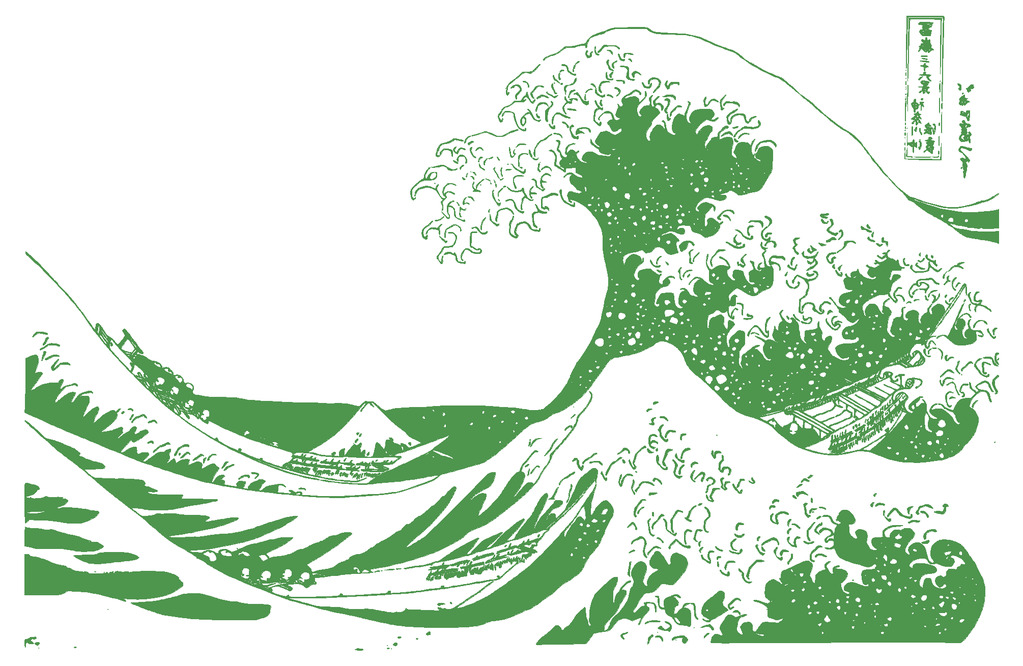
<source format=gbr>
G04 #@! TF.GenerationSoftware,KiCad,Pcbnew,(5.1.5)-3*
G04 #@! TF.CreationDate,2020-07-25T15:17:40-04:00*
G04 #@! TF.ProjectId,bottom-plate,626f7474-6f6d-42d7-906c-6174652e6b69,rev?*
G04 #@! TF.SameCoordinates,Original*
G04 #@! TF.FileFunction,Legend,Bot*
G04 #@! TF.FilePolarity,Positive*
%FSLAX46Y46*%
G04 Gerber Fmt 4.6, Leading zero omitted, Abs format (unit mm)*
G04 Created by KiCad (PCBNEW (5.1.5)-3) date 2020-07-25 15:17:40*
%MOMM*%
%LPD*%
G04 APERTURE LIST*
%ADD10C,0.010000*%
G04 APERTURE END LIST*
D10*
G36*
X53936283Y-106159082D02*
G01*
X53882492Y-106300100D01*
X53879264Y-106501730D01*
X53951584Y-106664791D01*
X54065309Y-106752685D01*
X54186292Y-106728815D01*
X54232159Y-106674890D01*
X54240751Y-106545225D01*
X54190276Y-106356696D01*
X54107961Y-106180885D01*
X54021032Y-106089371D01*
X54008675Y-106087334D01*
X53936283Y-106159082D01*
G37*
X53936283Y-106159082D02*
X53882492Y-106300100D01*
X53879264Y-106501730D01*
X53951584Y-106664791D01*
X54065309Y-106752685D01*
X54186292Y-106728815D01*
X54232159Y-106674890D01*
X54240751Y-106545225D01*
X54190276Y-106356696D01*
X54107961Y-106180885D01*
X54021032Y-106089371D01*
X54008675Y-106087334D01*
X53936283Y-106159082D01*
G36*
X186725872Y-112542574D02*
G01*
X186708977Y-112647452D01*
X186803122Y-112744205D01*
X186924807Y-112776000D01*
X187017396Y-112763845D01*
X186986500Y-112699858D01*
X186921826Y-112632873D01*
X186793597Y-112542345D01*
X186725872Y-112542574D01*
G37*
X186725872Y-112542574D02*
X186708977Y-112647452D01*
X186803122Y-112744205D01*
X186924807Y-112776000D01*
X187017396Y-112763845D01*
X186986500Y-112699858D01*
X186921826Y-112632873D01*
X186793597Y-112542345D01*
X186725872Y-112542574D01*
G36*
X64020121Y-114085819D02*
G01*
X64023931Y-114108528D01*
X64121431Y-114248309D01*
X64204695Y-114285075D01*
X64306132Y-114288908D01*
X64290981Y-114212223D01*
X64246857Y-114137881D01*
X64125302Y-113993314D01*
X64039163Y-113974570D01*
X64020121Y-114085819D01*
G37*
X64020121Y-114085819D02*
X64023931Y-114108528D01*
X64121431Y-114248309D01*
X64204695Y-114285075D01*
X64306132Y-114288908D01*
X64290981Y-114212223D01*
X64246857Y-114137881D01*
X64125302Y-113993314D01*
X64039163Y-113974570D01*
X64020121Y-114085819D01*
G36*
X167183974Y-116852274D02*
G01*
X167144894Y-116954341D01*
X167194275Y-117009118D01*
X167200553Y-117009334D01*
X167298386Y-116941494D01*
X167334666Y-116875259D01*
X167336963Y-116776004D01*
X167285516Y-116774717D01*
X167183974Y-116852274D01*
G37*
X167183974Y-116852274D02*
X167144894Y-116954341D01*
X167194275Y-117009118D01*
X167200553Y-117009334D01*
X167298386Y-116941494D01*
X167334666Y-116875259D01*
X167336963Y-116776004D01*
X167285516Y-116774717D01*
X167183974Y-116852274D01*
G36*
X185943877Y-115048246D02*
G01*
X185928000Y-115146667D01*
X185963457Y-115284247D01*
X186012667Y-115316000D01*
X186081457Y-115245088D01*
X186097334Y-115146667D01*
X186061878Y-115009086D01*
X186012667Y-114977334D01*
X185943877Y-115048246D01*
G37*
X185943877Y-115048246D02*
X185928000Y-115146667D01*
X185963457Y-115284247D01*
X186012667Y-115316000D01*
X186081457Y-115245088D01*
X186097334Y-115146667D01*
X186061878Y-115009086D01*
X186012667Y-114977334D01*
X185943877Y-115048246D01*
G36*
X185636765Y-115292117D02*
G01*
X185664643Y-115444995D01*
X185733832Y-115557036D01*
X185768542Y-115570000D01*
X185842108Y-115506270D01*
X185843334Y-115492258D01*
X185810989Y-115327076D01*
X185738614Y-115206977D01*
X185673077Y-115189571D01*
X185636765Y-115292117D01*
G37*
X185636765Y-115292117D02*
X185664643Y-115444995D01*
X185733832Y-115557036D01*
X185768542Y-115570000D01*
X185842108Y-115506270D01*
X185843334Y-115492258D01*
X185810989Y-115327076D01*
X185738614Y-115206977D01*
X185673077Y-115189571D01*
X185636765Y-115292117D01*
G36*
X183582943Y-115706029D02*
G01*
X183548047Y-115751461D01*
X183493582Y-115908484D01*
X183475993Y-116103515D01*
X183495318Y-116267595D01*
X183547724Y-116332000D01*
X183610017Y-116258100D01*
X183661192Y-116078056D01*
X183664643Y-116056834D01*
X183680937Y-115822563D01*
X183650601Y-115697503D01*
X183582943Y-115706029D01*
G37*
X183582943Y-115706029D02*
X183548047Y-115751461D01*
X183493582Y-115908484D01*
X183475993Y-116103515D01*
X183495318Y-116267595D01*
X183547724Y-116332000D01*
X183610017Y-116258100D01*
X183661192Y-116078056D01*
X183664643Y-116056834D01*
X183680937Y-115822563D01*
X183650601Y-115697503D01*
X183582943Y-115706029D01*
G36*
X182331352Y-116753939D02*
G01*
X182329667Y-116755334D01*
X182223163Y-116939286D01*
X182215848Y-117177850D01*
X182273247Y-117328106D01*
X182363488Y-117391972D01*
X182398950Y-117377495D01*
X182435854Y-117262683D01*
X182455618Y-117049431D01*
X182456667Y-116984855D01*
X182448122Y-116777837D01*
X182411728Y-116710585D01*
X182331352Y-116753939D01*
G37*
X182331352Y-116753939D02*
X182329667Y-116755334D01*
X182223163Y-116939286D01*
X182215848Y-117177850D01*
X182273247Y-117328106D01*
X182363488Y-117391972D01*
X182398950Y-117377495D01*
X182435854Y-117262683D01*
X182455618Y-117049431D01*
X182456667Y-116984855D01*
X182448122Y-116777837D01*
X182411728Y-116710585D01*
X182331352Y-116753939D01*
G36*
X183056096Y-117936169D02*
G01*
X183049334Y-117987997D01*
X183096673Y-118097424D01*
X183134000Y-118110000D01*
X183202126Y-118038874D01*
X183218667Y-117935670D01*
X183186074Y-117818600D01*
X183134000Y-117813667D01*
X183056096Y-117936169D01*
G37*
X183056096Y-117936169D02*
X183049334Y-117987997D01*
X183096673Y-118097424D01*
X183134000Y-118110000D01*
X183202126Y-118038874D01*
X183218667Y-117935670D01*
X183186074Y-117818600D01*
X183134000Y-117813667D01*
X183056096Y-117936169D01*
G36*
X181268033Y-117514495D02*
G01*
X181234962Y-117554682D01*
X181115734Y-117817928D01*
X181138076Y-118096289D01*
X181186667Y-118194667D01*
X181252975Y-118278958D01*
X181270459Y-118215712D01*
X181270969Y-118194667D01*
X181283702Y-118031843D01*
X181312414Y-117788890D01*
X181320561Y-117729000D01*
X181345325Y-117521439D01*
X181331635Y-117457714D01*
X181268033Y-117514495D01*
G37*
X181268033Y-117514495D02*
X181234962Y-117554682D01*
X181115734Y-117817928D01*
X181138076Y-118096289D01*
X181186667Y-118194667D01*
X181252975Y-118278958D01*
X181270459Y-118215712D01*
X181270969Y-118194667D01*
X181283702Y-118031843D01*
X181312414Y-117788890D01*
X181320561Y-117729000D01*
X181345325Y-117521439D01*
X181331635Y-117457714D01*
X181268033Y-117514495D01*
G36*
X182788307Y-117839270D02*
G01*
X182770463Y-117883357D01*
X182749214Y-118064916D01*
X182800314Y-118221527D01*
X182889059Y-118279334D01*
X182955469Y-118212893D01*
X182958716Y-118173500D01*
X182924214Y-118009146D01*
X182888855Y-117904524D01*
X182833155Y-117794580D01*
X182788307Y-117839270D01*
G37*
X182788307Y-117839270D02*
X182770463Y-117883357D01*
X182749214Y-118064916D01*
X182800314Y-118221527D01*
X182889059Y-118279334D01*
X182955469Y-118212893D01*
X182958716Y-118173500D01*
X182924214Y-118009146D01*
X182888855Y-117904524D01*
X182833155Y-117794580D01*
X182788307Y-117839270D01*
G36*
X179497873Y-118945402D02*
G01*
X179437235Y-119120677D01*
X179417312Y-119330432D01*
X179430400Y-119436803D01*
X179468175Y-119535721D01*
X179511718Y-119474419D01*
X179515493Y-119464667D01*
X179593780Y-119208588D01*
X179624691Y-118998433D01*
X179602938Y-118881871D01*
X179581227Y-118872000D01*
X179497873Y-118945402D01*
G37*
X179497873Y-118945402D02*
X179437235Y-119120677D01*
X179417312Y-119330432D01*
X179430400Y-119436803D01*
X179468175Y-119535721D01*
X179511718Y-119474419D01*
X179515493Y-119464667D01*
X179593780Y-119208588D01*
X179624691Y-118998433D01*
X179602938Y-118881871D01*
X179581227Y-118872000D01*
X179497873Y-118945402D01*
G36*
X178459806Y-119614068D02*
G01*
X178435000Y-119634000D01*
X178332223Y-119791137D01*
X178313829Y-119972659D01*
X178383795Y-120094184D01*
X178472632Y-120070536D01*
X178510795Y-120007589D01*
X178554751Y-119808613D01*
X178562000Y-119701375D01*
X178542560Y-119583833D01*
X178459806Y-119614068D01*
G37*
X178459806Y-119614068D02*
X178435000Y-119634000D01*
X178332223Y-119791137D01*
X178313829Y-119972659D01*
X178383795Y-120094184D01*
X178472632Y-120070536D01*
X178510795Y-120007589D01*
X178554751Y-119808613D01*
X178562000Y-119701375D01*
X178542560Y-119583833D01*
X178459806Y-119614068D01*
G36*
X177833039Y-119807640D02*
G01*
X177804155Y-119840661D01*
X177726313Y-120032318D01*
X177780887Y-120204288D01*
X177948607Y-120295995D01*
X177949032Y-120296055D01*
X178099333Y-120278509D01*
X178135974Y-120169055D01*
X178083817Y-119975687D01*
X178020121Y-119865895D01*
X177919472Y-119766727D01*
X177833039Y-119807640D01*
G37*
X177833039Y-119807640D02*
X177804155Y-119840661D01*
X177726313Y-120032318D01*
X177780887Y-120204288D01*
X177948607Y-120295995D01*
X177949032Y-120296055D01*
X178099333Y-120278509D01*
X178135974Y-120169055D01*
X178083817Y-119975687D01*
X178020121Y-119865895D01*
X177919472Y-119766727D01*
X177833039Y-119807640D01*
G36*
X177466967Y-120096185D02*
G01*
X177387497Y-120231705D01*
X177398395Y-120431693D01*
X177450681Y-120550996D01*
X177510949Y-120579938D01*
X177563479Y-120450976D01*
X177576973Y-120389306D01*
X177605925Y-120155515D01*
X177565595Y-120065473D01*
X177466967Y-120096185D01*
G37*
X177466967Y-120096185D02*
X177387497Y-120231705D01*
X177398395Y-120431693D01*
X177450681Y-120550996D01*
X177510949Y-120579938D01*
X177563479Y-120450976D01*
X177576973Y-120389306D01*
X177605925Y-120155515D01*
X177565595Y-120065473D01*
X177466967Y-120096185D01*
G36*
X180681100Y-121026828D02*
G01*
X180679823Y-121077567D01*
X180703059Y-121337153D01*
X180759250Y-121549411D01*
X180832562Y-121660392D01*
X180852552Y-121666000D01*
X180885762Y-121592450D01*
X180881938Y-121409691D01*
X180873984Y-121348500D01*
X180823174Y-121116858D01*
X180762682Y-120970114D01*
X180709620Y-120932144D01*
X180681100Y-121026828D01*
G37*
X180681100Y-121026828D02*
X180679823Y-121077567D01*
X180703059Y-121337153D01*
X180759250Y-121549411D01*
X180832562Y-121660392D01*
X180852552Y-121666000D01*
X180885762Y-121592450D01*
X180881938Y-121409691D01*
X180873984Y-121348500D01*
X180823174Y-121116858D01*
X180762682Y-120970114D01*
X180709620Y-120932144D01*
X180681100Y-121026828D01*
G36*
X180437457Y-121152624D02*
G01*
X180427242Y-121323100D01*
X180403617Y-121549275D01*
X180348661Y-121618300D01*
X180280027Y-121525905D01*
X180234766Y-121369667D01*
X180202793Y-121272943D01*
X180166436Y-121322181D01*
X180132702Y-121433167D01*
X180103196Y-121663037D01*
X180126039Y-121887645D01*
X180189981Y-122047570D01*
X180256947Y-122089334D01*
X180332173Y-122021431D01*
X180340000Y-121971741D01*
X180408239Y-121877798D01*
X180485819Y-121865908D01*
X180578604Y-121843517D01*
X180611691Y-121728688D01*
X180604800Y-121539000D01*
X180568812Y-121264623D01*
X180520515Y-121098540D01*
X180472524Y-121056094D01*
X180437457Y-121152624D01*
G37*
X180437457Y-121152624D02*
X180427242Y-121323100D01*
X180403617Y-121549275D01*
X180348661Y-121618300D01*
X180280027Y-121525905D01*
X180234766Y-121369667D01*
X180202793Y-121272943D01*
X180166436Y-121322181D01*
X180132702Y-121433167D01*
X180103196Y-121663037D01*
X180126039Y-121887645D01*
X180189981Y-122047570D01*
X180256947Y-122089334D01*
X180332173Y-122021431D01*
X180340000Y-121971741D01*
X180408239Y-121877798D01*
X180485819Y-121865908D01*
X180578604Y-121843517D01*
X180611691Y-121728688D01*
X180604800Y-121539000D01*
X180568812Y-121264623D01*
X180520515Y-121098540D01*
X180472524Y-121056094D01*
X180437457Y-121152624D01*
G36*
X179527228Y-121741613D02*
G01*
X179497007Y-121932660D01*
X179493334Y-122042003D01*
X179510869Y-122281291D01*
X179555028Y-122441982D01*
X179578000Y-122470334D01*
X179630204Y-122428354D01*
X179658768Y-122239664D01*
X179662667Y-122094330D01*
X179647605Y-121851210D01*
X179609052Y-121696006D01*
X179578000Y-121666000D01*
X179527228Y-121741613D01*
G37*
X179527228Y-121741613D02*
X179497007Y-121932660D01*
X179493334Y-122042003D01*
X179510869Y-122281291D01*
X179555028Y-122441982D01*
X179578000Y-122470334D01*
X179630204Y-122428354D01*
X179658768Y-122239664D01*
X179662667Y-122094330D01*
X179647605Y-121851210D01*
X179609052Y-121696006D01*
X179578000Y-121666000D01*
X179527228Y-121741613D01*
G36*
X179842314Y-121567409D02*
G01*
X179816754Y-121611584D01*
X179777067Y-121803298D01*
X179797007Y-121942875D01*
X179850207Y-122169018D01*
X179865670Y-122293987D01*
X179925465Y-122447591D01*
X179989316Y-122494593D01*
X180056678Y-122484117D01*
X180071410Y-122368076D01*
X180046632Y-122162939D01*
X180000129Y-121894639D01*
X179954345Y-121675859D01*
X179942733Y-121631042D01*
X179897753Y-121519956D01*
X179842314Y-121567409D01*
G37*
X179842314Y-121567409D02*
X179816754Y-121611584D01*
X179777067Y-121803298D01*
X179797007Y-121942875D01*
X179850207Y-122169018D01*
X179865670Y-122293987D01*
X179925465Y-122447591D01*
X179989316Y-122494593D01*
X180056678Y-122484117D01*
X180071410Y-122368076D01*
X180046632Y-122162939D01*
X180000129Y-121894639D01*
X179954345Y-121675859D01*
X179942733Y-121631042D01*
X179897753Y-121519956D01*
X179842314Y-121567409D01*
G36*
X178909827Y-122092618D02*
G01*
X178900811Y-122324807D01*
X178900667Y-122371556D01*
X178917110Y-122603619D01*
X178958868Y-122745714D01*
X178986334Y-122766667D01*
X179032068Y-122690136D01*
X179026669Y-122478705D01*
X179016886Y-122406834D01*
X178968357Y-122133781D01*
X178932507Y-122028993D01*
X178909827Y-122092618D01*
G37*
X178909827Y-122092618D02*
X178900811Y-122324807D01*
X178900667Y-122371556D01*
X178917110Y-122603619D01*
X178958868Y-122745714D01*
X178986334Y-122766667D01*
X179032068Y-122690136D01*
X179026669Y-122478705D01*
X179016886Y-122406834D01*
X178968357Y-122133781D01*
X178932507Y-122028993D01*
X178909827Y-122092618D01*
G36*
X177474896Y-122696368D02*
G01*
X177468278Y-122724334D01*
X177436752Y-122994985D01*
X177469891Y-123192839D01*
X177559940Y-123274418D01*
X177566459Y-123274667D01*
X177613226Y-123201949D01*
X177599535Y-123013195D01*
X177598917Y-123010084D01*
X177557800Y-122777664D01*
X177535983Y-122607917D01*
X177514484Y-122581338D01*
X177474896Y-122696368D01*
G37*
X177474896Y-122696368D02*
X177468278Y-122724334D01*
X177436752Y-122994985D01*
X177469891Y-123192839D01*
X177559940Y-123274418D01*
X177566459Y-123274667D01*
X177613226Y-123201949D01*
X177599535Y-123013195D01*
X177598917Y-123010084D01*
X177557800Y-122777664D01*
X177535983Y-122607917D01*
X177514484Y-122581338D01*
X177474896Y-122696368D01*
G36*
X177239500Y-122725702D02*
G01*
X177199735Y-122789293D01*
X177145796Y-122973748D01*
X177138878Y-123210276D01*
X177173126Y-123432755D01*
X177242682Y-123575066D01*
X177270896Y-123592698D01*
X177340113Y-123563201D01*
X177345939Y-123395544D01*
X177340110Y-123345243D01*
X177311109Y-123076448D01*
X177295140Y-122851334D01*
X177280724Y-122711369D01*
X177239500Y-122725702D01*
G37*
X177239500Y-122725702D02*
X177199735Y-122789293D01*
X177145796Y-122973748D01*
X177138878Y-123210276D01*
X177173126Y-123432755D01*
X177242682Y-123575066D01*
X177270896Y-123592698D01*
X177340113Y-123563201D01*
X177345939Y-123395544D01*
X177340110Y-123345243D01*
X177311109Y-123076448D01*
X177295140Y-122851334D01*
X177280724Y-122711369D01*
X177239500Y-122725702D01*
G36*
X176882208Y-123013087D02*
G01*
X176868667Y-123110330D01*
X176832651Y-123251925D01*
X176755592Y-123254823D01*
X176683974Y-123125285D01*
X176674419Y-123084167D01*
X176649045Y-123021825D01*
X176630980Y-123121150D01*
X176626197Y-123211167D01*
X176636373Y-123415105D01*
X176676048Y-123523368D01*
X176689459Y-123528667D01*
X176768509Y-123599129D01*
X176808533Y-123698000D01*
X176876052Y-123859157D01*
X176943879Y-123868934D01*
X177000310Y-123744860D01*
X177033642Y-123504461D01*
X177038000Y-123354337D01*
X177025520Y-123062470D01*
X176990235Y-122909049D01*
X176953334Y-122893667D01*
X176882208Y-123013087D01*
G37*
X176882208Y-123013087D02*
X176868667Y-123110330D01*
X176832651Y-123251925D01*
X176755592Y-123254823D01*
X176683974Y-123125285D01*
X176674419Y-123084167D01*
X176649045Y-123021825D01*
X176630980Y-123121150D01*
X176626197Y-123211167D01*
X176636373Y-123415105D01*
X176676048Y-123523368D01*
X176689459Y-123528667D01*
X176768509Y-123599129D01*
X176808533Y-123698000D01*
X176876052Y-123859157D01*
X176943879Y-123868934D01*
X177000310Y-123744860D01*
X177033642Y-123504461D01*
X177038000Y-123354337D01*
X177025520Y-123062470D01*
X176990235Y-122909049D01*
X176953334Y-122893667D01*
X176882208Y-123013087D01*
G36*
X173566667Y-124248334D02*
G01*
X173609000Y-124290667D01*
X173651334Y-124248334D01*
X173609000Y-124206000D01*
X173566667Y-124248334D01*
G37*
X173566667Y-124248334D02*
X173609000Y-124290667D01*
X173651334Y-124248334D01*
X173609000Y-124206000D01*
X173566667Y-124248334D01*
G36*
X94876653Y-121193398D02*
G01*
X94827495Y-121332130D01*
X94826667Y-121369667D01*
X94865783Y-121532011D01*
X94940077Y-121581334D01*
X95055317Y-121512114D01*
X95149928Y-121369667D01*
X95203942Y-121217638D01*
X95149554Y-121163923D01*
X95036519Y-121158000D01*
X94876653Y-121193398D01*
G37*
X94876653Y-121193398D02*
X94827495Y-121332130D01*
X94826667Y-121369667D01*
X94865783Y-121532011D01*
X94940077Y-121581334D01*
X95055317Y-121512114D01*
X95149928Y-121369667D01*
X95203942Y-121217638D01*
X95149554Y-121163923D01*
X95036519Y-121158000D01*
X94876653Y-121193398D01*
G36*
X95548365Y-121358848D02*
G01*
X95417880Y-121458177D01*
X95300398Y-121594825D01*
X95250000Y-121716459D01*
X95290271Y-121853788D01*
X95388548Y-121855112D01*
X95511033Y-121726713D01*
X95548971Y-121660900D01*
X95627627Y-121473022D01*
X95642642Y-121356139D01*
X95637763Y-121348207D01*
X95548365Y-121358848D01*
G37*
X95548365Y-121358848D02*
X95417880Y-121458177D01*
X95300398Y-121594825D01*
X95250000Y-121716459D01*
X95290271Y-121853788D01*
X95388548Y-121855112D01*
X95511033Y-121726713D01*
X95548971Y-121660900D01*
X95627627Y-121473022D01*
X95642642Y-121356139D01*
X95637763Y-121348207D01*
X95548365Y-121358848D01*
G36*
X94813658Y-122244985D02*
G01*
X94672789Y-122414644D01*
X94583421Y-122618031D01*
X94572667Y-122700839D01*
X94612556Y-122833029D01*
X94711592Y-122834440D01*
X94838825Y-122717672D01*
X94937986Y-122552128D01*
X95040837Y-122327844D01*
X95070740Y-122216185D01*
X95029817Y-122177993D01*
X94958468Y-122174000D01*
X94813658Y-122244985D01*
G37*
X94813658Y-122244985D02*
X94672789Y-122414644D01*
X94583421Y-122618031D01*
X94572667Y-122700839D01*
X94612556Y-122833029D01*
X94711592Y-122834440D01*
X94838825Y-122717672D01*
X94937986Y-122552128D01*
X95040837Y-122327844D01*
X95070740Y-122216185D01*
X95029817Y-122177993D01*
X94958468Y-122174000D01*
X94813658Y-122244985D01*
G36*
X94318667Y-122978334D02*
G01*
X94361000Y-123020667D01*
X94403334Y-122978334D01*
X94361000Y-122936000D01*
X94318667Y-122978334D01*
G37*
X94318667Y-122978334D02*
X94361000Y-123020667D01*
X94403334Y-122978334D01*
X94361000Y-122936000D01*
X94318667Y-122978334D01*
G36*
X103426260Y-122866117D02*
G01*
X103410924Y-123002296D01*
X103525331Y-123138889D01*
X103590350Y-123174906D01*
X103772299Y-123253479D01*
X103855204Y-123253284D01*
X103895527Y-123162570D01*
X103909719Y-123108446D01*
X103888260Y-122918463D01*
X103748068Y-122796441D01*
X103573540Y-122781814D01*
X103426260Y-122866117D01*
G37*
X103426260Y-122866117D02*
X103410924Y-123002296D01*
X103525331Y-123138889D01*
X103590350Y-123174906D01*
X103772299Y-123253479D01*
X103855204Y-123253284D01*
X103895527Y-123162570D01*
X103909719Y-123108446D01*
X103888260Y-122918463D01*
X103748068Y-122796441D01*
X103573540Y-122781814D01*
X103426260Y-122866117D01*
G36*
X96798824Y-124440091D02*
G01*
X96685635Y-124591841D01*
X96579340Y-124766801D01*
X96521924Y-124901189D01*
X96520000Y-124917564D01*
X96580973Y-124971614D01*
X96714040Y-124958169D01*
X96844427Y-124894013D01*
X96891942Y-124834075D01*
X96936914Y-124640191D01*
X96934563Y-124465238D01*
X96887106Y-124376928D01*
X96876922Y-124375334D01*
X96798824Y-124440091D01*
G37*
X96798824Y-124440091D02*
X96685635Y-124591841D01*
X96579340Y-124766801D01*
X96521924Y-124901189D01*
X96520000Y-124917564D01*
X96580973Y-124971614D01*
X96714040Y-124958169D01*
X96844427Y-124894013D01*
X96891942Y-124834075D01*
X96936914Y-124640191D01*
X96934563Y-124465238D01*
X96887106Y-124376928D01*
X96876922Y-124375334D01*
X96798824Y-124440091D01*
G36*
X85275873Y-145751239D02*
G01*
X85288279Y-145839533D01*
X85342302Y-145920954D01*
X85474623Y-146007071D01*
X85649107Y-146047545D01*
X85797406Y-146035315D01*
X85852000Y-145973616D01*
X85781270Y-145900071D01*
X85617089Y-145818349D01*
X85431476Y-145756249D01*
X85296450Y-145741568D01*
X85275873Y-145751239D01*
G37*
X85275873Y-145751239D02*
X85288279Y-145839533D01*
X85342302Y-145920954D01*
X85474623Y-146007071D01*
X85649107Y-146047545D01*
X85797406Y-146035315D01*
X85852000Y-145973616D01*
X85781270Y-145900071D01*
X85617089Y-145818349D01*
X85431476Y-145756249D01*
X85296450Y-145741568D01*
X85275873Y-145751239D01*
G36*
X187056889Y-145400889D02*
G01*
X187046756Y-145501369D01*
X187056889Y-145513778D01*
X187107224Y-145502156D01*
X187113334Y-145457334D01*
X187082356Y-145387643D01*
X187056889Y-145400889D01*
G37*
X187056889Y-145400889D02*
X187046756Y-145501369D01*
X187056889Y-145513778D01*
X187107224Y-145502156D01*
X187113334Y-145457334D01*
X187082356Y-145387643D01*
X187056889Y-145400889D01*
G36*
X188617999Y-52857720D02*
G01*
X188495462Y-52886662D01*
X188425971Y-52935319D01*
X188387788Y-52993010D01*
X188310343Y-53166597D01*
X188344464Y-53240206D01*
X188504822Y-53255334D01*
X188739219Y-53288373D01*
X188949322Y-53353326D01*
X189097427Y-53424825D01*
X189097218Y-53467402D01*
X189031645Y-53488047D01*
X188932752Y-53541627D01*
X188918727Y-53660293D01*
X188988469Y-53880999D01*
X189017786Y-53953834D01*
X189029847Y-54065236D01*
X188914108Y-54101137D01*
X188871181Y-54102000D01*
X188651118Y-54162333D01*
X188526330Y-54253658D01*
X188443572Y-54368302D01*
X188448558Y-54481474D01*
X188545369Y-54662298D01*
X188551010Y-54671588D01*
X188712328Y-54880779D01*
X188886078Y-55030131D01*
X188898679Y-55037264D01*
X189085250Y-55098148D01*
X189354386Y-55141387D01*
X189657373Y-55165064D01*
X189945499Y-55167263D01*
X190170052Y-55146066D01*
X190282318Y-55099557D01*
X190286031Y-55091864D01*
X190325973Y-54934001D01*
X190341055Y-54864000D01*
X190076667Y-54864000D01*
X190003644Y-54925027D01*
X189843834Y-54947370D01*
X189696020Y-54934728D01*
X189700490Y-54890933D01*
X189738000Y-54864000D01*
X189916834Y-54788936D01*
X190045882Y-54802970D01*
X190076667Y-54864000D01*
X190341055Y-54864000D01*
X190359298Y-54779334D01*
X189357000Y-54779334D01*
X189323916Y-54839297D01*
X189159191Y-54863959D01*
X189150331Y-54864000D01*
X188969841Y-54839912D01*
X188891436Y-54781718D01*
X188891334Y-54779334D01*
X188963634Y-54715135D01*
X189098004Y-54694667D01*
X189277277Y-54725885D01*
X189357000Y-54779334D01*
X190359298Y-54779334D01*
X190418155Y-54528693D01*
X190426166Y-54500163D01*
X190023803Y-54500163D01*
X189907334Y-54511965D01*
X189787138Y-54498660D01*
X189801500Y-54469260D01*
X189974843Y-54458078D01*
X190013167Y-54469260D01*
X190023803Y-54500163D01*
X190426166Y-54500163D01*
X190460707Y-54377167D01*
X190464959Y-54350238D01*
X189353439Y-54350238D01*
X189317932Y-54415072D01*
X189167936Y-54457931D01*
X188965494Y-54474544D01*
X188897080Y-54446756D01*
X188930186Y-54361633D01*
X189057100Y-54284992D01*
X189232220Y-54281211D01*
X189353439Y-54350238D01*
X190464959Y-54350238D01*
X190481579Y-54244997D01*
X190403137Y-54193913D01*
X190255875Y-54186667D01*
X190073335Y-54161442D01*
X189994450Y-54102000D01*
X189695667Y-54102000D01*
X189572810Y-54180760D01*
X189526334Y-54186667D01*
X189384315Y-54132989D01*
X189357000Y-54102000D01*
X189387368Y-54039582D01*
X189526334Y-54017334D01*
X189673471Y-54043668D01*
X189695667Y-54102000D01*
X189994450Y-54102000D01*
X189992246Y-54100340D01*
X189992000Y-54096434D01*
X190050200Y-53893628D01*
X190125400Y-53805667D01*
X189484000Y-53805667D01*
X189441667Y-53848000D01*
X189399334Y-53805667D01*
X189441667Y-53763334D01*
X189484000Y-53805667D01*
X190125400Y-53805667D01*
X190188201Y-53732210D01*
X190327080Y-53678667D01*
X190474165Y-53601592D01*
X190582552Y-53391948D01*
X190285673Y-53391948D01*
X190272788Y-53536284D01*
X190257959Y-53554802D01*
X190205243Y-53530851D01*
X190193061Y-53489091D01*
X189701279Y-53489091D01*
X189618056Y-53502649D01*
X189508242Y-53487083D01*
X189506931Y-53458181D01*
X189620248Y-53437969D01*
X189669209Y-53451497D01*
X189701279Y-53489091D01*
X190193061Y-53489091D01*
X190176612Y-53432705D01*
X190110606Y-53300698D01*
X189937646Y-53250001D01*
X189880279Y-53246894D01*
X189611706Y-53218396D01*
X189399334Y-53170667D01*
X189287223Y-53127817D01*
X189312552Y-53106015D01*
X189490264Y-53096427D01*
X189526334Y-53095596D01*
X189795310Y-53103036D01*
X190019823Y-53130749D01*
X190047673Y-53137317D01*
X190198898Y-53235658D01*
X190285673Y-53391948D01*
X190582552Y-53391948D01*
X190596649Y-53364682D01*
X190597883Y-53361167D01*
X190669422Y-53139025D01*
X190708129Y-52984805D01*
X190710282Y-52964868D01*
X190631353Y-52933645D01*
X190414249Y-52903592D01*
X190090118Y-52877741D01*
X189690108Y-52859122D01*
X189594288Y-52856277D01*
X189138372Y-52845819D01*
X188822622Y-52845203D01*
X188617999Y-52857720D01*
G37*
X188617999Y-52857720D02*
X188495462Y-52886662D01*
X188425971Y-52935319D01*
X188387788Y-52993010D01*
X188310343Y-53166597D01*
X188344464Y-53240206D01*
X188504822Y-53255334D01*
X188739219Y-53288373D01*
X188949322Y-53353326D01*
X189097427Y-53424825D01*
X189097218Y-53467402D01*
X189031645Y-53488047D01*
X188932752Y-53541627D01*
X188918727Y-53660293D01*
X188988469Y-53880999D01*
X189017786Y-53953834D01*
X189029847Y-54065236D01*
X188914108Y-54101137D01*
X188871181Y-54102000D01*
X188651118Y-54162333D01*
X188526330Y-54253658D01*
X188443572Y-54368302D01*
X188448558Y-54481474D01*
X188545369Y-54662298D01*
X188551010Y-54671588D01*
X188712328Y-54880779D01*
X188886078Y-55030131D01*
X188898679Y-55037264D01*
X189085250Y-55098148D01*
X189354386Y-55141387D01*
X189657373Y-55165064D01*
X189945499Y-55167263D01*
X190170052Y-55146066D01*
X190282318Y-55099557D01*
X190286031Y-55091864D01*
X190325973Y-54934001D01*
X190341055Y-54864000D01*
X190076667Y-54864000D01*
X190003644Y-54925027D01*
X189843834Y-54947370D01*
X189696020Y-54934728D01*
X189700490Y-54890933D01*
X189738000Y-54864000D01*
X189916834Y-54788936D01*
X190045882Y-54802970D01*
X190076667Y-54864000D01*
X190341055Y-54864000D01*
X190359298Y-54779334D01*
X189357000Y-54779334D01*
X189323916Y-54839297D01*
X189159191Y-54863959D01*
X189150331Y-54864000D01*
X188969841Y-54839912D01*
X188891436Y-54781718D01*
X188891334Y-54779334D01*
X188963634Y-54715135D01*
X189098004Y-54694667D01*
X189277277Y-54725885D01*
X189357000Y-54779334D01*
X190359298Y-54779334D01*
X190418155Y-54528693D01*
X190426166Y-54500163D01*
X190023803Y-54500163D01*
X189907334Y-54511965D01*
X189787138Y-54498660D01*
X189801500Y-54469260D01*
X189974843Y-54458078D01*
X190013167Y-54469260D01*
X190023803Y-54500163D01*
X190426166Y-54500163D01*
X190460707Y-54377167D01*
X190464959Y-54350238D01*
X189353439Y-54350238D01*
X189317932Y-54415072D01*
X189167936Y-54457931D01*
X188965494Y-54474544D01*
X188897080Y-54446756D01*
X188930186Y-54361633D01*
X189057100Y-54284992D01*
X189232220Y-54281211D01*
X189353439Y-54350238D01*
X190464959Y-54350238D01*
X190481579Y-54244997D01*
X190403137Y-54193913D01*
X190255875Y-54186667D01*
X190073335Y-54161442D01*
X189994450Y-54102000D01*
X189695667Y-54102000D01*
X189572810Y-54180760D01*
X189526334Y-54186667D01*
X189384315Y-54132989D01*
X189357000Y-54102000D01*
X189387368Y-54039582D01*
X189526334Y-54017334D01*
X189673471Y-54043668D01*
X189695667Y-54102000D01*
X189994450Y-54102000D01*
X189992246Y-54100340D01*
X189992000Y-54096434D01*
X190050200Y-53893628D01*
X190125400Y-53805667D01*
X189484000Y-53805667D01*
X189441667Y-53848000D01*
X189399334Y-53805667D01*
X189441667Y-53763334D01*
X189484000Y-53805667D01*
X190125400Y-53805667D01*
X190188201Y-53732210D01*
X190327080Y-53678667D01*
X190474165Y-53601592D01*
X190582552Y-53391948D01*
X190285673Y-53391948D01*
X190272788Y-53536284D01*
X190257959Y-53554802D01*
X190205243Y-53530851D01*
X190193061Y-53489091D01*
X189701279Y-53489091D01*
X189618056Y-53502649D01*
X189508242Y-53487083D01*
X189506931Y-53458181D01*
X189620248Y-53437969D01*
X189669209Y-53451497D01*
X189701279Y-53489091D01*
X190193061Y-53489091D01*
X190176612Y-53432705D01*
X190110606Y-53300698D01*
X189937646Y-53250001D01*
X189880279Y-53246894D01*
X189611706Y-53218396D01*
X189399334Y-53170667D01*
X189287223Y-53127817D01*
X189312552Y-53106015D01*
X189490264Y-53096427D01*
X189526334Y-53095596D01*
X189795310Y-53103036D01*
X190019823Y-53130749D01*
X190047673Y-53137317D01*
X190198898Y-53235658D01*
X190285673Y-53391948D01*
X190582552Y-53391948D01*
X190596649Y-53364682D01*
X190597883Y-53361167D01*
X190669422Y-53139025D01*
X190708129Y-52984805D01*
X190710282Y-52964868D01*
X190631353Y-52933645D01*
X190414249Y-52903592D01*
X190090118Y-52877741D01*
X189690108Y-52859122D01*
X189594288Y-52856277D01*
X189138372Y-52845819D01*
X188822622Y-52845203D01*
X188617999Y-52857720D01*
G36*
X135988524Y-56650099D02*
G01*
X135883369Y-56708376D01*
X135778881Y-56838111D01*
X135768962Y-56851884D01*
X135604831Y-57059361D01*
X135386745Y-57309979D01*
X135276167Y-57429340D01*
X135059622Y-57686346D01*
X134954616Y-57871414D01*
X134957066Y-57968659D01*
X135062886Y-57962194D01*
X135267990Y-57836135D01*
X135361597Y-57761556D01*
X135532012Y-57603946D01*
X135628543Y-57485140D01*
X135636764Y-57460987D01*
X135691238Y-57362930D01*
X135828852Y-57200392D01*
X135893370Y-57133605D01*
X136014584Y-57019007D01*
X136129109Y-56944322D01*
X136275987Y-56900488D01*
X136494261Y-56878447D01*
X136822975Y-56869137D01*
X137044930Y-56866382D01*
X137444331Y-56863809D01*
X137711450Y-56871626D01*
X137883313Y-56897338D01*
X137996946Y-56948446D01*
X138089375Y-57032456D01*
X138138167Y-57087930D01*
X138306026Y-57238336D01*
X138467541Y-57316500D01*
X138577258Y-57306505D01*
X138599334Y-57249425D01*
X138528718Y-57117148D01*
X138351409Y-56963339D01*
X138119220Y-56826052D01*
X137922000Y-56751930D01*
X137639429Y-56715340D01*
X137320888Y-56721709D01*
X137262471Y-56728786D01*
X136963235Y-56743085D01*
X136605724Y-56720996D01*
X136421766Y-56694726D01*
X136149579Y-56649981D01*
X135988524Y-56650099D01*
G37*
X135988524Y-56650099D02*
X135883369Y-56708376D01*
X135778881Y-56838111D01*
X135768962Y-56851884D01*
X135604831Y-57059361D01*
X135386745Y-57309979D01*
X135276167Y-57429340D01*
X135059622Y-57686346D01*
X134954616Y-57871414D01*
X134957066Y-57968659D01*
X135062886Y-57962194D01*
X135267990Y-57836135D01*
X135361597Y-57761556D01*
X135532012Y-57603946D01*
X135628543Y-57485140D01*
X135636764Y-57460987D01*
X135691238Y-57362930D01*
X135828852Y-57200392D01*
X135893370Y-57133605D01*
X136014584Y-57019007D01*
X136129109Y-56944322D01*
X136275987Y-56900488D01*
X136494261Y-56878447D01*
X136822975Y-56869137D01*
X137044930Y-56866382D01*
X137444331Y-56863809D01*
X137711450Y-56871626D01*
X137883313Y-56897338D01*
X137996946Y-56948446D01*
X138089375Y-57032456D01*
X138138167Y-57087930D01*
X138306026Y-57238336D01*
X138467541Y-57316500D01*
X138577258Y-57306505D01*
X138599334Y-57249425D01*
X138528718Y-57117148D01*
X138351409Y-56963339D01*
X138119220Y-56826052D01*
X137922000Y-56751930D01*
X137639429Y-56715340D01*
X137320888Y-56721709D01*
X137262471Y-56728786D01*
X136963235Y-56743085D01*
X136605724Y-56720996D01*
X136421766Y-56694726D01*
X136149579Y-56649981D01*
X135988524Y-56650099D01*
G36*
X189508945Y-55445744D02*
G01*
X189484000Y-55586324D01*
X189426870Y-55782049D01*
X189287162Y-55863117D01*
X189112400Y-55803002D01*
X189105631Y-55797517D01*
X188962007Y-55737367D01*
X188895043Y-55750708D01*
X188809950Y-55879430D01*
X188873591Y-56049441D01*
X189039500Y-56208923D01*
X189184109Y-56325528D01*
X189198757Y-56377684D01*
X189103000Y-56395084D01*
X188894090Y-56411464D01*
X188806667Y-56418933D01*
X188711309Y-56498382D01*
X188706156Y-56620834D01*
X188689437Y-56770123D01*
X188558736Y-56811333D01*
X188557989Y-56811334D01*
X188412772Y-56851733D01*
X188394118Y-56937518D01*
X188489167Y-57005474D01*
X188534573Y-57075073D01*
X188488220Y-57236412D01*
X188411535Y-57393529D01*
X188313679Y-57628097D01*
X188321039Y-57734322D01*
X188418755Y-57703262D01*
X188591967Y-57525974D01*
X188604900Y-57509911D01*
X188790493Y-57277155D01*
X189007692Y-57511516D01*
X189185972Y-57657135D01*
X189394122Y-57764915D01*
X189585158Y-57819304D01*
X189712093Y-57804751D01*
X189738000Y-57753250D01*
X189796449Y-57662702D01*
X189822667Y-57658000D01*
X189891457Y-57728913D01*
X189907334Y-57827334D01*
X189933508Y-57966172D01*
X190018204Y-57962056D01*
X190170686Y-57812297D01*
X190236459Y-57731721D01*
X190392336Y-57573334D01*
X189568667Y-57573334D01*
X189504238Y-57655540D01*
X189484000Y-57658000D01*
X189401794Y-57593571D01*
X189399334Y-57573334D01*
X189463763Y-57491127D01*
X189484000Y-57488667D01*
X189566207Y-57553096D01*
X189568667Y-57573334D01*
X190392336Y-57573334D01*
X190406182Y-57559266D01*
X190563647Y-57514210D01*
X190638625Y-57526352D01*
X190798043Y-57548727D01*
X190818428Y-57496696D01*
X190806927Y-57483942D01*
X190293373Y-57483942D01*
X190271921Y-57519191D01*
X190149017Y-57570696D01*
X190079125Y-57480074D01*
X190076667Y-57446334D01*
X190119734Y-57333623D01*
X190156337Y-57319334D01*
X190266896Y-57375354D01*
X190293373Y-57483942D01*
X190806927Y-57483942D01*
X190698348Y-57363542D01*
X190582241Y-57261966D01*
X190422515Y-57107852D01*
X190386207Y-57000012D01*
X190428630Y-56922313D01*
X190481444Y-56791438D01*
X190468346Y-56769000D01*
X189822667Y-56769000D01*
X189780334Y-56811334D01*
X189145334Y-56811334D01*
X189080905Y-56893540D01*
X189060667Y-56896000D01*
X188978461Y-56831571D01*
X188976000Y-56811334D01*
X189040430Y-56729127D01*
X189060667Y-56726667D01*
X189142874Y-56791096D01*
X189145334Y-56811334D01*
X189780334Y-56811334D01*
X189738000Y-56769000D01*
X189780334Y-56726667D01*
X189822667Y-56769000D01*
X190468346Y-56769000D01*
X190452223Y-56741381D01*
X190284904Y-56526783D01*
X190209512Y-56223446D01*
X190218822Y-56014678D01*
X190227097Y-55791477D01*
X190163958Y-55712122D01*
X190039820Y-55784741D01*
X189992000Y-55837667D01*
X189855100Y-55953827D01*
X189770604Y-55909072D01*
X189738365Y-55703306D01*
X189738000Y-55668334D01*
X189710461Y-55449160D01*
X189622567Y-55372536D01*
X189611000Y-55372000D01*
X189508945Y-55445744D01*
G37*
X189508945Y-55445744D02*
X189484000Y-55586324D01*
X189426870Y-55782049D01*
X189287162Y-55863117D01*
X189112400Y-55803002D01*
X189105631Y-55797517D01*
X188962007Y-55737367D01*
X188895043Y-55750708D01*
X188809950Y-55879430D01*
X188873591Y-56049441D01*
X189039500Y-56208923D01*
X189184109Y-56325528D01*
X189198757Y-56377684D01*
X189103000Y-56395084D01*
X188894090Y-56411464D01*
X188806667Y-56418933D01*
X188711309Y-56498382D01*
X188706156Y-56620834D01*
X188689437Y-56770123D01*
X188558736Y-56811333D01*
X188557989Y-56811334D01*
X188412772Y-56851733D01*
X188394118Y-56937518D01*
X188489167Y-57005474D01*
X188534573Y-57075073D01*
X188488220Y-57236412D01*
X188411535Y-57393529D01*
X188313679Y-57628097D01*
X188321039Y-57734322D01*
X188418755Y-57703262D01*
X188591967Y-57525974D01*
X188604900Y-57509911D01*
X188790493Y-57277155D01*
X189007692Y-57511516D01*
X189185972Y-57657135D01*
X189394122Y-57764915D01*
X189585158Y-57819304D01*
X189712093Y-57804751D01*
X189738000Y-57753250D01*
X189796449Y-57662702D01*
X189822667Y-57658000D01*
X189891457Y-57728913D01*
X189907334Y-57827334D01*
X189933508Y-57966172D01*
X190018204Y-57962056D01*
X190170686Y-57812297D01*
X190236459Y-57731721D01*
X190392336Y-57573334D01*
X189568667Y-57573334D01*
X189504238Y-57655540D01*
X189484000Y-57658000D01*
X189401794Y-57593571D01*
X189399334Y-57573334D01*
X189463763Y-57491127D01*
X189484000Y-57488667D01*
X189566207Y-57553096D01*
X189568667Y-57573334D01*
X190392336Y-57573334D01*
X190406182Y-57559266D01*
X190563647Y-57514210D01*
X190638625Y-57526352D01*
X190798043Y-57548727D01*
X190818428Y-57496696D01*
X190806927Y-57483942D01*
X190293373Y-57483942D01*
X190271921Y-57519191D01*
X190149017Y-57570696D01*
X190079125Y-57480074D01*
X190076667Y-57446334D01*
X190119734Y-57333623D01*
X190156337Y-57319334D01*
X190266896Y-57375354D01*
X190293373Y-57483942D01*
X190806927Y-57483942D01*
X190698348Y-57363542D01*
X190582241Y-57261966D01*
X190422515Y-57107852D01*
X190386207Y-57000012D01*
X190428630Y-56922313D01*
X190481444Y-56791438D01*
X190468346Y-56769000D01*
X189822667Y-56769000D01*
X189780334Y-56811334D01*
X189145334Y-56811334D01*
X189080905Y-56893540D01*
X189060667Y-56896000D01*
X188978461Y-56831571D01*
X188976000Y-56811334D01*
X189040430Y-56729127D01*
X189060667Y-56726667D01*
X189142874Y-56791096D01*
X189145334Y-56811334D01*
X189780334Y-56811334D01*
X189738000Y-56769000D01*
X189780334Y-56726667D01*
X189822667Y-56769000D01*
X190468346Y-56769000D01*
X190452223Y-56741381D01*
X190284904Y-56526783D01*
X190209512Y-56223446D01*
X190218822Y-56014678D01*
X190227097Y-55791477D01*
X190163958Y-55712122D01*
X190039820Y-55784741D01*
X189992000Y-55837667D01*
X189855100Y-55953827D01*
X189770604Y-55909072D01*
X189738365Y-55703306D01*
X189738000Y-55668334D01*
X189710461Y-55449160D01*
X189622567Y-55372536D01*
X189611000Y-55372000D01*
X189508945Y-55445744D01*
G36*
X134453701Y-57020565D02*
G01*
X134420791Y-57238398D01*
X134425689Y-57516458D01*
X134467416Y-57802561D01*
X134544991Y-58044522D01*
X134546668Y-58048063D01*
X134688467Y-58238520D01*
X134909901Y-58316042D01*
X134946803Y-58320181D01*
X135139600Y-58318424D01*
X135177451Y-58262720D01*
X135174051Y-58256681D01*
X135047264Y-58172079D01*
X135001769Y-58166000D01*
X134879589Y-58102337D01*
X134729737Y-57945807D01*
X134705144Y-57912670D01*
X134592164Y-57713019D01*
X134560205Y-57504300D01*
X134583612Y-57266870D01*
X134610382Y-57027884D01*
X134592384Y-56921470D01*
X134525400Y-56915146D01*
X134453701Y-57020565D01*
G37*
X134453701Y-57020565D02*
X134420791Y-57238398D01*
X134425689Y-57516458D01*
X134467416Y-57802561D01*
X134544991Y-58044522D01*
X134546668Y-58048063D01*
X134688467Y-58238520D01*
X134909901Y-58316042D01*
X134946803Y-58320181D01*
X135139600Y-58318424D01*
X135177451Y-58262720D01*
X135174051Y-58256681D01*
X135047264Y-58172079D01*
X135001769Y-58166000D01*
X134879589Y-58102337D01*
X134729737Y-57945807D01*
X134705144Y-57912670D01*
X134592164Y-57713019D01*
X134560205Y-57504300D01*
X134583612Y-57266870D01*
X134610382Y-57027884D01*
X134592384Y-56921470D01*
X134525400Y-56915146D01*
X134453701Y-57020565D01*
G36*
X136463893Y-57503332D02*
G01*
X136455565Y-57524349D01*
X136595327Y-57572728D01*
X136694334Y-57602509D01*
X136979038Y-57736575D01*
X137161112Y-57959282D01*
X137173755Y-57983701D01*
X137295276Y-58212697D01*
X137368090Y-58302889D01*
X137412048Y-58270309D01*
X137433899Y-58193794D01*
X137415749Y-57957485D01*
X137294069Y-57722722D01*
X137111577Y-57563385D01*
X137057558Y-57542918D01*
X136824284Y-57505651D01*
X136609667Y-57496330D01*
X136463893Y-57503332D01*
G37*
X136463893Y-57503332D02*
X136455565Y-57524349D01*
X136595327Y-57572728D01*
X136694334Y-57602509D01*
X136979038Y-57736575D01*
X137161112Y-57959282D01*
X137173755Y-57983701D01*
X137295276Y-58212697D01*
X137368090Y-58302889D01*
X137412048Y-58270309D01*
X137433899Y-58193794D01*
X137415749Y-57957485D01*
X137294069Y-57722722D01*
X137111577Y-57563385D01*
X137057558Y-57542918D01*
X136824284Y-57505651D01*
X136609667Y-57496330D01*
X136463893Y-57503332D01*
G36*
X188970715Y-58433003D02*
G01*
X188787930Y-58462001D01*
X188722000Y-58504667D01*
X188794120Y-58569500D01*
X188923084Y-58589334D01*
X189164017Y-58603213D01*
X189367584Y-58628124D01*
X189581204Y-58641730D01*
X189717361Y-58620893D01*
X189786048Y-58535109D01*
X189775865Y-58497435D01*
X189673309Y-58453510D01*
X189468322Y-58428380D01*
X189215818Y-58421670D01*
X188970715Y-58433003D01*
G37*
X188970715Y-58433003D02*
X188787930Y-58462001D01*
X188722000Y-58504667D01*
X188794120Y-58569500D01*
X188923084Y-58589334D01*
X189164017Y-58603213D01*
X189367584Y-58628124D01*
X189581204Y-58641730D01*
X189717361Y-58620893D01*
X189786048Y-58535109D01*
X189775865Y-58497435D01*
X189673309Y-58453510D01*
X189468322Y-58428380D01*
X189215818Y-58421670D01*
X188970715Y-58433003D01*
G36*
X133126996Y-57618789D02*
G01*
X133113106Y-57627201D01*
X132977173Y-57805723D01*
X132949247Y-58080446D01*
X133031123Y-58415691D01*
X133068983Y-58504832D01*
X133171152Y-58705360D01*
X133247847Y-58818537D01*
X133265334Y-58828463D01*
X133371809Y-58809330D01*
X133540533Y-58782687D01*
X133761256Y-58687066D01*
X133892084Y-58511526D01*
X133894430Y-58308174D01*
X133893597Y-58305974D01*
X133902057Y-58150312D01*
X133988304Y-57961174D01*
X134076191Y-57808754D01*
X134063324Y-57749858D01*
X134005105Y-57742667D01*
X133824944Y-57819331D01*
X133698465Y-58020837D01*
X133655233Y-58252763D01*
X133609142Y-58449120D01*
X133493619Y-58492375D01*
X133313866Y-58381428D01*
X133265334Y-58335334D01*
X133116901Y-58119724D01*
X133132411Y-57920657D01*
X133233080Y-57787016D01*
X133320310Y-57646140D01*
X133275014Y-57576831D01*
X133126996Y-57618789D01*
G37*
X133126996Y-57618789D02*
X133113106Y-57627201D01*
X132977173Y-57805723D01*
X132949247Y-58080446D01*
X133031123Y-58415691D01*
X133068983Y-58504832D01*
X133171152Y-58705360D01*
X133247847Y-58818537D01*
X133265334Y-58828463D01*
X133371809Y-58809330D01*
X133540533Y-58782687D01*
X133761256Y-58687066D01*
X133892084Y-58511526D01*
X133894430Y-58308174D01*
X133893597Y-58305974D01*
X133902057Y-58150312D01*
X133988304Y-57961174D01*
X134076191Y-57808754D01*
X134063324Y-57749858D01*
X134005105Y-57742667D01*
X133824944Y-57819331D01*
X133698465Y-58020837D01*
X133655233Y-58252763D01*
X133609142Y-58449120D01*
X133493619Y-58492375D01*
X133313866Y-58381428D01*
X133265334Y-58335334D01*
X133116901Y-58119724D01*
X133132411Y-57920657D01*
X133233080Y-57787016D01*
X133320310Y-57646140D01*
X133275014Y-57576831D01*
X133126996Y-57618789D01*
G36*
X139725088Y-58006736D02*
G01*
X139487439Y-58049481D01*
X139363272Y-58121331D01*
X139285578Y-58287199D01*
X139250423Y-58503413D01*
X139261199Y-58701530D01*
X139321299Y-58813108D01*
X139328823Y-58816419D01*
X139401543Y-58764031D01*
X139463806Y-58584212D01*
X139476997Y-58514147D01*
X139533110Y-58309022D01*
X139639159Y-58185159D01*
X139820370Y-58137770D01*
X140101969Y-58162068D01*
X140509182Y-58253264D01*
X140652500Y-58291038D01*
X140828971Y-58312605D01*
X140885334Y-58268128D01*
X140808606Y-58167121D01*
X140608741Y-58086092D01*
X140331216Y-58029427D01*
X140021506Y-58001513D01*
X139725088Y-58006736D01*
G37*
X139725088Y-58006736D02*
X139487439Y-58049481D01*
X139363272Y-58121331D01*
X139285578Y-58287199D01*
X139250423Y-58503413D01*
X139261199Y-58701530D01*
X139321299Y-58813108D01*
X139328823Y-58816419D01*
X139401543Y-58764031D01*
X139463806Y-58584212D01*
X139476997Y-58514147D01*
X139533110Y-58309022D01*
X139639159Y-58185159D01*
X139820370Y-58137770D01*
X140101969Y-58162068D01*
X140509182Y-58253264D01*
X140652500Y-58291038D01*
X140828971Y-58312605D01*
X140885334Y-58268128D01*
X140808606Y-58167121D01*
X140608741Y-58086092D01*
X140331216Y-58029427D01*
X140021506Y-58001513D01*
X139725088Y-58006736D01*
G36*
X188943031Y-58866596D02*
G01*
X188909672Y-58881440D01*
X188887309Y-58941200D01*
X188973538Y-58988901D01*
X189191976Y-59033534D01*
X189379702Y-59060387D01*
X189659362Y-59082504D01*
X189805802Y-59059653D01*
X189822667Y-59034482D01*
X189748014Y-58981131D01*
X189563522Y-58927744D01*
X189328393Y-58884243D01*
X189101829Y-58860552D01*
X188943031Y-58866596D01*
G37*
X188943031Y-58866596D02*
X188909672Y-58881440D01*
X188887309Y-58941200D01*
X188973538Y-58988901D01*
X189191976Y-59033534D01*
X189379702Y-59060387D01*
X189659362Y-59082504D01*
X189805802Y-59059653D01*
X189822667Y-59034482D01*
X189748014Y-58981131D01*
X189563522Y-58927744D01*
X189328393Y-58884243D01*
X189101829Y-58860552D01*
X188943031Y-58866596D01*
G36*
X138374322Y-58107098D02*
G01*
X138369906Y-58260221D01*
X138410602Y-58504612D01*
X138469143Y-58717984D01*
X138564515Y-58987111D01*
X138661482Y-59139880D01*
X138800417Y-59224766D01*
X138924093Y-59264219D01*
X139167264Y-59328096D01*
X139296031Y-59340688D01*
X139358823Y-59297178D01*
X139394609Y-59217409D01*
X139438980Y-59061710D01*
X139380037Y-59019782D01*
X139230789Y-59048324D01*
X139021271Y-59048251D01*
X138845777Y-58921155D01*
X138688861Y-58651168D01*
X138588418Y-58388307D01*
X138490559Y-58151842D01*
X138416867Y-58064538D01*
X138374322Y-58107098D01*
G37*
X138374322Y-58107098D02*
X138369906Y-58260221D01*
X138410602Y-58504612D01*
X138469143Y-58717984D01*
X138564515Y-58987111D01*
X138661482Y-59139880D01*
X138800417Y-59224766D01*
X138924093Y-59264219D01*
X139167264Y-59328096D01*
X139296031Y-59340688D01*
X139358823Y-59297178D01*
X139394609Y-59217409D01*
X139438980Y-59061710D01*
X139380037Y-59019782D01*
X139230789Y-59048324D01*
X139021271Y-59048251D01*
X138845777Y-58921155D01*
X138688861Y-58651168D01*
X138588418Y-58388307D01*
X138490559Y-58151842D01*
X138416867Y-58064538D01*
X138374322Y-58107098D01*
G36*
X140086314Y-58942711D02*
G01*
X140057499Y-59001573D01*
X140162701Y-59126679D01*
X140271500Y-59225719D01*
X140482234Y-59389989D01*
X140598576Y-59424911D01*
X140631334Y-59345767D01*
X140562812Y-59122255D01*
X140394246Y-58965576D01*
X140247355Y-58928000D01*
X140086314Y-58942711D01*
G37*
X140086314Y-58942711D02*
X140057499Y-59001573D01*
X140162701Y-59126679D01*
X140271500Y-59225719D01*
X140482234Y-59389989D01*
X140598576Y-59424911D01*
X140631334Y-59345767D01*
X140562812Y-59122255D01*
X140394246Y-58965576D01*
X140247355Y-58928000D01*
X140086314Y-58942711D01*
G36*
X188584906Y-59273641D02*
G01*
X188552667Y-59309000D01*
X188606756Y-59361658D01*
X188800236Y-59412072D01*
X189075984Y-59449605D01*
X189391654Y-59485895D01*
X189656584Y-59525332D01*
X189801775Y-59556369D01*
X189959838Y-59573129D01*
X190019291Y-59549820D01*
X190070116Y-59467044D01*
X190014542Y-59407680D01*
X189832247Y-59363421D01*
X189502906Y-59325963D01*
X189462834Y-59322422D01*
X189142343Y-59293072D01*
X188878810Y-59266237D01*
X188726483Y-59247462D01*
X188722000Y-59246701D01*
X188584906Y-59273641D01*
G37*
X188584906Y-59273641D02*
X188552667Y-59309000D01*
X188606756Y-59361658D01*
X188800236Y-59412072D01*
X189075984Y-59449605D01*
X189391654Y-59485895D01*
X189656584Y-59525332D01*
X189801775Y-59556369D01*
X189959838Y-59573129D01*
X190019291Y-59549820D01*
X190070116Y-59467044D01*
X190014542Y-59407680D01*
X189832247Y-59363421D01*
X189502906Y-59325963D01*
X189462834Y-59322422D01*
X189142343Y-59293072D01*
X188878810Y-59266237D01*
X188726483Y-59247462D01*
X188722000Y-59246701D01*
X188584906Y-59273641D01*
G36*
X138071739Y-59323040D02*
G01*
X137889025Y-59392665D01*
X137677980Y-59500809D01*
X137494501Y-59619198D01*
X137399924Y-59709877D01*
X137338500Y-59898200D01*
X137330115Y-60134671D01*
X137369190Y-60350974D01*
X137450144Y-60478795D01*
X137463259Y-60485275D01*
X137614507Y-60532159D01*
X137664595Y-60499890D01*
X137668000Y-60457512D01*
X137640123Y-60327152D01*
X137577596Y-60140576D01*
X137532005Y-59955954D01*
X137593487Y-59823557D01*
X137692408Y-59732898D01*
X137895312Y-59576861D01*
X138057979Y-59467097D01*
X138165106Y-59372898D01*
X138170225Y-59320210D01*
X138071739Y-59323040D01*
G37*
X138071739Y-59323040D02*
X137889025Y-59392665D01*
X137677980Y-59500809D01*
X137494501Y-59619198D01*
X137399924Y-59709877D01*
X137338500Y-59898200D01*
X137330115Y-60134671D01*
X137369190Y-60350974D01*
X137450144Y-60478795D01*
X137463259Y-60485275D01*
X137614507Y-60532159D01*
X137664595Y-60499890D01*
X137668000Y-60457512D01*
X137640123Y-60327152D01*
X137577596Y-60140576D01*
X137532005Y-59955954D01*
X137593487Y-59823557D01*
X137692408Y-59732898D01*
X137895312Y-59576861D01*
X138057979Y-59467097D01*
X138165106Y-59372898D01*
X138170225Y-59320210D01*
X138071739Y-59323040D01*
G36*
X131591419Y-59422829D02*
G01*
X131394890Y-59613823D01*
X131188133Y-59889074D01*
X131000424Y-60213342D01*
X130957212Y-60303834D01*
X130874194Y-60507434D01*
X130870242Y-60600623D01*
X130933374Y-60621334D01*
X131067583Y-60582917D01*
X131092758Y-60557834D01*
X131136849Y-60442911D01*
X131201912Y-60228983D01*
X131228922Y-60131143D01*
X131331339Y-59864624D01*
X131491671Y-59698999D01*
X131618501Y-59628628D01*
X131832026Y-59504156D01*
X131904114Y-59408996D01*
X131828282Y-59356985D01*
X131748448Y-59351334D01*
X131591419Y-59422829D01*
G37*
X131591419Y-59422829D02*
X131394890Y-59613823D01*
X131188133Y-59889074D01*
X131000424Y-60213342D01*
X130957212Y-60303834D01*
X130874194Y-60507434D01*
X130870242Y-60600623D01*
X130933374Y-60621334D01*
X131067583Y-60582917D01*
X131092758Y-60557834D01*
X131136849Y-60442911D01*
X131201912Y-60228983D01*
X131228922Y-60131143D01*
X131331339Y-59864624D01*
X131491671Y-59698999D01*
X131618501Y-59628628D01*
X131832026Y-59504156D01*
X131904114Y-59408996D01*
X131828282Y-59356985D01*
X131748448Y-59351334D01*
X131591419Y-59422829D01*
G36*
X136544892Y-59170475D02*
G01*
X136446317Y-59351167D01*
X136405600Y-59581306D01*
X136434112Y-59802793D01*
X136524393Y-59943496D01*
X136626914Y-60089899D01*
X136722698Y-60321434D01*
X136741047Y-60383601D01*
X136843855Y-60636633D01*
X137014517Y-60789032D01*
X137119936Y-60839405D01*
X137401285Y-60939868D01*
X137550490Y-60949035D01*
X137581501Y-60896500D01*
X137511294Y-60822382D01*
X137341152Y-60722686D01*
X137306335Y-60706000D01*
X137089964Y-60530304D01*
X136899060Y-60246639D01*
X136758020Y-59912133D01*
X136691244Y-59583913D01*
X136718726Y-59330205D01*
X136765547Y-59161678D01*
X136724749Y-59100710D01*
X136689958Y-59097334D01*
X136544892Y-59170475D01*
G37*
X136544892Y-59170475D02*
X136446317Y-59351167D01*
X136405600Y-59581306D01*
X136434112Y-59802793D01*
X136524393Y-59943496D01*
X136626914Y-60089899D01*
X136722698Y-60321434D01*
X136741047Y-60383601D01*
X136843855Y-60636633D01*
X137014517Y-60789032D01*
X137119936Y-60839405D01*
X137401285Y-60939868D01*
X137550490Y-60949035D01*
X137581501Y-60896500D01*
X137511294Y-60822382D01*
X137341152Y-60722686D01*
X137306335Y-60706000D01*
X137089964Y-60530304D01*
X136899060Y-60246639D01*
X136758020Y-59912133D01*
X136691244Y-59583913D01*
X136718726Y-59330205D01*
X136765547Y-59161678D01*
X136724749Y-59100710D01*
X136689958Y-59097334D01*
X136544892Y-59170475D01*
G36*
X186210223Y-60818889D02*
G01*
X186200090Y-60919369D01*
X186210223Y-60931778D01*
X186260557Y-60920156D01*
X186266667Y-60875334D01*
X186235689Y-60805643D01*
X186210223Y-60818889D01*
G37*
X186210223Y-60818889D02*
X186200090Y-60919369D01*
X186210223Y-60931778D01*
X186260557Y-60920156D01*
X186266667Y-60875334D01*
X186235689Y-60805643D01*
X186210223Y-60818889D01*
G36*
X189253572Y-59760586D02*
G01*
X189230000Y-59859334D01*
X189196852Y-59976042D01*
X189067445Y-60023132D01*
X188933667Y-60028667D01*
X188737786Y-60048972D01*
X188639888Y-60098900D01*
X188637334Y-60109497D01*
X188711348Y-60176680D01*
X188893480Y-60237635D01*
X188933667Y-60245920D01*
X189127406Y-60296922D01*
X189210795Y-60390101D01*
X189229847Y-60584438D01*
X189230000Y-60625759D01*
X189252051Y-60877445D01*
X189303723Y-60987874D01*
X189363303Y-60949908D01*
X189409074Y-60756406D01*
X189415538Y-60686763D01*
X189441000Y-60461162D01*
X189495063Y-60361799D01*
X189609914Y-60345618D01*
X189666414Y-60351166D01*
X189866909Y-60342552D01*
X189939617Y-60280367D01*
X189871108Y-60200880D01*
X189738739Y-60155829D01*
X189550537Y-60080986D01*
X189486037Y-59942341D01*
X189484000Y-59894940D01*
X189438621Y-59729750D01*
X189357000Y-59690000D01*
X189253572Y-59760586D01*
G37*
X189253572Y-59760586D02*
X189230000Y-59859334D01*
X189196852Y-59976042D01*
X189067445Y-60023132D01*
X188933667Y-60028667D01*
X188737786Y-60048972D01*
X188639888Y-60098900D01*
X188637334Y-60109497D01*
X188711348Y-60176680D01*
X188893480Y-60237635D01*
X188933667Y-60245920D01*
X189127406Y-60296922D01*
X189210795Y-60390101D01*
X189229847Y-60584438D01*
X189230000Y-60625759D01*
X189252051Y-60877445D01*
X189303723Y-60987874D01*
X189363303Y-60949908D01*
X189409074Y-60756406D01*
X189415538Y-60686763D01*
X189441000Y-60461162D01*
X189495063Y-60361799D01*
X189609914Y-60345618D01*
X189666414Y-60351166D01*
X189866909Y-60342552D01*
X189939617Y-60280367D01*
X189871108Y-60200880D01*
X189738739Y-60155829D01*
X189550537Y-60080986D01*
X189486037Y-59942341D01*
X189484000Y-59894940D01*
X189438621Y-59729750D01*
X189357000Y-59690000D01*
X189253572Y-59760586D01*
G36*
X130788685Y-60755538D02*
G01*
X130768123Y-60866996D01*
X130808239Y-61019673D01*
X130880678Y-61122087D01*
X130904542Y-61129334D01*
X130965940Y-61058554D01*
X130979334Y-60964997D01*
X130940715Y-60804474D01*
X130853818Y-60730909D01*
X130788685Y-60755538D01*
G37*
X130788685Y-60755538D02*
X130768123Y-60866996D01*
X130808239Y-61019673D01*
X130880678Y-61122087D01*
X130904542Y-61129334D01*
X130965940Y-61058554D01*
X130979334Y-60964997D01*
X130940715Y-60804474D01*
X130853818Y-60730909D01*
X130788685Y-60755538D01*
G36*
X128937427Y-60848407D02*
G01*
X128796839Y-60922468D01*
X128652680Y-61056775D01*
X128609109Y-61167546D01*
X128682058Y-61213998D01*
X128682967Y-61214000D01*
X128793309Y-61156074D01*
X128862667Y-61087000D01*
X129026855Y-60985745D01*
X129169367Y-60960000D01*
X129323453Y-60929664D01*
X129370667Y-60875334D01*
X129302968Y-60804509D01*
X129138994Y-60797140D01*
X128937427Y-60848407D01*
G37*
X128937427Y-60848407D02*
X128796839Y-60922468D01*
X128652680Y-61056775D01*
X128609109Y-61167546D01*
X128682058Y-61213998D01*
X128682967Y-61214000D01*
X128793309Y-61156074D01*
X128862667Y-61087000D01*
X129026855Y-60985745D01*
X129169367Y-60960000D01*
X129323453Y-60929664D01*
X129370667Y-60875334D01*
X129302968Y-60804509D01*
X129138994Y-60797140D01*
X128937427Y-60848407D01*
G36*
X128963711Y-59927004D02*
G01*
X128896042Y-59996938D01*
X128906535Y-60031149D01*
X129016829Y-60084360D01*
X129225554Y-60112164D01*
X129280630Y-60113334D01*
X129519864Y-60136251D01*
X129678936Y-60226908D01*
X129787759Y-60418161D01*
X129876247Y-60742865D01*
X129883276Y-60775275D01*
X129952849Y-61020533D01*
X130030632Y-61179929D01*
X130076183Y-61214363D01*
X130197921Y-61258595D01*
X130403699Y-61371688D01*
X130556000Y-61468000D01*
X130857180Y-61636644D01*
X131102198Y-61713759D01*
X131264518Y-61695121D01*
X131318000Y-61589295D01*
X131271389Y-61497415D01*
X131144090Y-61511786D01*
X130975527Y-61505104D01*
X130729731Y-61391250D01*
X130509090Y-61249419D01*
X130253002Y-61060900D01*
X130112407Y-60915481D01*
X130055385Y-60772939D01*
X130048000Y-60668433D01*
X129972422Y-60323619D01*
X129751499Y-60061600D01*
X129545016Y-59946078D01*
X129339215Y-59894777D01*
X129128441Y-59890685D01*
X128963711Y-59927004D01*
G37*
X128963711Y-59927004D02*
X128896042Y-59996938D01*
X128906535Y-60031149D01*
X129016829Y-60084360D01*
X129225554Y-60112164D01*
X129280630Y-60113334D01*
X129519864Y-60136251D01*
X129678936Y-60226908D01*
X129787759Y-60418161D01*
X129876247Y-60742865D01*
X129883276Y-60775275D01*
X129952849Y-61020533D01*
X130030632Y-61179929D01*
X130076183Y-61214363D01*
X130197921Y-61258595D01*
X130403699Y-61371688D01*
X130556000Y-61468000D01*
X130857180Y-61636644D01*
X131102198Y-61713759D01*
X131264518Y-61695121D01*
X131318000Y-61589295D01*
X131271389Y-61497415D01*
X131144090Y-61511786D01*
X130975527Y-61505104D01*
X130729731Y-61391250D01*
X130509090Y-61249419D01*
X130253002Y-61060900D01*
X130112407Y-60915481D01*
X130055385Y-60772939D01*
X130048000Y-60668433D01*
X129972422Y-60323619D01*
X129751499Y-60061600D01*
X129545016Y-59946078D01*
X129339215Y-59894777D01*
X129128441Y-59890685D01*
X128963711Y-59927004D01*
G36*
X186205912Y-61320998D02*
G01*
X186191984Y-61571390D01*
X186207068Y-61744331D01*
X186226898Y-61778400D01*
X186239679Y-61667471D01*
X186242451Y-61510334D01*
X186236115Y-61318231D01*
X186220944Y-61262042D01*
X186205912Y-61320998D01*
G37*
X186205912Y-61320998D02*
X186191984Y-61571390D01*
X186207068Y-61744331D01*
X186226898Y-61778400D01*
X186239679Y-61667471D01*
X186242451Y-61510334D01*
X186236115Y-61318231D01*
X186220944Y-61262042D01*
X186205912Y-61320998D01*
G36*
X137384726Y-61125048D02*
G01*
X137215767Y-61243602D01*
X137175059Y-61283262D01*
X136978279Y-61521070D01*
X136913700Y-61720805D01*
X136968500Y-61931817D01*
X136993646Y-61981566D01*
X137106910Y-62126578D01*
X137193582Y-62110640D01*
X137240226Y-61941625D01*
X137244667Y-61834500D01*
X137280765Y-61584050D01*
X137368827Y-61387591D01*
X137380356Y-61373733D01*
X137496503Y-61203106D01*
X137488132Y-61115880D01*
X137384726Y-61125048D01*
G37*
X137384726Y-61125048D02*
X137215767Y-61243602D01*
X137175059Y-61283262D01*
X136978279Y-61521070D01*
X136913700Y-61720805D01*
X136968500Y-61931817D01*
X136993646Y-61981566D01*
X137106910Y-62126578D01*
X137193582Y-62110640D01*
X137240226Y-61941625D01*
X137244667Y-61834500D01*
X137280765Y-61584050D01*
X137368827Y-61387591D01*
X137380356Y-61373733D01*
X137496503Y-61203106D01*
X137488132Y-61115880D01*
X137384726Y-61125048D01*
G36*
X141066516Y-61030200D02*
G01*
X140863097Y-61160065D01*
X140701181Y-61353108D01*
X140633244Y-61562422D01*
X140633216Y-61569791D01*
X140672942Y-61745330D01*
X140766074Y-61926687D01*
X140878072Y-62063492D01*
X140974394Y-62105376D01*
X140992867Y-62094245D01*
X141020613Y-61975050D01*
X141003593Y-61844317D01*
X141000355Y-61579139D01*
X141117957Y-61396128D01*
X141321010Y-61312142D01*
X141574121Y-61344043D01*
X141793564Y-61468000D01*
X141994480Y-61603031D01*
X142102315Y-61625748D01*
X142103180Y-61535610D01*
X142076574Y-61479036D01*
X141924271Y-61323733D01*
X141653003Y-61163795D01*
X141310131Y-61026367D01*
X141258962Y-61010424D01*
X141066516Y-61030200D01*
G37*
X141066516Y-61030200D02*
X140863097Y-61160065D01*
X140701181Y-61353108D01*
X140633244Y-61562422D01*
X140633216Y-61569791D01*
X140672942Y-61745330D01*
X140766074Y-61926687D01*
X140878072Y-62063492D01*
X140974394Y-62105376D01*
X140992867Y-62094245D01*
X141020613Y-61975050D01*
X141003593Y-61844317D01*
X141000355Y-61579139D01*
X141117957Y-61396128D01*
X141321010Y-61312142D01*
X141574121Y-61344043D01*
X141793564Y-61468000D01*
X141994480Y-61603031D01*
X142102315Y-61625748D01*
X142103180Y-61535610D01*
X142076574Y-61479036D01*
X141924271Y-61323733D01*
X141653003Y-61163795D01*
X141310131Y-61026367D01*
X141258962Y-61010424D01*
X141066516Y-61030200D01*
G36*
X186210223Y-62173556D02*
G01*
X186200090Y-62274035D01*
X186210223Y-62286445D01*
X186260557Y-62274822D01*
X186266667Y-62230000D01*
X186235689Y-62160310D01*
X186210223Y-62173556D01*
G37*
X186210223Y-62173556D02*
X186200090Y-62274035D01*
X186210223Y-62286445D01*
X186260557Y-62274822D01*
X186266667Y-62230000D01*
X186235689Y-62160310D01*
X186210223Y-62173556D01*
G36*
X128490539Y-61433078D02*
G01*
X128451979Y-61638513D01*
X128441131Y-61922807D01*
X128457977Y-62197772D01*
X128490726Y-62350075D01*
X128588695Y-62473385D01*
X128704066Y-62439892D01*
X128737959Y-62395625D01*
X128736835Y-62265170D01*
X128689583Y-62183148D01*
X128626974Y-62001111D01*
X128631825Y-61721783D01*
X128631902Y-61721206D01*
X128642171Y-61493842D01*
X128611972Y-61353705D01*
X128555073Y-61328855D01*
X128490539Y-61433078D01*
G37*
X128490539Y-61433078D02*
X128451979Y-61638513D01*
X128441131Y-61922807D01*
X128457977Y-62197772D01*
X128490726Y-62350075D01*
X128588695Y-62473385D01*
X128704066Y-62439892D01*
X128737959Y-62395625D01*
X128736835Y-62265170D01*
X128689583Y-62183148D01*
X128626974Y-62001111D01*
X128631825Y-61721783D01*
X128631902Y-61721206D01*
X128642171Y-61493842D01*
X128611972Y-61353705D01*
X128555073Y-61328855D01*
X128490539Y-61433078D01*
G36*
X188963081Y-61914244D02*
G01*
X188747602Y-61995528D01*
X188700276Y-62015179D01*
X188437514Y-62177943D01*
X188307675Y-62379042D01*
X188298667Y-62448592D01*
X188352978Y-62485027D01*
X188509155Y-62400066D01*
X188757066Y-62199314D01*
X188770121Y-62187733D01*
X188970842Y-62001702D01*
X189036328Y-61913421D01*
X188963081Y-61914244D01*
G37*
X188963081Y-61914244D02*
X188747602Y-61995528D01*
X188700276Y-62015179D01*
X188437514Y-62177943D01*
X188307675Y-62379042D01*
X188298667Y-62448592D01*
X188352978Y-62485027D01*
X188509155Y-62400066D01*
X188757066Y-62199314D01*
X188770121Y-62187733D01*
X188970842Y-62001702D01*
X189036328Y-61913421D01*
X188963081Y-61914244D01*
G36*
X136381604Y-61199003D02*
G01*
X136305621Y-61361286D01*
X136255739Y-61697495D01*
X136322984Y-62052185D01*
X136464204Y-62306739D01*
X136647363Y-62437235D01*
X136901346Y-62520942D01*
X137160065Y-62545998D01*
X137357428Y-62500540D01*
X137392834Y-62473418D01*
X137490188Y-62337927D01*
X137469352Y-62278702D01*
X137343230Y-62325637D01*
X137120292Y-62375959D01*
X136868425Y-62309907D01*
X136653796Y-62151219D01*
X136585965Y-62053981D01*
X136522017Y-61837412D01*
X136499302Y-61557373D01*
X136501908Y-61489167D01*
X136500040Y-61238730D01*
X136456831Y-61139984D01*
X136381604Y-61199003D01*
G37*
X136381604Y-61199003D02*
X136305621Y-61361286D01*
X136255739Y-61697495D01*
X136322984Y-62052185D01*
X136464204Y-62306739D01*
X136647363Y-62437235D01*
X136901346Y-62520942D01*
X137160065Y-62545998D01*
X137357428Y-62500540D01*
X137392834Y-62473418D01*
X137490188Y-62337927D01*
X137469352Y-62278702D01*
X137343230Y-62325637D01*
X137120292Y-62375959D01*
X136868425Y-62309907D01*
X136653796Y-62151219D01*
X136585965Y-62053981D01*
X136522017Y-61837412D01*
X136499302Y-61557373D01*
X136501908Y-61489167D01*
X136500040Y-61238730D01*
X136456831Y-61139984D01*
X136381604Y-61199003D01*
G36*
X138788896Y-60166178D02*
G01*
X138708174Y-60211995D01*
X138709695Y-60226551D01*
X138812559Y-60287571D01*
X139032215Y-60305753D01*
X139085830Y-60303361D01*
X139343988Y-60314379D01*
X139549092Y-60409719D01*
X139700235Y-60536886D01*
X139885369Y-60754790D01*
X139933675Y-60926962D01*
X139930766Y-60939525D01*
X139798850Y-61420219D01*
X139726806Y-61769424D01*
X139718248Y-62015364D01*
X139776787Y-62186263D01*
X139906039Y-62310346D01*
X140109614Y-62415837D01*
X140120351Y-62420500D01*
X140506687Y-62537522D01*
X140860714Y-62553912D01*
X141033500Y-62512594D01*
X141137821Y-62442564D01*
X141084219Y-62387755D01*
X140883883Y-62354703D01*
X140753094Y-62348758D01*
X140472825Y-62325550D01*
X140282842Y-62252285D01*
X140167255Y-62102328D01*
X140110170Y-61849046D01*
X140095694Y-61465802D01*
X140098664Y-61251997D01*
X140104205Y-60876272D01*
X140096019Y-60632536D01*
X140066953Y-60483570D01*
X140009853Y-60392157D01*
X139920021Y-60322688D01*
X139749751Y-60252123D01*
X139505617Y-60197544D01*
X139233505Y-60162597D01*
X138979302Y-60150927D01*
X138788896Y-60166178D01*
G37*
X138788896Y-60166178D02*
X138708174Y-60211995D01*
X138709695Y-60226551D01*
X138812559Y-60287571D01*
X139032215Y-60305753D01*
X139085830Y-60303361D01*
X139343988Y-60314379D01*
X139549092Y-60409719D01*
X139700235Y-60536886D01*
X139885369Y-60754790D01*
X139933675Y-60926962D01*
X139930766Y-60939525D01*
X139798850Y-61420219D01*
X139726806Y-61769424D01*
X139718248Y-62015364D01*
X139776787Y-62186263D01*
X139906039Y-62310346D01*
X140109614Y-62415837D01*
X140120351Y-62420500D01*
X140506687Y-62537522D01*
X140860714Y-62553912D01*
X141033500Y-62512594D01*
X141137821Y-62442564D01*
X141084219Y-62387755D01*
X140883883Y-62354703D01*
X140753094Y-62348758D01*
X140472825Y-62325550D01*
X140282842Y-62252285D01*
X140167255Y-62102328D01*
X140110170Y-61849046D01*
X140095694Y-61465802D01*
X140098664Y-61251997D01*
X140104205Y-60876272D01*
X140096019Y-60632536D01*
X140066953Y-60483570D01*
X140009853Y-60392157D01*
X139920021Y-60322688D01*
X139749751Y-60252123D01*
X139505617Y-60197544D01*
X139233505Y-60162597D01*
X138979302Y-60150927D01*
X138788896Y-60166178D01*
G36*
X186659826Y-53754616D02*
G01*
X186645669Y-54210162D01*
X186630338Y-54803719D01*
X186614472Y-55503975D01*
X186598709Y-56279618D01*
X186583689Y-57099337D01*
X186570052Y-57931818D01*
X186559383Y-58674000D01*
X186548733Y-59423331D01*
X186537394Y-60130258D01*
X186525788Y-60774392D01*
X186514339Y-61335346D01*
X186503469Y-61792732D01*
X186493600Y-62126163D01*
X186485155Y-62315251D01*
X186483493Y-62335834D01*
X186477523Y-62539279D01*
X186501886Y-62647788D01*
X186512586Y-62653334D01*
X186526050Y-62571263D01*
X186542626Y-62335355D01*
X186561724Y-61961066D01*
X186582757Y-61463850D01*
X186605134Y-60859164D01*
X186628268Y-60162464D01*
X186651569Y-59389204D01*
X186674448Y-58554840D01*
X186685970Y-58102500D01*
X186708568Y-57219147D01*
X186731591Y-56370085D01*
X186754455Y-55573569D01*
X186776577Y-54847854D01*
X186797374Y-54211193D01*
X186816263Y-53681842D01*
X186832661Y-53278054D01*
X186845984Y-53018084D01*
X186850275Y-52959000D01*
X186901667Y-52366334D01*
X187325000Y-52337529D01*
X187526779Y-52331901D01*
X187869038Y-52331383D01*
X188323015Y-52335625D01*
X188859945Y-52344282D01*
X189451063Y-52357005D01*
X189898889Y-52368622D01*
X192049445Y-52428520D01*
X191995230Y-53794427D01*
X191982407Y-54183536D01*
X191968792Y-54714887D01*
X191954883Y-55361395D01*
X191941174Y-56095972D01*
X191928161Y-56891532D01*
X191916340Y-57720990D01*
X191906206Y-58557258D01*
X191903615Y-58801000D01*
X191895627Y-59655572D01*
X191890973Y-60342828D01*
X191889681Y-60864752D01*
X191891780Y-61223329D01*
X191897298Y-61420545D01*
X191906263Y-61458384D01*
X191918703Y-61338830D01*
X191934647Y-61063870D01*
X191935607Y-61044667D01*
X191952908Y-60637958D01*
X191971821Y-60090831D01*
X191991578Y-59432185D01*
X192011406Y-58690919D01*
X192030535Y-57895932D01*
X192048195Y-57076122D01*
X192063613Y-56260389D01*
X192064338Y-56218667D01*
X192077654Y-55461139D01*
X192090604Y-54746971D01*
X192102797Y-54096083D01*
X192113843Y-53528390D01*
X192123352Y-53063812D01*
X192130933Y-52722266D01*
X192136197Y-52523670D01*
X192137338Y-52493334D01*
X192151000Y-52197000D01*
X189433379Y-52188283D01*
X186715757Y-52179566D01*
X186659826Y-53754616D01*
G37*
X186659826Y-53754616D02*
X186645669Y-54210162D01*
X186630338Y-54803719D01*
X186614472Y-55503975D01*
X186598709Y-56279618D01*
X186583689Y-57099337D01*
X186570052Y-57931818D01*
X186559383Y-58674000D01*
X186548733Y-59423331D01*
X186537394Y-60130258D01*
X186525788Y-60774392D01*
X186514339Y-61335346D01*
X186503469Y-61792732D01*
X186493600Y-62126163D01*
X186485155Y-62315251D01*
X186483493Y-62335834D01*
X186477523Y-62539279D01*
X186501886Y-62647788D01*
X186512586Y-62653334D01*
X186526050Y-62571263D01*
X186542626Y-62335355D01*
X186561724Y-61961066D01*
X186582757Y-61463850D01*
X186605134Y-60859164D01*
X186628268Y-60162464D01*
X186651569Y-59389204D01*
X186674448Y-58554840D01*
X186685970Y-58102500D01*
X186708568Y-57219147D01*
X186731591Y-56370085D01*
X186754455Y-55573569D01*
X186776577Y-54847854D01*
X186797374Y-54211193D01*
X186816263Y-53681842D01*
X186832661Y-53278054D01*
X186845984Y-53018084D01*
X186850275Y-52959000D01*
X186901667Y-52366334D01*
X187325000Y-52337529D01*
X187526779Y-52331901D01*
X187869038Y-52331383D01*
X188323015Y-52335625D01*
X188859945Y-52344282D01*
X189451063Y-52357005D01*
X189898889Y-52368622D01*
X192049445Y-52428520D01*
X191995230Y-53794427D01*
X191982407Y-54183536D01*
X191968792Y-54714887D01*
X191954883Y-55361395D01*
X191941174Y-56095972D01*
X191928161Y-56891532D01*
X191916340Y-57720990D01*
X191906206Y-58557258D01*
X191903615Y-58801000D01*
X191895627Y-59655572D01*
X191890973Y-60342828D01*
X191889681Y-60864752D01*
X191891780Y-61223329D01*
X191897298Y-61420545D01*
X191906263Y-61458384D01*
X191918703Y-61338830D01*
X191934647Y-61063870D01*
X191935607Y-61044667D01*
X191952908Y-60637958D01*
X191971821Y-60090831D01*
X191991578Y-59432185D01*
X192011406Y-58690919D01*
X192030535Y-57895932D01*
X192048195Y-57076122D01*
X192063613Y-56260389D01*
X192064338Y-56218667D01*
X192077654Y-55461139D01*
X192090604Y-54746971D01*
X192102797Y-54096083D01*
X192113843Y-53528390D01*
X192123352Y-53063812D01*
X192130933Y-52722266D01*
X192136197Y-52523670D01*
X192137338Y-52493334D01*
X192151000Y-52197000D01*
X189433379Y-52188283D01*
X186715757Y-52179566D01*
X186659826Y-53754616D01*
G36*
X189155568Y-61295678D02*
G01*
X189145334Y-61394711D01*
X189107092Y-61519379D01*
X188962908Y-61552243D01*
X188912500Y-61550076D01*
X188643723Y-61541592D01*
X188507223Y-61566225D01*
X188468039Y-61630547D01*
X188468000Y-61633624D01*
X188545646Y-61676061D01*
X188750520Y-61713139D01*
X189040529Y-61737601D01*
X189081834Y-61739458D01*
X189397751Y-61755282D01*
X189579212Y-61779797D01*
X189661025Y-61826562D01*
X189677997Y-61909134D01*
X189672871Y-61969666D01*
X189720775Y-62181524D01*
X189872019Y-62404302D01*
X190075518Y-62580676D01*
X190280187Y-62653325D01*
X190282142Y-62653334D01*
X190383658Y-62642763D01*
X190375655Y-62589663D01*
X190249458Y-62461950D01*
X190223969Y-62438240D01*
X190070163Y-62249014D01*
X189997987Y-62065812D01*
X190016703Y-61932551D01*
X190108634Y-61891334D01*
X190258599Y-61831655D01*
X190325691Y-61770330D01*
X190360343Y-61694162D01*
X190288515Y-61643939D01*
X190081903Y-61603474D01*
X190018558Y-61594676D01*
X189689116Y-61546168D01*
X189502121Y-61502578D01*
X189431508Y-61452133D01*
X189451215Y-61383060D01*
X189476626Y-61349886D01*
X189521939Y-61241461D01*
X189436188Y-61181280D01*
X189250698Y-61167787D01*
X189155568Y-61295678D01*
G37*
X189155568Y-61295678D02*
X189145334Y-61394711D01*
X189107092Y-61519379D01*
X188962908Y-61552243D01*
X188912500Y-61550076D01*
X188643723Y-61541592D01*
X188507223Y-61566225D01*
X188468039Y-61630547D01*
X188468000Y-61633624D01*
X188545646Y-61676061D01*
X188750520Y-61713139D01*
X189040529Y-61737601D01*
X189081834Y-61739458D01*
X189397751Y-61755282D01*
X189579212Y-61779797D01*
X189661025Y-61826562D01*
X189677997Y-61909134D01*
X189672871Y-61969666D01*
X189720775Y-62181524D01*
X189872019Y-62404302D01*
X190075518Y-62580676D01*
X190280187Y-62653325D01*
X190282142Y-62653334D01*
X190383658Y-62642763D01*
X190375655Y-62589663D01*
X190249458Y-62461950D01*
X190223969Y-62438240D01*
X190070163Y-62249014D01*
X189997987Y-62065812D01*
X190016703Y-61932551D01*
X190108634Y-61891334D01*
X190258599Y-61831655D01*
X190325691Y-61770330D01*
X190360343Y-61694162D01*
X190288515Y-61643939D01*
X190081903Y-61603474D01*
X190018558Y-61594676D01*
X189689116Y-61546168D01*
X189502121Y-61502578D01*
X189431508Y-61452133D01*
X189451215Y-61383060D01*
X189476626Y-61349886D01*
X189521939Y-61241461D01*
X189436188Y-61181280D01*
X189250698Y-61167787D01*
X189155568Y-61295678D01*
G36*
X191881497Y-62637459D02*
G01*
X191871403Y-62769782D01*
X191888181Y-62799736D01*
X191926663Y-62774485D01*
X191932650Y-62688611D01*
X191911972Y-62598269D01*
X191881497Y-62637459D01*
G37*
X191881497Y-62637459D02*
X191871403Y-62769782D01*
X191888181Y-62799736D01*
X191926663Y-62774485D01*
X191932650Y-62688611D01*
X191911972Y-62598269D01*
X191881497Y-62637459D01*
G36*
X127489362Y-61740779D02*
G01*
X127471367Y-61788710D01*
X127478736Y-61951963D01*
X127554447Y-62170236D01*
X127668540Y-62384009D01*
X127791055Y-62533767D01*
X127863975Y-62568667D01*
X127978911Y-62619053D01*
X128156105Y-62743822D01*
X128200774Y-62780334D01*
X128429732Y-62946469D01*
X128568334Y-62986497D01*
X128608667Y-62915108D01*
X128542766Y-62830422D01*
X128373598Y-62695730D01*
X128227513Y-62597608D01*
X127924848Y-62355268D01*
X127760832Y-62087810D01*
X127751618Y-62060667D01*
X127647143Y-61788179D01*
X127560330Y-61682138D01*
X127489362Y-61740779D01*
G37*
X127489362Y-61740779D02*
X127471367Y-61788710D01*
X127478736Y-61951963D01*
X127554447Y-62170236D01*
X127668540Y-62384009D01*
X127791055Y-62533767D01*
X127863975Y-62568667D01*
X127978911Y-62619053D01*
X128156105Y-62743822D01*
X128200774Y-62780334D01*
X128429732Y-62946469D01*
X128568334Y-62986497D01*
X128608667Y-62915108D01*
X128542766Y-62830422D01*
X128373598Y-62695730D01*
X128227513Y-62597608D01*
X127924848Y-62355268D01*
X127760832Y-62087810D01*
X127751618Y-62060667D01*
X127647143Y-61788179D01*
X127560330Y-61682138D01*
X127489362Y-61740779D01*
G36*
X127628220Y-62947158D02*
G01*
X127635000Y-62992000D01*
X127707421Y-63072683D01*
X127719667Y-63076667D01*
X127786981Y-63017615D01*
X127804334Y-62992000D01*
X127784228Y-62920271D01*
X127719667Y-62907334D01*
X127628220Y-62947158D01*
G37*
X127628220Y-62947158D02*
X127635000Y-62992000D01*
X127707421Y-63072683D01*
X127719667Y-63076667D01*
X127786981Y-63017615D01*
X127804334Y-62992000D01*
X127784228Y-62920271D01*
X127719667Y-62907334D01*
X127628220Y-62947158D01*
G36*
X138329530Y-62482827D02*
G01*
X138093055Y-62509804D01*
X137966987Y-62564819D01*
X137964334Y-62568667D01*
X138009165Y-62618318D01*
X138204569Y-62647225D01*
X138418079Y-62653334D01*
X138795844Y-62664811D01*
X139032626Y-62705401D01*
X139155606Y-62784343D01*
X139191963Y-62910876D01*
X139192000Y-62916392D01*
X139236355Y-63057794D01*
X139344779Y-63056502D01*
X139389556Y-63020222D01*
X139442997Y-62861381D01*
X139359478Y-62669574D01*
X139312953Y-62617048D01*
X139168123Y-62551000D01*
X138920391Y-62505338D01*
X138623085Y-62481977D01*
X138329530Y-62482827D01*
G37*
X138329530Y-62482827D02*
X138093055Y-62509804D01*
X137966987Y-62564819D01*
X137964334Y-62568667D01*
X138009165Y-62618318D01*
X138204569Y-62647225D01*
X138418079Y-62653334D01*
X138795844Y-62664811D01*
X139032626Y-62705401D01*
X139155606Y-62784343D01*
X139191963Y-62910876D01*
X139192000Y-62916392D01*
X139236355Y-63057794D01*
X139344779Y-63056502D01*
X139389556Y-63020222D01*
X139442997Y-62861381D01*
X139359478Y-62669574D01*
X139312953Y-62617048D01*
X139168123Y-62551000D01*
X138920391Y-62505338D01*
X138623085Y-62481977D01*
X138329530Y-62482827D01*
G36*
X128929256Y-63009340D02*
G01*
X128827745Y-63043205D01*
X128736524Y-63123146D01*
X128782140Y-63205013D01*
X128938169Y-63245795D01*
X128952331Y-63246000D01*
X129086816Y-63191767D01*
X129116667Y-63119000D01*
X129073691Y-63008627D01*
X128929256Y-63009340D01*
G37*
X128929256Y-63009340D02*
X128827745Y-63043205D01*
X128736524Y-63123146D01*
X128782140Y-63205013D01*
X128938169Y-63245795D01*
X128952331Y-63246000D01*
X129086816Y-63191767D01*
X129116667Y-63119000D01*
X129073691Y-63008627D01*
X128929256Y-63009340D01*
G36*
X131276550Y-62180666D02*
G01*
X131182874Y-62291979D01*
X131140414Y-62406318D01*
X131064078Y-62691959D01*
X130981678Y-62877291D01*
X130853393Y-63005837D01*
X130639404Y-63121117D01*
X130386667Y-63230122D01*
X130175000Y-63319206D01*
X130430193Y-63324937D01*
X130671102Y-63279560D01*
X130926004Y-63160879D01*
X130957110Y-63140167D01*
X131228353Y-62855791D01*
X131381065Y-62492423D01*
X131402667Y-62294977D01*
X131364030Y-62175630D01*
X131276550Y-62180666D01*
G37*
X131276550Y-62180666D02*
X131182874Y-62291979D01*
X131140414Y-62406318D01*
X131064078Y-62691959D01*
X130981678Y-62877291D01*
X130853393Y-63005837D01*
X130639404Y-63121117D01*
X130386667Y-63230122D01*
X130175000Y-63319206D01*
X130430193Y-63324937D01*
X130671102Y-63279560D01*
X130926004Y-63160879D01*
X130957110Y-63140167D01*
X131228353Y-62855791D01*
X131381065Y-62492423D01*
X131402667Y-62294977D01*
X131364030Y-62175630D01*
X131276550Y-62180666D01*
G36*
X186206024Y-62759167D02*
G01*
X186191851Y-63032649D01*
X186206024Y-63224834D01*
X186224482Y-63277360D01*
X186237249Y-63181203D01*
X186241296Y-62992000D01*
X186236045Y-62782976D01*
X186222379Y-62704636D01*
X186206024Y-62759167D01*
G37*
X186206024Y-62759167D02*
X186191851Y-63032649D01*
X186206024Y-63224834D01*
X186224482Y-63277360D01*
X186237249Y-63181203D01*
X186241296Y-62992000D01*
X186236045Y-62782976D01*
X186222379Y-62704636D01*
X186206024Y-62759167D01*
G36*
X122530273Y-62679632D02*
G01*
X122486766Y-62741077D01*
X122590626Y-62811490D01*
X122766758Y-62855194D01*
X123058518Y-62961016D01*
X123262800Y-63149742D01*
X123346630Y-63383940D01*
X123334785Y-63500066D01*
X123331589Y-63657881D01*
X123396743Y-63729714D01*
X123474525Y-63695254D01*
X123514748Y-63578210D01*
X123528667Y-63409993D01*
X123457947Y-63192891D01*
X123279718Y-62963953D01*
X123044879Y-62771181D01*
X122804329Y-62662580D01*
X122726385Y-62653334D01*
X122530273Y-62679632D01*
G37*
X122530273Y-62679632D02*
X122486766Y-62741077D01*
X122590626Y-62811490D01*
X122766758Y-62855194D01*
X123058518Y-62961016D01*
X123262800Y-63149742D01*
X123346630Y-63383940D01*
X123334785Y-63500066D01*
X123331589Y-63657881D01*
X123396743Y-63729714D01*
X123474525Y-63695254D01*
X123514748Y-63578210D01*
X123528667Y-63409993D01*
X123457947Y-63192891D01*
X123279718Y-62963953D01*
X123044879Y-62771181D01*
X122804329Y-62662580D01*
X122726385Y-62653334D01*
X122530273Y-62679632D01*
G36*
X186210223Y-63612889D02*
G01*
X186200090Y-63713369D01*
X186210223Y-63725778D01*
X186260557Y-63714156D01*
X186266667Y-63669334D01*
X186235689Y-63599643D01*
X186210223Y-63612889D01*
G37*
X186210223Y-63612889D02*
X186200090Y-63713369D01*
X186210223Y-63725778D01*
X186260557Y-63714156D01*
X186266667Y-63669334D01*
X186235689Y-63599643D01*
X186210223Y-63612889D01*
G36*
X142333562Y-62887868D02*
G01*
X142348211Y-63064405D01*
X142448350Y-63323679D01*
X142518825Y-63457667D01*
X142638144Y-63650913D01*
X142754441Y-63754993D01*
X142926356Y-63801681D01*
X143190473Y-63821597D01*
X143466402Y-63830038D01*
X143626446Y-63805192D01*
X143723514Y-63727280D01*
X143802041Y-63592968D01*
X143894767Y-63360606D01*
X143933334Y-63158482D01*
X143892996Y-63029155D01*
X143805573Y-63024201D01*
X143721447Y-63129524D01*
X143695455Y-63225034D01*
X143592157Y-63422525D01*
X143388824Y-63576833D01*
X143154748Y-63643617D01*
X143057526Y-63633215D01*
X142909167Y-63534409D01*
X142735180Y-63345056D01*
X142582680Y-63126335D01*
X142498782Y-62939426D01*
X142494000Y-62901463D01*
X142429396Y-62824916D01*
X142409334Y-62822667D01*
X142333562Y-62887868D01*
G37*
X142333562Y-62887868D02*
X142348211Y-63064405D01*
X142448350Y-63323679D01*
X142518825Y-63457667D01*
X142638144Y-63650913D01*
X142754441Y-63754993D01*
X142926356Y-63801681D01*
X143190473Y-63821597D01*
X143466402Y-63830038D01*
X143626446Y-63805192D01*
X143723514Y-63727280D01*
X143802041Y-63592968D01*
X143894767Y-63360606D01*
X143933334Y-63158482D01*
X143892996Y-63029155D01*
X143805573Y-63024201D01*
X143721447Y-63129524D01*
X143695455Y-63225034D01*
X143592157Y-63422525D01*
X143388824Y-63576833D01*
X143154748Y-63643617D01*
X143057526Y-63633215D01*
X142909167Y-63534409D01*
X142735180Y-63345056D01*
X142582680Y-63126335D01*
X142498782Y-62939426D01*
X142494000Y-62901463D01*
X142429396Y-62824916D01*
X142409334Y-62822667D01*
X142333562Y-62887868D01*
G36*
X119577556Y-63866889D02*
G01*
X119589178Y-63917223D01*
X119634000Y-63923334D01*
X119703691Y-63892355D01*
X119690445Y-63866889D01*
X119589965Y-63856756D01*
X119577556Y-63866889D01*
G37*
X119577556Y-63866889D02*
X119589178Y-63917223D01*
X119634000Y-63923334D01*
X119703691Y-63892355D01*
X119690445Y-63866889D01*
X119589965Y-63856756D01*
X119577556Y-63866889D01*
G36*
X146376646Y-62640848D02*
G01*
X146267091Y-62817265D01*
X146176618Y-63037726D01*
X146134999Y-63242039D01*
X146134667Y-63257723D01*
X146178549Y-63439189D01*
X146286606Y-63659205D01*
X146423453Y-63861317D01*
X146553705Y-63989070D01*
X146604567Y-64007422D01*
X146737106Y-63953887D01*
X146795067Y-63906400D01*
X146880219Y-63741000D01*
X146896667Y-63628883D01*
X146975687Y-63402848D01*
X147198147Y-63227452D01*
X147542143Y-63116780D01*
X147731841Y-63091757D01*
X148017028Y-63080040D01*
X148180394Y-63110257D01*
X148266075Y-63190694D01*
X148266945Y-63192237D01*
X148382641Y-63319121D01*
X148472914Y-63286118D01*
X148505334Y-63124706D01*
X148459467Y-62961207D01*
X148307993Y-62858512D01*
X148030105Y-62808526D01*
X147674713Y-62801511D01*
X147241982Y-62859312D01*
X146938566Y-63011375D01*
X146772468Y-63253393D01*
X146760770Y-63293640D01*
X146670880Y-63458334D01*
X146568926Y-63482204D01*
X146452957Y-63387069D01*
X146399597Y-63208865D01*
X146424686Y-63027272D01*
X146466166Y-62965302D01*
X146540166Y-62827353D01*
X146552880Y-62672055D01*
X146502523Y-62575078D01*
X146475508Y-62568667D01*
X146376646Y-62640848D01*
G37*
X146376646Y-62640848D02*
X146267091Y-62817265D01*
X146176618Y-63037726D01*
X146134999Y-63242039D01*
X146134667Y-63257723D01*
X146178549Y-63439189D01*
X146286606Y-63659205D01*
X146423453Y-63861317D01*
X146553705Y-63989070D01*
X146604567Y-64007422D01*
X146737106Y-63953887D01*
X146795067Y-63906400D01*
X146880219Y-63741000D01*
X146896667Y-63628883D01*
X146975687Y-63402848D01*
X147198147Y-63227452D01*
X147542143Y-63116780D01*
X147731841Y-63091757D01*
X148017028Y-63080040D01*
X148180394Y-63110257D01*
X148266075Y-63190694D01*
X148266945Y-63192237D01*
X148382641Y-63319121D01*
X148472914Y-63286118D01*
X148505334Y-63124706D01*
X148459467Y-62961207D01*
X148307993Y-62858512D01*
X148030105Y-62808526D01*
X147674713Y-62801511D01*
X147241982Y-62859312D01*
X146938566Y-63011375D01*
X146772468Y-63253393D01*
X146760770Y-63293640D01*
X146670880Y-63458334D01*
X146568926Y-63482204D01*
X146452957Y-63387069D01*
X146399597Y-63208865D01*
X146424686Y-63027272D01*
X146466166Y-62965302D01*
X146540166Y-62827353D01*
X146552880Y-62672055D01*
X146502523Y-62575078D01*
X146475508Y-62568667D01*
X146376646Y-62640848D01*
G36*
X186208830Y-63907459D02*
G01*
X186198737Y-64039782D01*
X186215514Y-64069736D01*
X186253996Y-64044485D01*
X186259983Y-63958611D01*
X186239306Y-63868269D01*
X186208830Y-63907459D01*
G37*
X186208830Y-63907459D02*
X186198737Y-64039782D01*
X186215514Y-64069736D01*
X186253996Y-64044485D01*
X186259983Y-63958611D01*
X186239306Y-63868269D01*
X186208830Y-63907459D01*
G36*
X194818991Y-63132058D02*
G01*
X194855016Y-63270739D01*
X194981938Y-63451469D01*
X194999761Y-63470895D01*
X195117074Y-63624610D01*
X195113291Y-63737718D01*
X195074955Y-63792773D01*
X195006785Y-63970831D01*
X195072918Y-64118826D01*
X195238677Y-64177334D01*
X195339738Y-64156953D01*
X195391193Y-64068443D01*
X195408864Y-63870755D01*
X195410007Y-63732834D01*
X195400244Y-63465339D01*
X195357053Y-63312913D01*
X195258046Y-63221650D01*
X195181460Y-63182500D01*
X194996231Y-63106198D01*
X194885788Y-63076667D01*
X194818991Y-63132058D01*
G37*
X194818991Y-63132058D02*
X194855016Y-63270739D01*
X194981938Y-63451469D01*
X194999761Y-63470895D01*
X195117074Y-63624610D01*
X195113291Y-63737718D01*
X195074955Y-63792773D01*
X195006785Y-63970831D01*
X195072918Y-64118826D01*
X195238677Y-64177334D01*
X195339738Y-64156953D01*
X195391193Y-64068443D01*
X195408864Y-63870755D01*
X195410007Y-63732834D01*
X195400244Y-63465339D01*
X195357053Y-63312913D01*
X195258046Y-63221650D01*
X195181460Y-63182500D01*
X194996231Y-63106198D01*
X194885788Y-63076667D01*
X194818991Y-63132058D01*
G36*
X197002079Y-63278480D02*
G01*
X196840851Y-63400626D01*
X196701029Y-63581788D01*
X196545712Y-63770669D01*
X196411230Y-63873988D01*
X196363167Y-63880778D01*
X196269884Y-63894459D01*
X196284410Y-64036425D01*
X196386508Y-64266205D01*
X196532961Y-64465616D01*
X196689868Y-64498338D01*
X196873523Y-64366912D01*
X196893552Y-64345320D01*
X196996684Y-64214846D01*
X196980539Y-64131717D01*
X196885508Y-64052854D01*
X196794494Y-63975512D01*
X196825664Y-63953164D01*
X197000239Y-63974251D01*
X197023261Y-63977814D01*
X197270852Y-63972386D01*
X197443891Y-63888509D01*
X197506399Y-63752246D01*
X197473236Y-63651876D01*
X197425541Y-63475925D01*
X197428936Y-63394167D01*
X197406420Y-63287164D01*
X197266042Y-63247935D01*
X197193185Y-63246000D01*
X197002079Y-63278480D01*
G37*
X197002079Y-63278480D02*
X196840851Y-63400626D01*
X196701029Y-63581788D01*
X196545712Y-63770669D01*
X196411230Y-63873988D01*
X196363167Y-63880778D01*
X196269884Y-63894459D01*
X196284410Y-64036425D01*
X196386508Y-64266205D01*
X196532961Y-64465616D01*
X196689868Y-64498338D01*
X196873523Y-64366912D01*
X196893552Y-64345320D01*
X196996684Y-64214846D01*
X196980539Y-64131717D01*
X196885508Y-64052854D01*
X196794494Y-63975512D01*
X196825664Y-63953164D01*
X197000239Y-63974251D01*
X197023261Y-63977814D01*
X197270852Y-63972386D01*
X197443891Y-63888509D01*
X197506399Y-63752246D01*
X197473236Y-63651876D01*
X197425541Y-63475925D01*
X197428936Y-63394167D01*
X197406420Y-63287164D01*
X197266042Y-63247935D01*
X197193185Y-63246000D01*
X197002079Y-63278480D01*
G36*
X135885768Y-62711180D02*
G01*
X135885749Y-62711184D01*
X135572819Y-62834652D01*
X135344005Y-63074283D01*
X135187220Y-63446907D01*
X135115797Y-63783484D01*
X135083868Y-64053715D01*
X135104011Y-64224508D01*
X135188104Y-64360923D01*
X135229667Y-64407096D01*
X135400361Y-64563407D01*
X135507755Y-64583833D01*
X135581907Y-64473760D01*
X135583181Y-64470462D01*
X135564844Y-64333530D01*
X135507573Y-64292070D01*
X135421732Y-64177888D01*
X135384203Y-63956598D01*
X135394171Y-63683142D01*
X135450823Y-63412463D01*
X135523085Y-63244957D01*
X135729196Y-63042908D01*
X136044392Y-62899930D01*
X136413297Y-62834758D01*
X136694503Y-62848627D01*
X136888645Y-62861861D01*
X136987486Y-62832859D01*
X136990667Y-62822532D01*
X136914257Y-62757366D01*
X136717240Y-62708779D01*
X136447938Y-62681639D01*
X136154674Y-62680816D01*
X135885768Y-62711180D01*
G37*
X135885768Y-62711180D02*
X135885749Y-62711184D01*
X135572819Y-62834652D01*
X135344005Y-63074283D01*
X135187220Y-63446907D01*
X135115797Y-63783484D01*
X135083868Y-64053715D01*
X135104011Y-64224508D01*
X135188104Y-64360923D01*
X135229667Y-64407096D01*
X135400361Y-64563407D01*
X135507755Y-64583833D01*
X135581907Y-64473760D01*
X135583181Y-64470462D01*
X135564844Y-64333530D01*
X135507573Y-64292070D01*
X135421732Y-64177888D01*
X135384203Y-63956598D01*
X135394171Y-63683142D01*
X135450823Y-63412463D01*
X135523085Y-63244957D01*
X135729196Y-63042908D01*
X136044392Y-62899930D01*
X136413297Y-62834758D01*
X136694503Y-62848627D01*
X136888645Y-62861861D01*
X136987486Y-62832859D01*
X136990667Y-62822532D01*
X136914257Y-62757366D01*
X136717240Y-62708779D01*
X136447938Y-62681639D01*
X136154674Y-62680816D01*
X135885768Y-62711180D01*
G36*
X143901461Y-62125243D02*
G01*
X143699485Y-62271722D01*
X143650714Y-62313983D01*
X143443745Y-62528810D01*
X143353307Y-62728429D01*
X143340667Y-62868774D01*
X143361275Y-63074703D01*
X143411395Y-63194423D01*
X143416462Y-63198184D01*
X143502304Y-63176134D01*
X143567814Y-63027084D01*
X143594650Y-62793353D01*
X143594667Y-62786999D01*
X143674813Y-62601109D01*
X143901241Y-62453661D01*
X144252933Y-62356920D01*
X144356667Y-62342249D01*
X144647883Y-62376646D01*
X144899652Y-62525753D01*
X145083791Y-62750982D01*
X145172121Y-63013743D01*
X145136459Y-63275447D01*
X145094402Y-63352450D01*
X144970974Y-63513678D01*
X144776349Y-63744811D01*
X144579899Y-63965667D01*
X144333078Y-64259496D01*
X144205829Y-64467485D01*
X144202372Y-64581199D01*
X144262263Y-64600667D01*
X144356162Y-64536764D01*
X144480304Y-64382178D01*
X144485644Y-64374101D01*
X144639614Y-64172654D01*
X144825590Y-63973243D01*
X144999207Y-63819272D01*
X145116102Y-63754146D01*
X145119440Y-63754000D01*
X145175477Y-63680213D01*
X145257551Y-63489370D01*
X145325332Y-63292440D01*
X145405014Y-63007631D01*
X145424035Y-62816920D01*
X145385276Y-62657447D01*
X145357318Y-62594712D01*
X145141531Y-62337693D01*
X144784861Y-62162605D01*
X144350004Y-62079159D01*
X144090307Y-62070456D01*
X143901461Y-62125243D01*
G37*
X143901461Y-62125243D02*
X143699485Y-62271722D01*
X143650714Y-62313983D01*
X143443745Y-62528810D01*
X143353307Y-62728429D01*
X143340667Y-62868774D01*
X143361275Y-63074703D01*
X143411395Y-63194423D01*
X143416462Y-63198184D01*
X143502304Y-63176134D01*
X143567814Y-63027084D01*
X143594650Y-62793353D01*
X143594667Y-62786999D01*
X143674813Y-62601109D01*
X143901241Y-62453661D01*
X144252933Y-62356920D01*
X144356667Y-62342249D01*
X144647883Y-62376646D01*
X144899652Y-62525753D01*
X145083791Y-62750982D01*
X145172121Y-63013743D01*
X145136459Y-63275447D01*
X145094402Y-63352450D01*
X144970974Y-63513678D01*
X144776349Y-63744811D01*
X144579899Y-63965667D01*
X144333078Y-64259496D01*
X144205829Y-64467485D01*
X144202372Y-64581199D01*
X144262263Y-64600667D01*
X144356162Y-64536764D01*
X144480304Y-64382178D01*
X144485644Y-64374101D01*
X144639614Y-64172654D01*
X144825590Y-63973243D01*
X144999207Y-63819272D01*
X145116102Y-63754146D01*
X145119440Y-63754000D01*
X145175477Y-63680213D01*
X145257551Y-63489370D01*
X145325332Y-63292440D01*
X145405014Y-63007631D01*
X145424035Y-62816920D01*
X145385276Y-62657447D01*
X145357318Y-62594712D01*
X145141531Y-62337693D01*
X144784861Y-62162605D01*
X144350004Y-62079159D01*
X144090307Y-62070456D01*
X143901461Y-62125243D01*
G36*
X191847993Y-63011581D02*
G01*
X191812230Y-63159765D01*
X191790083Y-63428077D01*
X191784860Y-63767625D01*
X191787848Y-63900581D01*
X191804304Y-64211523D01*
X191828034Y-64426908D01*
X191855100Y-64517359D01*
X191868940Y-64505873D01*
X191901347Y-64355937D01*
X191921961Y-64118768D01*
X191931331Y-63833632D01*
X191930010Y-63539792D01*
X191918546Y-63276512D01*
X191897491Y-63083055D01*
X191867395Y-62998687D01*
X191847993Y-63011581D01*
G37*
X191847993Y-63011581D02*
X191812230Y-63159765D01*
X191790083Y-63428077D01*
X191784860Y-63767625D01*
X191787848Y-63900581D01*
X191804304Y-64211523D01*
X191828034Y-64426908D01*
X191855100Y-64517359D01*
X191868940Y-64505873D01*
X191901347Y-64355937D01*
X191921961Y-64118768D01*
X191931331Y-63833632D01*
X191930010Y-63539792D01*
X191918546Y-63276512D01*
X191897491Y-63083055D01*
X191867395Y-62998687D01*
X191847993Y-63011581D01*
G36*
X133486276Y-64026990D02*
G01*
X133220018Y-64201020D01*
X133181090Y-64236406D01*
X133020844Y-64411364D01*
X132939220Y-64551175D01*
X132937140Y-64587372D01*
X133004292Y-64588528D01*
X133136037Y-64482026D01*
X133200362Y-64412425D01*
X133405756Y-64223013D01*
X133633116Y-64145663D01*
X133772296Y-64135734D01*
X133984259Y-64112597D01*
X134101296Y-64065111D01*
X134109576Y-64046428D01*
X134032500Y-63996452D01*
X133844989Y-63972441D01*
X133781593Y-63972153D01*
X133486276Y-64026990D01*
G37*
X133486276Y-64026990D02*
X133220018Y-64201020D01*
X133181090Y-64236406D01*
X133020844Y-64411364D01*
X132939220Y-64551175D01*
X132937140Y-64587372D01*
X133004292Y-64588528D01*
X133136037Y-64482026D01*
X133200362Y-64412425D01*
X133405756Y-64223013D01*
X133633116Y-64145663D01*
X133772296Y-64135734D01*
X133984259Y-64112597D01*
X134101296Y-64065111D01*
X134109576Y-64046428D01*
X134032500Y-63996452D01*
X133844989Y-63972441D01*
X133781593Y-63972153D01*
X133486276Y-64026990D01*
G36*
X127301830Y-63153003D02*
G01*
X127292864Y-63166948D01*
X127239075Y-63370995D01*
X127249650Y-63637036D01*
X127315441Y-63878022D01*
X127377710Y-63974472D01*
X127500143Y-64143937D01*
X127625346Y-64385516D01*
X127649370Y-64442558D01*
X127764605Y-64665745D01*
X127895774Y-64759581D01*
X127982860Y-64770000D01*
X128137522Y-64739823D01*
X128185334Y-64685334D01*
X128114492Y-64616325D01*
X128017614Y-64600667D01*
X127862081Y-64525546D01*
X127791973Y-64367834D01*
X127710057Y-64134213D01*
X127586751Y-63872280D01*
X127571268Y-63844039D01*
X127453898Y-63517356D01*
X127456126Y-63314873D01*
X127459910Y-63136558D01*
X127399049Y-63074058D01*
X127301830Y-63153003D01*
G37*
X127301830Y-63153003D02*
X127292864Y-63166948D01*
X127239075Y-63370995D01*
X127249650Y-63637036D01*
X127315441Y-63878022D01*
X127377710Y-63974472D01*
X127500143Y-64143937D01*
X127625346Y-64385516D01*
X127649370Y-64442558D01*
X127764605Y-64665745D01*
X127895774Y-64759581D01*
X127982860Y-64770000D01*
X128137522Y-64739823D01*
X128185334Y-64685334D01*
X128114492Y-64616325D01*
X128017614Y-64600667D01*
X127862081Y-64525546D01*
X127791973Y-64367834D01*
X127710057Y-64134213D01*
X127586751Y-63872280D01*
X127571268Y-63844039D01*
X127453898Y-63517356D01*
X127456126Y-63314873D01*
X127459910Y-63136558D01*
X127399049Y-63074058D01*
X127301830Y-63153003D01*
G36*
X188904810Y-62619807D02*
G01*
X188706803Y-62723584D01*
X188657218Y-62804935D01*
X188692904Y-62921732D01*
X188824287Y-63097436D01*
X188925467Y-63201417D01*
X189101392Y-63376219D01*
X189211390Y-63502606D01*
X189230000Y-63536648D01*
X189153288Y-63562614D01*
X188954884Y-63580050D01*
X188750223Y-63584667D01*
X188501775Y-63592939D01*
X188349112Y-63614380D01*
X188323387Y-63637609D01*
X188443922Y-63675379D01*
X188711532Y-63708097D01*
X189103985Y-63733636D01*
X189462834Y-63746691D01*
X189650238Y-63773746D01*
X189737239Y-63829820D01*
X189738000Y-63835946D01*
X189661824Y-63878518D01*
X189466107Y-63900141D01*
X189293500Y-63899446D01*
X189035451Y-63894447D01*
X188906251Y-63918142D01*
X188865877Y-63986758D01*
X188869169Y-64071500D01*
X188845953Y-64220288D01*
X188784502Y-64264693D01*
X188639127Y-64314493D01*
X188514884Y-64392010D01*
X188407575Y-64513551D01*
X188442918Y-64609451D01*
X188551839Y-64641539D01*
X188703801Y-64534100D01*
X188713534Y-64524467D01*
X188901919Y-64374183D01*
X189016669Y-64375455D01*
X189060130Y-64528514D01*
X189060667Y-64558334D01*
X189084139Y-64717528D01*
X189129152Y-64770000D01*
X189237229Y-64732543D01*
X189356542Y-64649213D01*
X189436591Y-64563566D01*
X189426876Y-64519164D01*
X189420500Y-64518693D01*
X189322052Y-64462515D01*
X189314667Y-64431334D01*
X189362883Y-64349138D01*
X189482886Y-64383464D01*
X189637706Y-64521040D01*
X189668460Y-64558334D01*
X189820372Y-64724585D01*
X189934271Y-64757685D01*
X190057245Y-64670882D01*
X190059734Y-64668400D01*
X190159049Y-64512555D01*
X190113344Y-64417486D01*
X189949667Y-64410611D01*
X189797231Y-64413198D01*
X189741049Y-64324227D01*
X189769190Y-64115899D01*
X189775116Y-64092667D01*
X189568667Y-64092667D01*
X189497978Y-64162139D01*
X189404331Y-64177334D01*
X189242249Y-64138455D01*
X189187667Y-64092667D01*
X189217642Y-64029884D01*
X189352004Y-64008000D01*
X189513494Y-64036373D01*
X189568667Y-64092667D01*
X189775116Y-64092667D01*
X189789318Y-64036995D01*
X189904527Y-63865192D01*
X190020995Y-63796180D01*
X190116029Y-63753794D01*
X190085481Y-63710481D01*
X189911532Y-63646981D01*
X189871220Y-63634290D01*
X189667643Y-63564372D01*
X189604548Y-63510246D01*
X189659375Y-63441958D01*
X189701886Y-63409437D01*
X189846629Y-63243526D01*
X189851470Y-63234099D01*
X189695667Y-63234099D01*
X189526334Y-63238753D01*
X189318481Y-63202492D01*
X189230000Y-63161334D01*
X189145724Y-63096041D01*
X189208558Y-63083264D01*
X189230000Y-63083914D01*
X189411510Y-63120357D01*
X189526334Y-63161334D01*
X189695667Y-63234099D01*
X189851470Y-63234099D01*
X189959410Y-63023949D01*
X190031285Y-62822667D01*
X189314667Y-62822667D01*
X189243755Y-62891457D01*
X189145334Y-62907334D01*
X189007753Y-62871877D01*
X188976000Y-62822667D01*
X189046913Y-62753877D01*
X189145334Y-62738000D01*
X189282914Y-62773456D01*
X189314667Y-62822667D01*
X190031285Y-62822667D01*
X190053819Y-62759564D01*
X189594807Y-62649449D01*
X189210987Y-62593408D01*
X188904810Y-62619807D01*
G37*
X188904810Y-62619807D02*
X188706803Y-62723584D01*
X188657218Y-62804935D01*
X188692904Y-62921732D01*
X188824287Y-63097436D01*
X188925467Y-63201417D01*
X189101392Y-63376219D01*
X189211390Y-63502606D01*
X189230000Y-63536648D01*
X189153288Y-63562614D01*
X188954884Y-63580050D01*
X188750223Y-63584667D01*
X188501775Y-63592939D01*
X188349112Y-63614380D01*
X188323387Y-63637609D01*
X188443922Y-63675379D01*
X188711532Y-63708097D01*
X189103985Y-63733636D01*
X189462834Y-63746691D01*
X189650238Y-63773746D01*
X189737239Y-63829820D01*
X189738000Y-63835946D01*
X189661824Y-63878518D01*
X189466107Y-63900141D01*
X189293500Y-63899446D01*
X189035451Y-63894447D01*
X188906251Y-63918142D01*
X188865877Y-63986758D01*
X188869169Y-64071500D01*
X188845953Y-64220288D01*
X188784502Y-64264693D01*
X188639127Y-64314493D01*
X188514884Y-64392010D01*
X188407575Y-64513551D01*
X188442918Y-64609451D01*
X188551839Y-64641539D01*
X188703801Y-64534100D01*
X188713534Y-64524467D01*
X188901919Y-64374183D01*
X189016669Y-64375455D01*
X189060130Y-64528514D01*
X189060667Y-64558334D01*
X189084139Y-64717528D01*
X189129152Y-64770000D01*
X189237229Y-64732543D01*
X189356542Y-64649213D01*
X189436591Y-64563566D01*
X189426876Y-64519164D01*
X189420500Y-64518693D01*
X189322052Y-64462515D01*
X189314667Y-64431334D01*
X189362883Y-64349138D01*
X189482886Y-64383464D01*
X189637706Y-64521040D01*
X189668460Y-64558334D01*
X189820372Y-64724585D01*
X189934271Y-64757685D01*
X190057245Y-64670882D01*
X190059734Y-64668400D01*
X190159049Y-64512555D01*
X190113344Y-64417486D01*
X189949667Y-64410611D01*
X189797231Y-64413198D01*
X189741049Y-64324227D01*
X189769190Y-64115899D01*
X189775116Y-64092667D01*
X189568667Y-64092667D01*
X189497978Y-64162139D01*
X189404331Y-64177334D01*
X189242249Y-64138455D01*
X189187667Y-64092667D01*
X189217642Y-64029884D01*
X189352004Y-64008000D01*
X189513494Y-64036373D01*
X189568667Y-64092667D01*
X189775116Y-64092667D01*
X189789318Y-64036995D01*
X189904527Y-63865192D01*
X190020995Y-63796180D01*
X190116029Y-63753794D01*
X190085481Y-63710481D01*
X189911532Y-63646981D01*
X189871220Y-63634290D01*
X189667643Y-63564372D01*
X189604548Y-63510246D01*
X189659375Y-63441958D01*
X189701886Y-63409437D01*
X189846629Y-63243526D01*
X189851470Y-63234099D01*
X189695667Y-63234099D01*
X189526334Y-63238753D01*
X189318481Y-63202492D01*
X189230000Y-63161334D01*
X189145724Y-63096041D01*
X189208558Y-63083264D01*
X189230000Y-63083914D01*
X189411510Y-63120357D01*
X189526334Y-63161334D01*
X189695667Y-63234099D01*
X189851470Y-63234099D01*
X189959410Y-63023949D01*
X190031285Y-62822667D01*
X189314667Y-62822667D01*
X189243755Y-62891457D01*
X189145334Y-62907334D01*
X189007753Y-62871877D01*
X188976000Y-62822667D01*
X189046913Y-62753877D01*
X189145334Y-62738000D01*
X189282914Y-62773456D01*
X189314667Y-62822667D01*
X190031285Y-62822667D01*
X190053819Y-62759564D01*
X189594807Y-62649449D01*
X189210987Y-62593408D01*
X188904810Y-62619807D01*
G36*
X195594413Y-64668499D02*
G01*
X195580000Y-64727667D01*
X195620906Y-64840408D01*
X195655609Y-64854667D01*
X195748165Y-64787288D01*
X195779952Y-64727667D01*
X195766943Y-64618439D01*
X195704343Y-64600667D01*
X195594413Y-64668499D01*
G37*
X195594413Y-64668499D02*
X195580000Y-64727667D01*
X195620906Y-64840408D01*
X195655609Y-64854667D01*
X195748165Y-64787288D01*
X195779952Y-64727667D01*
X195766943Y-64618439D01*
X195704343Y-64600667D01*
X195594413Y-64668499D01*
G36*
X129836807Y-63371460D02*
G01*
X129559795Y-63467364D01*
X129402878Y-63625032D01*
X129326293Y-63847958D01*
X129334139Y-64155791D01*
X129398585Y-64294216D01*
X129506411Y-64530873D01*
X129555169Y-64735275D01*
X129584201Y-64981667D01*
X129641095Y-64724278D01*
X129665931Y-64472275D01*
X129656433Y-64168748D01*
X129648240Y-64095977D01*
X129629108Y-63850422D01*
X129673551Y-63694039D01*
X129807399Y-63550926D01*
X129844412Y-63519520D01*
X130090334Y-63313973D01*
X129836807Y-63371460D01*
G37*
X129836807Y-63371460D02*
X129559795Y-63467364D01*
X129402878Y-63625032D01*
X129326293Y-63847958D01*
X129334139Y-64155791D01*
X129398585Y-64294216D01*
X129506411Y-64530873D01*
X129555169Y-64735275D01*
X129584201Y-64981667D01*
X129641095Y-64724278D01*
X129665931Y-64472275D01*
X129656433Y-64168748D01*
X129648240Y-64095977D01*
X129629108Y-63850422D01*
X129673551Y-63694039D01*
X129807399Y-63550926D01*
X129844412Y-63519520D01*
X130090334Y-63313973D01*
X129836807Y-63371460D01*
G36*
X186182000Y-64812334D02*
G01*
X186101230Y-64888416D01*
X186097334Y-64901997D01*
X186162840Y-64938363D01*
X186182000Y-64939334D01*
X186263414Y-64874246D01*
X186266667Y-64849670D01*
X186214797Y-64799104D01*
X186182000Y-64812334D01*
G37*
X186182000Y-64812334D02*
X186101230Y-64888416D01*
X186097334Y-64901997D01*
X186162840Y-64938363D01*
X186182000Y-64939334D01*
X186263414Y-64874246D01*
X186266667Y-64849670D01*
X186214797Y-64799104D01*
X186182000Y-64812334D01*
G36*
X125274022Y-59915817D02*
G01*
X125075999Y-60068209D01*
X124822873Y-60290926D01*
X124631562Y-60473167D01*
X124006891Y-61087000D01*
X123227829Y-61131768D01*
X122448766Y-61176536D01*
X121918820Y-61667172D01*
X121628857Y-61924487D01*
X121341668Y-62160884D01*
X121111263Y-62332255D01*
X121076926Y-62354733D01*
X120849254Y-62518045D01*
X120566997Y-62747255D01*
X120324580Y-62962329D01*
X120100603Y-63179361D01*
X119960500Y-63354708D01*
X119874356Y-63546529D01*
X119812260Y-63812989D01*
X119774153Y-64032580D01*
X119719330Y-64431156D01*
X119712629Y-64699468D01*
X119753320Y-64869385D01*
X119754895Y-64872561D01*
X119881016Y-65044659D01*
X119999127Y-65076520D01*
X120079281Y-64963962D01*
X120150484Y-64750569D01*
X120187536Y-64654396D01*
X120212844Y-64544538D01*
X120128562Y-64537689D01*
X120058129Y-64558081D01*
X119953271Y-64584323D01*
X119900602Y-64555042D01*
X119890244Y-64436053D01*
X119912317Y-64193171D01*
X119923614Y-64092561D01*
X119976446Y-63729562D01*
X120054504Y-63481942D01*
X120186015Y-63295775D01*
X120399210Y-63117132D01*
X120455393Y-63076667D01*
X120674360Y-62910293D01*
X120981463Y-62662815D01*
X121338678Y-62366077D01*
X121707982Y-62051924D01*
X122051349Y-61752198D01*
X122246012Y-61577094D01*
X122536712Y-61382087D01*
X122867016Y-61266782D01*
X123178271Y-61245960D01*
X123356614Y-61297211D01*
X123557158Y-61379936D01*
X123747114Y-61390339D01*
X123952188Y-61316008D01*
X124198089Y-61144529D01*
X124510524Y-60863488D01*
X124756334Y-60621334D01*
X125029725Y-60337254D01*
X125238988Y-60101264D01*
X125366025Y-59935277D01*
X125392740Y-59861212D01*
X125385518Y-59859334D01*
X125274022Y-59915817D01*
G37*
X125274022Y-59915817D02*
X125075999Y-60068209D01*
X124822873Y-60290926D01*
X124631562Y-60473167D01*
X124006891Y-61087000D01*
X123227829Y-61131768D01*
X122448766Y-61176536D01*
X121918820Y-61667172D01*
X121628857Y-61924487D01*
X121341668Y-62160884D01*
X121111263Y-62332255D01*
X121076926Y-62354733D01*
X120849254Y-62518045D01*
X120566997Y-62747255D01*
X120324580Y-62962329D01*
X120100603Y-63179361D01*
X119960500Y-63354708D01*
X119874356Y-63546529D01*
X119812260Y-63812989D01*
X119774153Y-64032580D01*
X119719330Y-64431156D01*
X119712629Y-64699468D01*
X119753320Y-64869385D01*
X119754895Y-64872561D01*
X119881016Y-65044659D01*
X119999127Y-65076520D01*
X120079281Y-64963962D01*
X120150484Y-64750569D01*
X120187536Y-64654396D01*
X120212844Y-64544538D01*
X120128562Y-64537689D01*
X120058129Y-64558081D01*
X119953271Y-64584323D01*
X119900602Y-64555042D01*
X119890244Y-64436053D01*
X119912317Y-64193171D01*
X119923614Y-64092561D01*
X119976446Y-63729562D01*
X120054504Y-63481942D01*
X120186015Y-63295775D01*
X120399210Y-63117132D01*
X120455393Y-63076667D01*
X120674360Y-62910293D01*
X120981463Y-62662815D01*
X121338678Y-62366077D01*
X121707982Y-62051924D01*
X122051349Y-61752198D01*
X122246012Y-61577094D01*
X122536712Y-61382087D01*
X122867016Y-61266782D01*
X123178271Y-61245960D01*
X123356614Y-61297211D01*
X123557158Y-61379936D01*
X123747114Y-61390339D01*
X123952188Y-61316008D01*
X124198089Y-61144529D01*
X124510524Y-60863488D01*
X124756334Y-60621334D01*
X125029725Y-60337254D01*
X125238988Y-60101264D01*
X125366025Y-59935277D01*
X125392740Y-59861212D01*
X125385518Y-59859334D01*
X125274022Y-59915817D01*
G36*
X137716909Y-63743362D02*
G01*
X137759026Y-63817029D01*
X137916587Y-63920858D01*
X138017404Y-63970509D01*
X138276632Y-64136920D01*
X138442121Y-64341815D01*
X138487394Y-64545834D01*
X138460344Y-64628938D01*
X138365188Y-64762053D01*
X138238999Y-64912115D01*
X138107222Y-65091282D01*
X138097387Y-65178803D01*
X138185757Y-65169346D01*
X138348593Y-65057584D01*
X138452181Y-64959972D01*
X138695597Y-64645681D01*
X138774807Y-64365718D01*
X138690067Y-64114095D01*
X138496760Y-63923481D01*
X138254860Y-63784460D01*
X138007769Y-63703465D01*
X137807954Y-63692616D01*
X137716909Y-63743362D01*
G37*
X137716909Y-63743362D02*
X137759026Y-63817029D01*
X137916587Y-63920858D01*
X138017404Y-63970509D01*
X138276632Y-64136920D01*
X138442121Y-64341815D01*
X138487394Y-64545834D01*
X138460344Y-64628938D01*
X138365188Y-64762053D01*
X138238999Y-64912115D01*
X138107222Y-65091282D01*
X138097387Y-65178803D01*
X138185757Y-65169346D01*
X138348593Y-65057584D01*
X138452181Y-64959972D01*
X138695597Y-64645681D01*
X138774807Y-64365718D01*
X138690067Y-64114095D01*
X138496760Y-63923481D01*
X138254860Y-63784460D01*
X138007769Y-63703465D01*
X137807954Y-63692616D01*
X137716909Y-63743362D01*
G36*
X133812978Y-63102532D02*
G01*
X133795138Y-63174598D01*
X133933034Y-63284566D01*
X134065523Y-63353973D01*
X134303908Y-63508859D01*
X134491816Y-63698799D01*
X134503279Y-63715472D01*
X134594147Y-63892916D01*
X134594362Y-64063298D01*
X134541698Y-64233949D01*
X134481072Y-64443579D01*
X134505892Y-64583811D01*
X134627962Y-64736142D01*
X134868286Y-64945202D01*
X135165492Y-65140181D01*
X135463070Y-65289239D01*
X135704508Y-65360538D01*
X135739977Y-65362667D01*
X135940767Y-65322123D01*
X136042400Y-65261067D01*
X136128850Y-65094325D01*
X136144000Y-64990885D01*
X136135759Y-64874147D01*
X136086751Y-64902953D01*
X136030554Y-64977450D01*
X135909040Y-65079957D01*
X135724024Y-65092868D01*
X135615728Y-65076058D01*
X135384294Y-65004684D01*
X135220942Y-64905815D01*
X135210808Y-64894760D01*
X135067605Y-64788466D01*
X134992247Y-64770000D01*
X134887641Y-64698094D01*
X134838131Y-64579500D01*
X134711314Y-64020760D01*
X134586237Y-63611512D01*
X134451953Y-63332391D01*
X134297521Y-63164031D01*
X134111995Y-63087066D01*
X133988849Y-63076667D01*
X133812978Y-63102532D01*
G37*
X133812978Y-63102532D02*
X133795138Y-63174598D01*
X133933034Y-63284566D01*
X134065523Y-63353973D01*
X134303908Y-63508859D01*
X134491816Y-63698799D01*
X134503279Y-63715472D01*
X134594147Y-63892916D01*
X134594362Y-64063298D01*
X134541698Y-64233949D01*
X134481072Y-64443579D01*
X134505892Y-64583811D01*
X134627962Y-64736142D01*
X134868286Y-64945202D01*
X135165492Y-65140181D01*
X135463070Y-65289239D01*
X135704508Y-65360538D01*
X135739977Y-65362667D01*
X135940767Y-65322123D01*
X136042400Y-65261067D01*
X136128850Y-65094325D01*
X136144000Y-64990885D01*
X136135759Y-64874147D01*
X136086751Y-64902953D01*
X136030554Y-64977450D01*
X135909040Y-65079957D01*
X135724024Y-65092868D01*
X135615728Y-65076058D01*
X135384294Y-65004684D01*
X135220942Y-64905815D01*
X135210808Y-64894760D01*
X135067605Y-64788466D01*
X134992247Y-64770000D01*
X134887641Y-64698094D01*
X134838131Y-64579500D01*
X134711314Y-64020760D01*
X134586237Y-63611512D01*
X134451953Y-63332391D01*
X134297521Y-63164031D01*
X134111995Y-63087066D01*
X133988849Y-63076667D01*
X133812978Y-63102532D01*
G36*
X186182000Y-65320334D02*
G01*
X186224334Y-65362667D01*
X186266667Y-65320334D01*
X186224334Y-65278000D01*
X186182000Y-65320334D01*
G37*
X186182000Y-65320334D02*
X186224334Y-65362667D01*
X186266667Y-65320334D01*
X186224334Y-65278000D01*
X186182000Y-65320334D01*
G36*
X126425126Y-64500866D02*
G01*
X126422612Y-64610618D01*
X126533626Y-64783164D01*
X126788334Y-64923951D01*
X127061143Y-65059128D01*
X127301787Y-65221487D01*
X127337802Y-65252667D01*
X127541370Y-65402690D01*
X127732911Y-65432237D01*
X127968398Y-65342832D01*
X128089049Y-65273121D01*
X128281519Y-65133402D01*
X128321418Y-65057676D01*
X128218963Y-65063312D01*
X128016930Y-65150519D01*
X127869535Y-65219454D01*
X127748194Y-65236595D01*
X127603929Y-65191647D01*
X127387760Y-65074317D01*
X127240994Y-64987429D01*
X126977125Y-64836543D01*
X126767558Y-64728247D01*
X126656561Y-64685370D01*
X126655266Y-64685334D01*
X126585505Y-64616666D01*
X126576667Y-64558334D01*
X126527837Y-64445711D01*
X126486112Y-64431334D01*
X126425126Y-64500866D01*
G37*
X126425126Y-64500866D02*
X126422612Y-64610618D01*
X126533626Y-64783164D01*
X126788334Y-64923951D01*
X127061143Y-65059128D01*
X127301787Y-65221487D01*
X127337802Y-65252667D01*
X127541370Y-65402690D01*
X127732911Y-65432237D01*
X127968398Y-65342832D01*
X128089049Y-65273121D01*
X128281519Y-65133402D01*
X128321418Y-65057676D01*
X128218963Y-65063312D01*
X128016930Y-65150519D01*
X127869535Y-65219454D01*
X127748194Y-65236595D01*
X127603929Y-65191647D01*
X127387760Y-65074317D01*
X127240994Y-64987429D01*
X126977125Y-64836543D01*
X126767558Y-64728247D01*
X126656561Y-64685370D01*
X126655266Y-64685334D01*
X126585505Y-64616666D01*
X126576667Y-64558334D01*
X126527837Y-64445711D01*
X126486112Y-64431334D01*
X126425126Y-64500866D01*
G36*
X136544502Y-64922424D02*
G01*
X136427605Y-64990172D01*
X136424765Y-65061177D01*
X136553753Y-65105209D01*
X136628065Y-65108667D01*
X136851195Y-65137730D01*
X137081791Y-65209414D01*
X137260638Y-65300460D01*
X137328673Y-65383834D01*
X137394417Y-65445611D01*
X137414000Y-65447334D01*
X137494364Y-65381497D01*
X137498667Y-65351351D01*
X137424212Y-65190778D01*
X137237335Y-65037334D01*
X136992768Y-64925232D01*
X136757684Y-64888165D01*
X136544502Y-64922424D01*
G37*
X136544502Y-64922424D02*
X136427605Y-64990172D01*
X136424765Y-65061177D01*
X136553753Y-65105209D01*
X136628065Y-65108667D01*
X136851195Y-65137730D01*
X137081791Y-65209414D01*
X137260638Y-65300460D01*
X137328673Y-65383834D01*
X137394417Y-65445611D01*
X137414000Y-65447334D01*
X137494364Y-65381497D01*
X137498667Y-65351351D01*
X137424212Y-65190778D01*
X137237335Y-65037334D01*
X136992768Y-64925232D01*
X136757684Y-64888165D01*
X136544502Y-64922424D01*
G36*
X130987186Y-64133941D02*
G01*
X130771961Y-64163117D01*
X130577427Y-64213005D01*
X130507113Y-64243660D01*
X130386759Y-64372034D01*
X130266608Y-64595811D01*
X130162484Y-64866351D01*
X130090210Y-65135015D01*
X130065608Y-65353164D01*
X130104500Y-65472158D01*
X130106954Y-65473775D01*
X130174538Y-65446267D01*
X130193336Y-65372206D01*
X130232803Y-65205913D01*
X130318604Y-64964742D01*
X130357818Y-64870225D01*
X130510111Y-64605611D01*
X130724058Y-64436672D01*
X130871923Y-64367987D01*
X131086190Y-64269094D01*
X131215628Y-64188513D01*
X131233016Y-64164593D01*
X131161429Y-64132194D01*
X130987186Y-64133941D01*
G37*
X130987186Y-64133941D02*
X130771961Y-64163117D01*
X130577427Y-64213005D01*
X130507113Y-64243660D01*
X130386759Y-64372034D01*
X130266608Y-64595811D01*
X130162484Y-64866351D01*
X130090210Y-65135015D01*
X130065608Y-65353164D01*
X130104500Y-65472158D01*
X130106954Y-65473775D01*
X130174538Y-65446267D01*
X130193336Y-65372206D01*
X130232803Y-65205913D01*
X130318604Y-64964742D01*
X130357818Y-64870225D01*
X130510111Y-64605611D01*
X130724058Y-64436672D01*
X130871923Y-64367987D01*
X131086190Y-64269094D01*
X131215628Y-64188513D01*
X131233016Y-64164593D01*
X131161429Y-64132194D01*
X130987186Y-64133941D01*
G36*
X124996606Y-63449433D02*
G01*
X124798667Y-63490704D01*
X124599124Y-63622672D01*
X124439643Y-63860132D01*
X124273775Y-64118672D01*
X124063146Y-64339509D01*
X124037476Y-64359456D01*
X123837924Y-64568599D01*
X123782667Y-64788901D01*
X123851819Y-65097175D01*
X124028642Y-65381016D01*
X124222448Y-65540803D01*
X124311876Y-65579639D01*
X124327325Y-65543041D01*
X124265861Y-65402747D01*
X124193540Y-65262198D01*
X124064428Y-64975460D01*
X124040884Y-64766579D01*
X124127910Y-64577171D01*
X124266108Y-64415566D01*
X124441413Y-64204483D01*
X124573346Y-64002408D01*
X124578524Y-63992233D01*
X124714885Y-63826531D01*
X124931326Y-63660966D01*
X124989921Y-63627008D01*
X125211023Y-63524579D01*
X125359791Y-63512302D01*
X125473583Y-63563508D01*
X125694930Y-63649153D01*
X125834685Y-63666641D01*
X125967797Y-63657171D01*
X125950976Y-63609715D01*
X125861985Y-63539641D01*
X125650580Y-63457597D01*
X125340791Y-63426547D01*
X124996606Y-63449433D01*
G37*
X124996606Y-63449433D02*
X124798667Y-63490704D01*
X124599124Y-63622672D01*
X124439643Y-63860132D01*
X124273775Y-64118672D01*
X124063146Y-64339509D01*
X124037476Y-64359456D01*
X123837924Y-64568599D01*
X123782667Y-64788901D01*
X123851819Y-65097175D01*
X124028642Y-65381016D01*
X124222448Y-65540803D01*
X124311876Y-65579639D01*
X124327325Y-65543041D01*
X124265861Y-65402747D01*
X124193540Y-65262198D01*
X124064428Y-64975460D01*
X124040884Y-64766579D01*
X124127910Y-64577171D01*
X124266108Y-64415566D01*
X124441413Y-64204483D01*
X124573346Y-64002408D01*
X124578524Y-63992233D01*
X124714885Y-63826531D01*
X124931326Y-63660966D01*
X124989921Y-63627008D01*
X125211023Y-63524579D01*
X125359791Y-63512302D01*
X125473583Y-63563508D01*
X125694930Y-63649153D01*
X125834685Y-63666641D01*
X125967797Y-63657171D01*
X125950976Y-63609715D01*
X125861985Y-63539641D01*
X125650580Y-63457597D01*
X125340791Y-63426547D01*
X124996606Y-63449433D01*
G36*
X121016358Y-63353722D02*
G01*
X120728566Y-63517899D01*
X120589820Y-63648044D01*
X120498255Y-63780544D01*
X120469634Y-63876903D01*
X120519722Y-63898625D01*
X120586500Y-63864830D01*
X120757977Y-63806408D01*
X120861667Y-63796334D01*
X120999475Y-63740422D01*
X121019576Y-63650176D01*
X121029714Y-63627000D01*
X120904000Y-63627000D01*
X120861667Y-63669334D01*
X120819334Y-63627000D01*
X120861667Y-63584667D01*
X120904000Y-63627000D01*
X121029714Y-63627000D01*
X121071094Y-63532414D01*
X121263543Y-63456839D01*
X121309678Y-63447451D01*
X121519897Y-63427337D01*
X121673052Y-63485898D01*
X121845254Y-63652841D01*
X121850269Y-63658445D01*
X122000209Y-63855085D01*
X122083378Y-64020152D01*
X122089334Y-64055518D01*
X122017809Y-64218802D01*
X121819368Y-64433118D01*
X121518212Y-64673095D01*
X121464630Y-64710453D01*
X121295971Y-64920794D01*
X121232617Y-65216936D01*
X121285472Y-65544101D01*
X121294059Y-65567409D01*
X121380628Y-65693052D01*
X121456073Y-65673809D01*
X121480469Y-65531659D01*
X121472071Y-65469401D01*
X121456629Y-65282987D01*
X121504207Y-65114134D01*
X121636001Y-64922459D01*
X121873208Y-64667579D01*
X121914941Y-64625648D01*
X122129725Y-64383678D01*
X122233357Y-64181946D01*
X122255974Y-63996794D01*
X122182918Y-63670249D01*
X121991390Y-63432938D01*
X121712429Y-63294592D01*
X121377072Y-63264943D01*
X121016358Y-63353722D01*
G37*
X121016358Y-63353722D02*
X120728566Y-63517899D01*
X120589820Y-63648044D01*
X120498255Y-63780544D01*
X120469634Y-63876903D01*
X120519722Y-63898625D01*
X120586500Y-63864830D01*
X120757977Y-63806408D01*
X120861667Y-63796334D01*
X120999475Y-63740422D01*
X121019576Y-63650176D01*
X121029714Y-63627000D01*
X120904000Y-63627000D01*
X120861667Y-63669334D01*
X120819334Y-63627000D01*
X120861667Y-63584667D01*
X120904000Y-63627000D01*
X121029714Y-63627000D01*
X121071094Y-63532414D01*
X121263543Y-63456839D01*
X121309678Y-63447451D01*
X121519897Y-63427337D01*
X121673052Y-63485898D01*
X121845254Y-63652841D01*
X121850269Y-63658445D01*
X122000209Y-63855085D01*
X122083378Y-64020152D01*
X122089334Y-64055518D01*
X122017809Y-64218802D01*
X121819368Y-64433118D01*
X121518212Y-64673095D01*
X121464630Y-64710453D01*
X121295971Y-64920794D01*
X121232617Y-65216936D01*
X121285472Y-65544101D01*
X121294059Y-65567409D01*
X121380628Y-65693052D01*
X121456073Y-65673809D01*
X121480469Y-65531659D01*
X121472071Y-65469401D01*
X121456629Y-65282987D01*
X121504207Y-65114134D01*
X121636001Y-64922459D01*
X121873208Y-64667579D01*
X121914941Y-64625648D01*
X122129725Y-64383678D01*
X122233357Y-64181946D01*
X122255974Y-63996794D01*
X122182918Y-63670249D01*
X121991390Y-63432938D01*
X121712429Y-63294592D01*
X121377072Y-63264943D01*
X121016358Y-63353722D01*
G36*
X125520806Y-64981883D02*
G01*
X125278129Y-65090333D01*
X125055947Y-65237814D01*
X124891269Y-65396630D01*
X124821111Y-65539083D01*
X124847234Y-65613429D01*
X124961355Y-65614658D01*
X125162742Y-65509347D01*
X125258250Y-65442095D01*
X125626857Y-65242090D01*
X125975000Y-65205239D01*
X126262146Y-65311518D01*
X126501017Y-65436917D01*
X126699755Y-65497622D01*
X126816270Y-65483444D01*
X126830667Y-65449144D01*
X126758301Y-65361957D01*
X126573877Y-65245541D01*
X126326410Y-65122918D01*
X126064915Y-65017106D01*
X125838403Y-64951128D01*
X125746963Y-64940161D01*
X125520806Y-64981883D01*
G37*
X125520806Y-64981883D02*
X125278129Y-65090333D01*
X125055947Y-65237814D01*
X124891269Y-65396630D01*
X124821111Y-65539083D01*
X124847234Y-65613429D01*
X124961355Y-65614658D01*
X125162742Y-65509347D01*
X125258250Y-65442095D01*
X125626857Y-65242090D01*
X125975000Y-65205239D01*
X126262146Y-65311518D01*
X126501017Y-65436917D01*
X126699755Y-65497622D01*
X126816270Y-65483444D01*
X126830667Y-65449144D01*
X126758301Y-65361957D01*
X126573877Y-65245541D01*
X126326410Y-65122918D01*
X126064915Y-65017106D01*
X125838403Y-64951128D01*
X125746963Y-64940161D01*
X125520806Y-64981883D01*
G36*
X146886770Y-64928454D02*
G01*
X146735892Y-64944634D01*
X146442002Y-64991533D01*
X146212521Y-65050456D01*
X146109000Y-65100467D01*
X145951177Y-65180976D01*
X145842567Y-65198700D01*
X145728003Y-65208283D01*
X145763931Y-65240726D01*
X145860344Y-65280951D01*
X146129046Y-65309914D01*
X146268022Y-65275584D01*
X146610381Y-65199417D01*
X146984713Y-65198466D01*
X147322984Y-65267666D01*
X147520249Y-65368812D01*
X147673799Y-65522980D01*
X147743016Y-65658434D01*
X147743334Y-65665145D01*
X147791062Y-65773816D01*
X147828000Y-65786000D01*
X147885185Y-65711865D01*
X147912319Y-65530829D01*
X147912667Y-65505374D01*
X147888175Y-65309415D01*
X147785854Y-65173898D01*
X147591292Y-65053208D01*
X147376791Y-64957173D01*
X147165210Y-64918541D01*
X146886770Y-64928454D01*
G37*
X146886770Y-64928454D02*
X146735892Y-64944634D01*
X146442002Y-64991533D01*
X146212521Y-65050456D01*
X146109000Y-65100467D01*
X145951177Y-65180976D01*
X145842567Y-65198700D01*
X145728003Y-65208283D01*
X145763931Y-65240726D01*
X145860344Y-65280951D01*
X146129046Y-65309914D01*
X146268022Y-65275584D01*
X146610381Y-65199417D01*
X146984713Y-65198466D01*
X147322984Y-65267666D01*
X147520249Y-65368812D01*
X147673799Y-65522980D01*
X147743016Y-65658434D01*
X147743334Y-65665145D01*
X147791062Y-65773816D01*
X147828000Y-65786000D01*
X147885185Y-65711865D01*
X147912319Y-65530829D01*
X147912667Y-65505374D01*
X147888175Y-65309415D01*
X147785854Y-65173898D01*
X147591292Y-65053208D01*
X147376791Y-64957173D01*
X147165210Y-64918541D01*
X146886770Y-64928454D01*
G36*
X186106886Y-65600577D02*
G01*
X186097334Y-65659000D01*
X186143051Y-65771672D01*
X186182000Y-65786000D01*
X186257115Y-65717424D01*
X186266667Y-65659000D01*
X186220950Y-65546328D01*
X186182000Y-65532000D01*
X186106886Y-65600577D01*
G37*
X186106886Y-65600577D02*
X186097334Y-65659000D01*
X186143051Y-65771672D01*
X186182000Y-65786000D01*
X186257115Y-65717424D01*
X186266667Y-65659000D01*
X186220950Y-65546328D01*
X186182000Y-65532000D01*
X186106886Y-65600577D01*
G36*
X132855169Y-64870393D02*
G01*
X132820006Y-65011771D01*
X132819647Y-65013417D01*
X132767668Y-65349955D01*
X132764758Y-65625992D01*
X132810029Y-65797841D01*
X132836150Y-65824718D01*
X132935333Y-65825645D01*
X132949075Y-65808548D01*
X132959412Y-65695423D01*
X132951477Y-65468057D01*
X132932572Y-65235667D01*
X132903358Y-64966411D01*
X132880255Y-64849963D01*
X132855169Y-64870393D01*
G37*
X132855169Y-64870393D02*
X132820006Y-65011771D01*
X132819647Y-65013417D01*
X132767668Y-65349955D01*
X132764758Y-65625992D01*
X132810029Y-65797841D01*
X132836150Y-65824718D01*
X132935333Y-65825645D01*
X132949075Y-65808548D01*
X132959412Y-65695423D01*
X132951477Y-65468057D01*
X132932572Y-65235667D01*
X132903358Y-64966411D01*
X132880255Y-64849963D01*
X132855169Y-64870393D01*
G36*
X188808590Y-65573723D02*
G01*
X188686933Y-65638525D01*
X188714089Y-65733462D01*
X188727910Y-65750787D01*
X188867786Y-65861841D01*
X188973046Y-65808647D01*
X189011268Y-65731549D01*
X189035576Y-65581763D01*
X188940288Y-65543407D01*
X188808590Y-65573723D01*
G37*
X188808590Y-65573723D02*
X188686933Y-65638525D01*
X188714089Y-65733462D01*
X188727910Y-65750787D01*
X188867786Y-65861841D01*
X188973046Y-65808647D01*
X189011268Y-65731549D01*
X189035576Y-65581763D01*
X188940288Y-65543407D01*
X188808590Y-65573723D01*
G36*
X186345724Y-52938680D02*
G01*
X186341140Y-53424217D01*
X186332842Y-53911118D01*
X186322022Y-54341941D01*
X186310221Y-54652334D01*
X186286349Y-55191964D01*
X186265449Y-55793703D01*
X186247701Y-56436441D01*
X186233288Y-57099068D01*
X186222392Y-57760477D01*
X186215196Y-58399558D01*
X186211880Y-58995202D01*
X186212628Y-59526300D01*
X186217621Y-59971744D01*
X186227042Y-60310424D01*
X186241072Y-60521232D01*
X186259061Y-60583701D01*
X186299523Y-60471945D01*
X186328804Y-60197848D01*
X186346441Y-59768063D01*
X186351989Y-59240503D01*
X186354550Y-58834279D01*
X186361469Y-58327982D01*
X186372142Y-57742359D01*
X186385962Y-57098157D01*
X186402322Y-56416123D01*
X186420616Y-55717005D01*
X186440238Y-55021548D01*
X186460581Y-54350501D01*
X186481039Y-53724609D01*
X186501006Y-53164621D01*
X186519874Y-52691283D01*
X186537038Y-52325343D01*
X186551891Y-52087546D01*
X186563657Y-51998789D01*
X186657542Y-51987197D01*
X186896669Y-51978828D01*
X187257069Y-51973462D01*
X187714773Y-51970882D01*
X188245813Y-51970867D01*
X188826221Y-51973201D01*
X189432028Y-51977663D01*
X190039267Y-51984035D01*
X190623969Y-51992098D01*
X191162165Y-52001634D01*
X191629887Y-52012424D01*
X192003168Y-52024249D01*
X192258038Y-52036890D01*
X192370530Y-52050129D01*
X192373381Y-52051809D01*
X192385077Y-52148604D01*
X192391363Y-52393301D01*
X192392360Y-52764559D01*
X192388188Y-53241038D01*
X192378967Y-53801398D01*
X192364817Y-54424297D01*
X192358744Y-54652334D01*
X192339338Y-55401425D01*
X192320514Y-56217366D01*
X192302456Y-57084747D01*
X192285347Y-57988162D01*
X192269368Y-58912200D01*
X192254702Y-59841456D01*
X192241531Y-60760519D01*
X192230038Y-61653981D01*
X192220406Y-62506436D01*
X192212817Y-63302473D01*
X192207453Y-64026686D01*
X192204498Y-64663665D01*
X192204132Y-65198003D01*
X192206540Y-65614291D01*
X192211902Y-65897122D01*
X192220403Y-66031086D01*
X192223884Y-66040000D01*
X192246314Y-65961242D01*
X192264137Y-65748568D01*
X192275159Y-65437378D01*
X192277652Y-65172167D01*
X192279657Y-64812465D01*
X192285592Y-64304728D01*
X192295006Y-63670195D01*
X192307445Y-62930108D01*
X192322458Y-62105707D01*
X192339591Y-61218233D01*
X192358393Y-60288926D01*
X192378410Y-59339028D01*
X192399190Y-58389779D01*
X192420281Y-57462420D01*
X192441229Y-56578191D01*
X192461583Y-55758333D01*
X192480890Y-55024087D01*
X192498698Y-54396693D01*
X192514553Y-53897393D01*
X192522527Y-53678667D01*
X192540730Y-53162495D01*
X192553242Y-52701433D01*
X192559611Y-52323320D01*
X192559385Y-52055993D01*
X192552112Y-51927290D01*
X192551014Y-51923213D01*
X192502214Y-51894487D01*
X192369054Y-51871084D01*
X192138729Y-51852575D01*
X191798433Y-51838527D01*
X191335360Y-51828510D01*
X190736705Y-51822092D01*
X189989662Y-51818841D01*
X189433138Y-51818226D01*
X186351334Y-51817693D01*
X186345724Y-52938680D01*
G37*
X186345724Y-52938680D02*
X186341140Y-53424217D01*
X186332842Y-53911118D01*
X186322022Y-54341941D01*
X186310221Y-54652334D01*
X186286349Y-55191964D01*
X186265449Y-55793703D01*
X186247701Y-56436441D01*
X186233288Y-57099068D01*
X186222392Y-57760477D01*
X186215196Y-58399558D01*
X186211880Y-58995202D01*
X186212628Y-59526300D01*
X186217621Y-59971744D01*
X186227042Y-60310424D01*
X186241072Y-60521232D01*
X186259061Y-60583701D01*
X186299523Y-60471945D01*
X186328804Y-60197848D01*
X186346441Y-59768063D01*
X186351989Y-59240503D01*
X186354550Y-58834279D01*
X186361469Y-58327982D01*
X186372142Y-57742359D01*
X186385962Y-57098157D01*
X186402322Y-56416123D01*
X186420616Y-55717005D01*
X186440238Y-55021548D01*
X186460581Y-54350501D01*
X186481039Y-53724609D01*
X186501006Y-53164621D01*
X186519874Y-52691283D01*
X186537038Y-52325343D01*
X186551891Y-52087546D01*
X186563657Y-51998789D01*
X186657542Y-51987197D01*
X186896669Y-51978828D01*
X187257069Y-51973462D01*
X187714773Y-51970882D01*
X188245813Y-51970867D01*
X188826221Y-51973201D01*
X189432028Y-51977663D01*
X190039267Y-51984035D01*
X190623969Y-51992098D01*
X191162165Y-52001634D01*
X191629887Y-52012424D01*
X192003168Y-52024249D01*
X192258038Y-52036890D01*
X192370530Y-52050129D01*
X192373381Y-52051809D01*
X192385077Y-52148604D01*
X192391363Y-52393301D01*
X192392360Y-52764559D01*
X192388188Y-53241038D01*
X192378967Y-53801398D01*
X192364817Y-54424297D01*
X192358744Y-54652334D01*
X192339338Y-55401425D01*
X192320514Y-56217366D01*
X192302456Y-57084747D01*
X192285347Y-57988162D01*
X192269368Y-58912200D01*
X192254702Y-59841456D01*
X192241531Y-60760519D01*
X192230038Y-61653981D01*
X192220406Y-62506436D01*
X192212817Y-63302473D01*
X192207453Y-64026686D01*
X192204498Y-64663665D01*
X192204132Y-65198003D01*
X192206540Y-65614291D01*
X192211902Y-65897122D01*
X192220403Y-66031086D01*
X192223884Y-66040000D01*
X192246314Y-65961242D01*
X192264137Y-65748568D01*
X192275159Y-65437378D01*
X192277652Y-65172167D01*
X192279657Y-64812465D01*
X192285592Y-64304728D01*
X192295006Y-63670195D01*
X192307445Y-62930108D01*
X192322458Y-62105707D01*
X192339591Y-61218233D01*
X192358393Y-60288926D01*
X192378410Y-59339028D01*
X192399190Y-58389779D01*
X192420281Y-57462420D01*
X192441229Y-56578191D01*
X192461583Y-55758333D01*
X192480890Y-55024087D01*
X192498698Y-54396693D01*
X192514553Y-53897393D01*
X192522527Y-53678667D01*
X192540730Y-53162495D01*
X192553242Y-52701433D01*
X192559611Y-52323320D01*
X192559385Y-52055993D01*
X192552112Y-51927290D01*
X192551014Y-51923213D01*
X192502214Y-51894487D01*
X192369054Y-51871084D01*
X192138729Y-51852575D01*
X191798433Y-51838527D01*
X191335360Y-51828510D01*
X190736705Y-51822092D01*
X189989662Y-51818841D01*
X189433138Y-51818226D01*
X186351334Y-51817693D01*
X186345724Y-52938680D01*
G36*
X131424840Y-64579500D02*
G01*
X131322111Y-64661127D01*
X131183945Y-64685334D01*
X131016003Y-64733346D01*
X130979334Y-64822700D01*
X131001737Y-64912523D01*
X131094440Y-64864426D01*
X131105910Y-64855019D01*
X131232035Y-64796761D01*
X131382441Y-64856388D01*
X131423410Y-64884106D01*
X131700702Y-65088339D01*
X131855060Y-65228651D01*
X131909644Y-65326735D01*
X131910667Y-65340467D01*
X131969007Y-65462368D01*
X132032225Y-65527483D01*
X132138982Y-65681353D01*
X132208119Y-65875761D01*
X132314916Y-66092625D01*
X132514433Y-66320436D01*
X132754407Y-66512536D01*
X132982570Y-66622269D01*
X133056025Y-66632667D01*
X133249681Y-66586193D01*
X133333067Y-66531067D01*
X133399216Y-66382543D01*
X133425316Y-66155415D01*
X133424846Y-66128900D01*
X133409742Y-65974073D01*
X133384087Y-65955713D01*
X133375313Y-65981646D01*
X133314259Y-66083112D01*
X133174109Y-66096109D01*
X133067635Y-66076693D01*
X132788044Y-66011282D01*
X132593397Y-65938867D01*
X132446439Y-65826986D01*
X132309914Y-65643177D01*
X132146567Y-65354979D01*
X132065574Y-65203579D01*
X131929706Y-64993007D01*
X131763568Y-64793911D01*
X131600998Y-64639250D01*
X131475833Y-64561981D01*
X131424840Y-64579500D01*
G37*
X131424840Y-64579500D02*
X131322111Y-64661127D01*
X131183945Y-64685334D01*
X131016003Y-64733346D01*
X130979334Y-64822700D01*
X131001737Y-64912523D01*
X131094440Y-64864426D01*
X131105910Y-64855019D01*
X131232035Y-64796761D01*
X131382441Y-64856388D01*
X131423410Y-64884106D01*
X131700702Y-65088339D01*
X131855060Y-65228651D01*
X131909644Y-65326735D01*
X131910667Y-65340467D01*
X131969007Y-65462368D01*
X132032225Y-65527483D01*
X132138982Y-65681353D01*
X132208119Y-65875761D01*
X132314916Y-66092625D01*
X132514433Y-66320436D01*
X132754407Y-66512536D01*
X132982570Y-66622269D01*
X133056025Y-66632667D01*
X133249681Y-66586193D01*
X133333067Y-66531067D01*
X133399216Y-66382543D01*
X133425316Y-66155415D01*
X133424846Y-66128900D01*
X133409742Y-65974073D01*
X133384087Y-65955713D01*
X133375313Y-65981646D01*
X133314259Y-66083112D01*
X133174109Y-66096109D01*
X133067635Y-66076693D01*
X132788044Y-66011282D01*
X132593397Y-65938867D01*
X132446439Y-65826986D01*
X132309914Y-65643177D01*
X132146567Y-65354979D01*
X132065574Y-65203579D01*
X131929706Y-64993007D01*
X131763568Y-64793911D01*
X131600998Y-64639250D01*
X131475833Y-64561981D01*
X131424840Y-64579500D01*
G36*
X195812834Y-65056861D02*
G01*
X195591931Y-65195751D01*
X195431834Y-65276759D01*
X195284964Y-65384296D01*
X195241334Y-65480516D01*
X195179061Y-65612633D01*
X195135500Y-65638176D01*
X195076488Y-65695934D01*
X195146729Y-65815592D01*
X195147948Y-65817072D01*
X195221704Y-65967751D01*
X195178471Y-66152481D01*
X195169115Y-66173491D01*
X195082559Y-66423697D01*
X195115277Y-66574953D01*
X195280972Y-66660709D01*
X195377605Y-66682326D01*
X195625741Y-66699614D01*
X195760223Y-66629248D01*
X195765051Y-66622662D01*
X195843953Y-66552598D01*
X195889835Y-66611500D01*
X195951869Y-66701254D01*
X196041426Y-66681573D01*
X196184342Y-66539616D01*
X196288006Y-66413609D01*
X196491208Y-66206002D01*
X196657398Y-66146329D01*
X196690173Y-66151685D01*
X196830800Y-66167256D01*
X196845779Y-66122588D01*
X196828206Y-66107734D01*
X196172667Y-66107734D01*
X196111173Y-66230835D01*
X195983030Y-66346669D01*
X195898755Y-66378667D01*
X195877214Y-66317377D01*
X195918667Y-66209334D01*
X195987386Y-66124667D01*
X195664667Y-66124667D01*
X195629211Y-66262247D01*
X195580000Y-66294000D01*
X195511210Y-66223088D01*
X195495334Y-66124667D01*
X195530790Y-65987086D01*
X195580000Y-65955334D01*
X195648791Y-66026246D01*
X195664667Y-66124667D01*
X195987386Y-66124667D01*
X196023669Y-66079965D01*
X196125782Y-66038399D01*
X196172652Y-66105576D01*
X196172667Y-66107734D01*
X196828206Y-66107734D01*
X196754261Y-66045231D01*
X196575398Y-65962732D01*
X196553667Y-65955334D01*
X196336891Y-65871639D01*
X196270748Y-65796852D01*
X196340944Y-65701503D01*
X196405500Y-65649860D01*
X196446828Y-65611375D01*
X195733459Y-65611375D01*
X195710347Y-65690096D01*
X195659375Y-65685459D01*
X195531063Y-65578263D01*
X195511209Y-65537292D01*
X195534321Y-65458571D01*
X195585292Y-65463209D01*
X195713604Y-65570404D01*
X195733459Y-65611375D01*
X196446828Y-65611375D01*
X196487031Y-65573939D01*
X196441571Y-65542013D01*
X196274789Y-65534693D01*
X196073705Y-65504181D01*
X196009654Y-65426167D01*
X196016618Y-65260502D01*
X196013365Y-65119507D01*
X195995509Y-64983299D01*
X195930416Y-64977860D01*
X195812834Y-65056861D01*
G37*
X195812834Y-65056861D02*
X195591931Y-65195751D01*
X195431834Y-65276759D01*
X195284964Y-65384296D01*
X195241334Y-65480516D01*
X195179061Y-65612633D01*
X195135500Y-65638176D01*
X195076488Y-65695934D01*
X195146729Y-65815592D01*
X195147948Y-65817072D01*
X195221704Y-65967751D01*
X195178471Y-66152481D01*
X195169115Y-66173491D01*
X195082559Y-66423697D01*
X195115277Y-66574953D01*
X195280972Y-66660709D01*
X195377605Y-66682326D01*
X195625741Y-66699614D01*
X195760223Y-66629248D01*
X195765051Y-66622662D01*
X195843953Y-66552598D01*
X195889835Y-66611500D01*
X195951869Y-66701254D01*
X196041426Y-66681573D01*
X196184342Y-66539616D01*
X196288006Y-66413609D01*
X196491208Y-66206002D01*
X196657398Y-66146329D01*
X196690173Y-66151685D01*
X196830800Y-66167256D01*
X196845779Y-66122588D01*
X196828206Y-66107734D01*
X196172667Y-66107734D01*
X196111173Y-66230835D01*
X195983030Y-66346669D01*
X195898755Y-66378667D01*
X195877214Y-66317377D01*
X195918667Y-66209334D01*
X195987386Y-66124667D01*
X195664667Y-66124667D01*
X195629211Y-66262247D01*
X195580000Y-66294000D01*
X195511210Y-66223088D01*
X195495334Y-66124667D01*
X195530790Y-65987086D01*
X195580000Y-65955334D01*
X195648791Y-66026246D01*
X195664667Y-66124667D01*
X195987386Y-66124667D01*
X196023669Y-66079965D01*
X196125782Y-66038399D01*
X196172652Y-66105576D01*
X196172667Y-66107734D01*
X196828206Y-66107734D01*
X196754261Y-66045231D01*
X196575398Y-65962732D01*
X196553667Y-65955334D01*
X196336891Y-65871639D01*
X196270748Y-65796852D01*
X196340944Y-65701503D01*
X196405500Y-65649860D01*
X196446828Y-65611375D01*
X195733459Y-65611375D01*
X195710347Y-65690096D01*
X195659375Y-65685459D01*
X195531063Y-65578263D01*
X195511209Y-65537292D01*
X195534321Y-65458571D01*
X195585292Y-65463209D01*
X195713604Y-65570404D01*
X195733459Y-65611375D01*
X196446828Y-65611375D01*
X196487031Y-65573939D01*
X196441571Y-65542013D01*
X196274789Y-65534693D01*
X196073705Y-65504181D01*
X196009654Y-65426167D01*
X196016618Y-65260502D01*
X196013365Y-65119507D01*
X195995509Y-64983299D01*
X195930416Y-64977860D01*
X195812834Y-65056861D01*
G36*
X135475579Y-65822825D02*
G01*
X135393257Y-65951134D01*
X135335016Y-66176772D01*
X135313189Y-66428146D01*
X135337331Y-66625306D01*
X135422100Y-66732020D01*
X135557729Y-66801247D01*
X135678582Y-66810702D01*
X135720667Y-66755462D01*
X135685480Y-66655506D01*
X135599990Y-66475647D01*
X135592153Y-66460405D01*
X135512691Y-66256821D01*
X135535563Y-66103420D01*
X135567781Y-66045127D01*
X135625540Y-65886143D01*
X135585551Y-65799439D01*
X135475579Y-65822825D01*
G37*
X135475579Y-65822825D02*
X135393257Y-65951134D01*
X135335016Y-66176772D01*
X135313189Y-66428146D01*
X135337331Y-66625306D01*
X135422100Y-66732020D01*
X135557729Y-66801247D01*
X135678582Y-66810702D01*
X135720667Y-66755462D01*
X135685480Y-66655506D01*
X135599990Y-66475647D01*
X135592153Y-66460405D01*
X135512691Y-66256821D01*
X135535563Y-66103420D01*
X135567781Y-66045127D01*
X135625540Y-65886143D01*
X135585551Y-65799439D01*
X135475579Y-65822825D01*
G36*
X152803062Y-65367166D02*
G01*
X152690228Y-65543808D01*
X152608816Y-65762730D01*
X152591801Y-66018168D01*
X152618387Y-66284641D01*
X152655467Y-66558555D01*
X152681933Y-66764235D01*
X152690167Y-66837278D01*
X152761568Y-66930770D01*
X152939530Y-66910024D01*
X153098500Y-66838038D01*
X153261152Y-66730846D01*
X153331272Y-66646778D01*
X153331334Y-66645203D01*
X153382347Y-66549063D01*
X153513941Y-66371091D01*
X153641618Y-66215983D01*
X153827704Y-66010004D01*
X153966226Y-65909268D01*
X154115001Y-65886472D01*
X154293584Y-65908123D01*
X154537501Y-65963753D01*
X154715770Y-66033516D01*
X154741232Y-66050705D01*
X154910724Y-66112383D01*
X154998865Y-66109442D01*
X155025530Y-66060704D01*
X154935691Y-65967662D01*
X154768128Y-65853538D01*
X154561622Y-65741556D01*
X154354955Y-65654940D01*
X154186906Y-65616914D01*
X154175994Y-65616667D01*
X153905645Y-65692817D01*
X153642962Y-65895584D01*
X153433063Y-66186448D01*
X153383983Y-66292908D01*
X153257685Y-66535418D01*
X153120861Y-66624080D01*
X152947275Y-66573649D01*
X152917169Y-66555458D01*
X152847739Y-66413601D01*
X152847462Y-66125011D01*
X152916038Y-65697392D01*
X152957539Y-65510834D01*
X152971076Y-65329686D01*
X152911112Y-65282842D01*
X152803062Y-65367166D01*
G37*
X152803062Y-65367166D02*
X152690228Y-65543808D01*
X152608816Y-65762730D01*
X152591801Y-66018168D01*
X152618387Y-66284641D01*
X152655467Y-66558555D01*
X152681933Y-66764235D01*
X152690167Y-66837278D01*
X152761568Y-66930770D01*
X152939530Y-66910024D01*
X153098500Y-66838038D01*
X153261152Y-66730846D01*
X153331272Y-66646778D01*
X153331334Y-66645203D01*
X153382347Y-66549063D01*
X153513941Y-66371091D01*
X153641618Y-66215983D01*
X153827704Y-66010004D01*
X153966226Y-65909268D01*
X154115001Y-65886472D01*
X154293584Y-65908123D01*
X154537501Y-65963753D01*
X154715770Y-66033516D01*
X154741232Y-66050705D01*
X154910724Y-66112383D01*
X154998865Y-66109442D01*
X155025530Y-66060704D01*
X154935691Y-65967662D01*
X154768128Y-65853538D01*
X154561622Y-65741556D01*
X154354955Y-65654940D01*
X154186906Y-65616914D01*
X154175994Y-65616667D01*
X153905645Y-65692817D01*
X153642962Y-65895584D01*
X153433063Y-66186448D01*
X153383983Y-66292908D01*
X153257685Y-66535418D01*
X153120861Y-66624080D01*
X152947275Y-66573649D01*
X152917169Y-66555458D01*
X152847739Y-66413601D01*
X152847462Y-66125011D01*
X152916038Y-65697392D01*
X152957539Y-65510834D01*
X152971076Y-65329686D01*
X152911112Y-65282842D01*
X152803062Y-65367166D01*
G36*
X156287066Y-66075406D02*
G01*
X156089414Y-66209060D01*
X156002358Y-66304659D01*
X155842491Y-66540574D01*
X155828348Y-66699327D01*
X155939605Y-66782424D01*
X156039532Y-66738951D01*
X156118327Y-66608763D01*
X156223694Y-66433372D01*
X156398645Y-66330949D01*
X156678115Y-66288349D01*
X156972000Y-66287587D01*
X157266174Y-66314440D01*
X157583610Y-66370975D01*
X157880091Y-66445505D01*
X158111398Y-66526341D01*
X158233311Y-66601795D01*
X158242000Y-66623289D01*
X158287178Y-66732662D01*
X158362954Y-66849318D01*
X158457478Y-66962550D01*
X158509620Y-66938987D01*
X158545433Y-66854847D01*
X158554268Y-66628615D01*
X158429627Y-66415798D01*
X158207171Y-66237923D01*
X157922563Y-66116515D01*
X157611466Y-66073101D01*
X157330267Y-66121359D01*
X157097028Y-66180744D01*
X156960658Y-66145747D01*
X156946656Y-66133189D01*
X156805242Y-66071368D01*
X156579108Y-66040724D01*
X156539260Y-66040000D01*
X156287066Y-66075406D01*
G37*
X156287066Y-66075406D02*
X156089414Y-66209060D01*
X156002358Y-66304659D01*
X155842491Y-66540574D01*
X155828348Y-66699327D01*
X155939605Y-66782424D01*
X156039532Y-66738951D01*
X156118327Y-66608763D01*
X156223694Y-66433372D01*
X156398645Y-66330949D01*
X156678115Y-66288349D01*
X156972000Y-66287587D01*
X157266174Y-66314440D01*
X157583610Y-66370975D01*
X157880091Y-66445505D01*
X158111398Y-66526341D01*
X158233311Y-66601795D01*
X158242000Y-66623289D01*
X158287178Y-66732662D01*
X158362954Y-66849318D01*
X158457478Y-66962550D01*
X158509620Y-66938987D01*
X158545433Y-66854847D01*
X158554268Y-66628615D01*
X158429627Y-66415798D01*
X158207171Y-66237923D01*
X157922563Y-66116515D01*
X157611466Y-66073101D01*
X157330267Y-66121359D01*
X157097028Y-66180744D01*
X156960658Y-66145747D01*
X156946656Y-66133189D01*
X156805242Y-66071368D01*
X156579108Y-66040724D01*
X156539260Y-66040000D01*
X156287066Y-66075406D01*
G36*
X192148236Y-66371120D02*
G01*
X192117660Y-66572583D01*
X192108667Y-66802000D01*
X192121520Y-67072590D01*
X192155098Y-67256041D01*
X192193334Y-67310000D01*
X192238432Y-67232881D01*
X192269007Y-67031418D01*
X192278000Y-66802000D01*
X192265147Y-66531410D01*
X192231570Y-66347960D01*
X192193334Y-66294000D01*
X192148236Y-66371120D01*
G37*
X192148236Y-66371120D02*
X192117660Y-66572583D01*
X192108667Y-66802000D01*
X192121520Y-67072590D01*
X192155098Y-67256041D01*
X192193334Y-67310000D01*
X192238432Y-67232881D01*
X192269007Y-67031418D01*
X192278000Y-66802000D01*
X192265147Y-66531410D01*
X192231570Y-66347960D01*
X192193334Y-66294000D01*
X192148236Y-66371120D01*
G36*
X156172031Y-64981402D02*
G01*
X156021347Y-65109504D01*
X155832126Y-65304436D01*
X155635239Y-65531389D01*
X155461556Y-65755553D01*
X155341947Y-65942120D01*
X155309598Y-66019063D01*
X155290352Y-66231204D01*
X155308859Y-66496524D01*
X155313647Y-66527063D01*
X155357899Y-66802026D01*
X155397766Y-67084568D01*
X155434773Y-67373500D01*
X155508385Y-67467243D01*
X155651218Y-67464096D01*
X155800772Y-67373580D01*
X155851685Y-67310000D01*
X155912509Y-67182980D01*
X155853260Y-67142734D01*
X155797259Y-67140667D01*
X155670582Y-67065367D01*
X155580192Y-66870715D01*
X155530079Y-66603586D01*
X155524233Y-66310851D01*
X155566643Y-66039384D01*
X155661298Y-65836059D01*
X155684042Y-65810465D01*
X155874270Y-65598442D01*
X156051272Y-65365426D01*
X156187770Y-65152408D01*
X156256490Y-65000380D01*
X156253308Y-64954939D01*
X156172031Y-64981402D01*
G37*
X156172031Y-64981402D02*
X156021347Y-65109504D01*
X155832126Y-65304436D01*
X155635239Y-65531389D01*
X155461556Y-65755553D01*
X155341947Y-65942120D01*
X155309598Y-66019063D01*
X155290352Y-66231204D01*
X155308859Y-66496524D01*
X155313647Y-66527063D01*
X155357899Y-66802026D01*
X155397766Y-67084568D01*
X155434773Y-67373500D01*
X155508385Y-67467243D01*
X155651218Y-67464096D01*
X155800772Y-67373580D01*
X155851685Y-67310000D01*
X155912509Y-67182980D01*
X155853260Y-67142734D01*
X155797259Y-67140667D01*
X155670582Y-67065367D01*
X155580192Y-66870715D01*
X155530079Y-66603586D01*
X155524233Y-66310851D01*
X155566643Y-66039384D01*
X155661298Y-65836059D01*
X155684042Y-65810465D01*
X155874270Y-65598442D01*
X156051272Y-65365426D01*
X156187770Y-65152408D01*
X156256490Y-65000380D01*
X156253308Y-64954939D01*
X156172031Y-64981402D01*
G36*
X129930474Y-67284805D02*
G01*
X129884525Y-67303448D01*
X129842952Y-67362523D01*
X129947325Y-67407038D01*
X130053858Y-67426599D01*
X130352089Y-67474128D01*
X130619500Y-67517974D01*
X131008747Y-67581249D01*
X131248451Y-67615230D01*
X131355503Y-67621820D01*
X131346794Y-67602920D01*
X131338640Y-67598968D01*
X131269965Y-67510469D01*
X131280136Y-67472102D01*
X131260541Y-67398419D01*
X131217164Y-67387611D01*
X131023658Y-67369544D01*
X130734496Y-67332256D01*
X130386667Y-67282083D01*
X130129037Y-67263914D01*
X129930474Y-67284805D01*
G37*
X129930474Y-67284805D02*
X129884525Y-67303448D01*
X129842952Y-67362523D01*
X129947325Y-67407038D01*
X130053858Y-67426599D01*
X130352089Y-67474128D01*
X130619500Y-67517974D01*
X131008747Y-67581249D01*
X131248451Y-67615230D01*
X131355503Y-67621820D01*
X131346794Y-67602920D01*
X131338640Y-67598968D01*
X131269965Y-67510469D01*
X131280136Y-67472102D01*
X131260541Y-67398419D01*
X131217164Y-67387611D01*
X131023658Y-67369544D01*
X130734496Y-67332256D01*
X130386667Y-67282083D01*
X130129037Y-67263914D01*
X129930474Y-67284805D01*
G36*
X125452391Y-66254716D02*
G01*
X125147507Y-66417788D01*
X125073204Y-66488892D01*
X124832904Y-66824892D01*
X124675162Y-67193095D01*
X124629334Y-67475129D01*
X124652082Y-67675820D01*
X124707455Y-67724483D01*
X124776146Y-67630263D01*
X124838851Y-67402304D01*
X124843882Y-67373500D01*
X124981365Y-66941195D01*
X125213990Y-66629489D01*
X125517163Y-66448448D01*
X125866293Y-66408141D01*
X126236784Y-66518635D01*
X126500669Y-66695287D01*
X126751236Y-66906125D01*
X126656737Y-66698722D01*
X126452161Y-66435763D01*
X126151835Y-66269947D01*
X125802873Y-66207517D01*
X125452391Y-66254716D01*
G37*
X125452391Y-66254716D02*
X125147507Y-66417788D01*
X125073204Y-66488892D01*
X124832904Y-66824892D01*
X124675162Y-67193095D01*
X124629334Y-67475129D01*
X124652082Y-67675820D01*
X124707455Y-67724483D01*
X124776146Y-67630263D01*
X124838851Y-67402304D01*
X124843882Y-67373500D01*
X124981365Y-66941195D01*
X125213990Y-66629489D01*
X125517163Y-66448448D01*
X125866293Y-66408141D01*
X126236784Y-66518635D01*
X126500669Y-66695287D01*
X126751236Y-66906125D01*
X126656737Y-66698722D01*
X126452161Y-66435763D01*
X126151835Y-66269947D01*
X125802873Y-66207517D01*
X125452391Y-66254716D01*
G36*
X187604679Y-65733762D02*
G01*
X187553065Y-65926879D01*
X187494566Y-66137149D01*
X187348771Y-66237349D01*
X187320231Y-66245298D01*
X187163553Y-66328745D01*
X187113334Y-66423762D01*
X187120173Y-66509736D01*
X187151571Y-66614389D01*
X187223849Y-66778383D01*
X187353328Y-67042379D01*
X187395342Y-67126362D01*
X187492697Y-67389049D01*
X187536478Y-67642352D01*
X187536667Y-67655528D01*
X187567575Y-67851971D01*
X187653116Y-67900375D01*
X187734223Y-67846222D01*
X187775582Y-67727799D01*
X187790667Y-67549889D01*
X187816753Y-67374952D01*
X187925165Y-67313969D01*
X188002334Y-67310000D01*
X188165812Y-67272757D01*
X188215147Y-67135027D01*
X188215463Y-67119500D01*
X188261182Y-66981022D01*
X187997375Y-66981022D01*
X187994159Y-67069228D01*
X187904396Y-67104862D01*
X187850255Y-67064788D01*
X187798032Y-66956492D01*
X187811845Y-66921933D01*
X187914294Y-66904748D01*
X187997375Y-66981022D01*
X188261182Y-66981022D01*
X188270783Y-66951943D01*
X188401475Y-66760208D01*
X188557753Y-66605368D01*
X188574946Y-66597389D01*
X188044667Y-66597389D01*
X187995314Y-66690107D01*
X187893763Y-66675323D01*
X187810070Y-66563875D01*
X187816843Y-66548000D01*
X187536667Y-66548000D01*
X187472238Y-66630207D01*
X187452000Y-66632667D01*
X187369794Y-66568238D01*
X187367334Y-66548000D01*
X187431763Y-66465794D01*
X187452000Y-66463334D01*
X187534207Y-66527763D01*
X187536667Y-66548000D01*
X187816843Y-66548000D01*
X187846919Y-66477509D01*
X187910612Y-66463334D01*
X188027244Y-66531503D01*
X188044667Y-66597389D01*
X188574946Y-66597389D01*
X188681370Y-66548000D01*
X188705576Y-66624243D01*
X188705774Y-66822570D01*
X188686399Y-67056000D01*
X188664216Y-67377130D01*
X188687530Y-67541728D01*
X188717796Y-67564000D01*
X188770799Y-67488333D01*
X188802590Y-67296870D01*
X188806667Y-67183000D01*
X188823362Y-66920490D01*
X188879726Y-66813367D01*
X188985177Y-66850409D01*
X189042323Y-66902189D01*
X189156017Y-66968596D01*
X189203347Y-66917742D01*
X189164380Y-66795212D01*
X189116593Y-66732353D01*
X189003207Y-66548937D01*
X188985353Y-66387519D01*
X189064604Y-66298871D01*
X189103000Y-66294000D01*
X189215672Y-66248283D01*
X189230000Y-66209334D01*
X189154307Y-66158930D01*
X188962710Y-66128620D01*
X188847387Y-66124667D01*
X188614534Y-66131083D01*
X188511895Y-66167061D01*
X188500413Y-66257691D01*
X188517899Y-66336334D01*
X188533752Y-66493214D01*
X188448925Y-66545436D01*
X188392512Y-66548000D01*
X188250154Y-66499854D01*
X188214000Y-66426889D01*
X188141929Y-66321962D01*
X188023500Y-66278722D01*
X187896502Y-66232814D01*
X187844064Y-66110217D01*
X187837230Y-65931221D01*
X187823031Y-65716704D01*
X187763340Y-65635817D01*
X187710230Y-65635581D01*
X187604679Y-65733762D01*
G37*
X187604679Y-65733762D02*
X187553065Y-65926879D01*
X187494566Y-66137149D01*
X187348771Y-66237349D01*
X187320231Y-66245298D01*
X187163553Y-66328745D01*
X187113334Y-66423762D01*
X187120173Y-66509736D01*
X187151571Y-66614389D01*
X187223849Y-66778383D01*
X187353328Y-67042379D01*
X187395342Y-67126362D01*
X187492697Y-67389049D01*
X187536478Y-67642352D01*
X187536667Y-67655528D01*
X187567575Y-67851971D01*
X187653116Y-67900375D01*
X187734223Y-67846222D01*
X187775582Y-67727799D01*
X187790667Y-67549889D01*
X187816753Y-67374952D01*
X187925165Y-67313969D01*
X188002334Y-67310000D01*
X188165812Y-67272757D01*
X188215147Y-67135027D01*
X188215463Y-67119500D01*
X188261182Y-66981022D01*
X187997375Y-66981022D01*
X187994159Y-67069228D01*
X187904396Y-67104862D01*
X187850255Y-67064788D01*
X187798032Y-66956492D01*
X187811845Y-66921933D01*
X187914294Y-66904748D01*
X187997375Y-66981022D01*
X188261182Y-66981022D01*
X188270783Y-66951943D01*
X188401475Y-66760208D01*
X188557753Y-66605368D01*
X188574946Y-66597389D01*
X188044667Y-66597389D01*
X187995314Y-66690107D01*
X187893763Y-66675323D01*
X187810070Y-66563875D01*
X187816843Y-66548000D01*
X187536667Y-66548000D01*
X187472238Y-66630207D01*
X187452000Y-66632667D01*
X187369794Y-66568238D01*
X187367334Y-66548000D01*
X187431763Y-66465794D01*
X187452000Y-66463334D01*
X187534207Y-66527763D01*
X187536667Y-66548000D01*
X187816843Y-66548000D01*
X187846919Y-66477509D01*
X187910612Y-66463334D01*
X188027244Y-66531503D01*
X188044667Y-66597389D01*
X188574946Y-66597389D01*
X188681370Y-66548000D01*
X188705576Y-66624243D01*
X188705774Y-66822570D01*
X188686399Y-67056000D01*
X188664216Y-67377130D01*
X188687530Y-67541728D01*
X188717796Y-67564000D01*
X188770799Y-67488333D01*
X188802590Y-67296870D01*
X188806667Y-67183000D01*
X188823362Y-66920490D01*
X188879726Y-66813367D01*
X188985177Y-66850409D01*
X189042323Y-66902189D01*
X189156017Y-66968596D01*
X189203347Y-66917742D01*
X189164380Y-66795212D01*
X189116593Y-66732353D01*
X189003207Y-66548937D01*
X188985353Y-66387519D01*
X189064604Y-66298871D01*
X189103000Y-66294000D01*
X189215672Y-66248283D01*
X189230000Y-66209334D01*
X189154307Y-66158930D01*
X188962710Y-66128620D01*
X188847387Y-66124667D01*
X188614534Y-66131083D01*
X188511895Y-66167061D01*
X188500413Y-66257691D01*
X188517899Y-66336334D01*
X188533752Y-66493214D01*
X188448925Y-66545436D01*
X188392512Y-66548000D01*
X188250154Y-66499854D01*
X188214000Y-66426889D01*
X188141929Y-66321962D01*
X188023500Y-66278722D01*
X187896502Y-66232814D01*
X187844064Y-66110217D01*
X187837230Y-65931221D01*
X187823031Y-65716704D01*
X187763340Y-65635817D01*
X187710230Y-65635581D01*
X187604679Y-65733762D01*
G36*
X146262552Y-65578082D02*
G01*
X146090605Y-65701147D01*
X146050000Y-65824919D01*
X146123992Y-65885752D01*
X146304228Y-65913622D01*
X146325167Y-65913819D01*
X146514603Y-65931145D01*
X146597888Y-66019511D01*
X146627584Y-66197808D01*
X146610778Y-66429306D01*
X146506151Y-66701454D01*
X146352417Y-66972569D01*
X146154031Y-67328678D01*
X146067421Y-67587823D01*
X146089361Y-67777333D01*
X146216624Y-67924534D01*
X146238173Y-67940199D01*
X146435747Y-68054490D01*
X146536068Y-68044701D01*
X146558000Y-67949997D01*
X146506400Y-67805848D01*
X146473334Y-67775667D01*
X146395731Y-67645099D01*
X146428602Y-67410670D01*
X146573704Y-67063080D01*
X146628366Y-66956187D01*
X146840462Y-66482802D01*
X146939244Y-66092727D01*
X146925436Y-65796984D01*
X146799764Y-65606594D01*
X146562953Y-65532578D01*
X146534696Y-65532000D01*
X146262552Y-65578082D01*
G37*
X146262552Y-65578082D02*
X146090605Y-65701147D01*
X146050000Y-65824919D01*
X146123992Y-65885752D01*
X146304228Y-65913622D01*
X146325167Y-65913819D01*
X146514603Y-65931145D01*
X146597888Y-66019511D01*
X146627584Y-66197808D01*
X146610778Y-66429306D01*
X146506151Y-66701454D01*
X146352417Y-66972569D01*
X146154031Y-67328678D01*
X146067421Y-67587823D01*
X146089361Y-67777333D01*
X146216624Y-67924534D01*
X146238173Y-67940199D01*
X146435747Y-68054490D01*
X146536068Y-68044701D01*
X146558000Y-67949997D01*
X146506400Y-67805848D01*
X146473334Y-67775667D01*
X146395731Y-67645099D01*
X146428602Y-67410670D01*
X146573704Y-67063080D01*
X146628366Y-66956187D01*
X146840462Y-66482802D01*
X146939244Y-66092727D01*
X146925436Y-65796984D01*
X146799764Y-65606594D01*
X146562953Y-65532578D01*
X146534696Y-65532000D01*
X146262552Y-65578082D01*
G36*
X129434542Y-65318151D02*
G01*
X129407043Y-65398594D01*
X129410339Y-65610763D01*
X129540611Y-65848655D01*
X129567213Y-65883488D01*
X129780639Y-66156196D01*
X129448653Y-66533351D01*
X129204099Y-66875451D01*
X129115142Y-67191387D01*
X129180112Y-67516142D01*
X129385020Y-67867659D01*
X129557517Y-68102218D01*
X129655307Y-68213263D01*
X129699030Y-68217220D01*
X129709325Y-68130513D01*
X129709334Y-68125752D01*
X129660200Y-67981504D01*
X129542824Y-67798487D01*
X129418396Y-67571513D01*
X129329852Y-67290073D01*
X129321997Y-67247119D01*
X129301926Y-67035478D01*
X129340521Y-66873436D01*
X129462221Y-66696303D01*
X129581628Y-66559930D01*
X129778191Y-66359519D01*
X129913853Y-66274727D01*
X130026940Y-66283960D01*
X130050890Y-66295546D01*
X130267989Y-66366633D01*
X130474215Y-66367190D01*
X130593660Y-66301563D01*
X130636033Y-66164972D01*
X130660235Y-65995817D01*
X130742501Y-65774872D01*
X130920006Y-65672712D01*
X131157517Y-65700183D01*
X131325197Y-65791125D01*
X131572000Y-65966864D01*
X131572000Y-65791765D01*
X131518330Y-65647574D01*
X131440004Y-65616667D01*
X131346853Y-65583445D01*
X131349621Y-65549335D01*
X131300664Y-65522656D01*
X131135786Y-65522480D01*
X130905361Y-65543377D01*
X130659761Y-65579919D01*
X130449362Y-65626678D01*
X130365500Y-65655384D01*
X130232623Y-65753933D01*
X130252434Y-65839359D01*
X130393723Y-65870667D01*
X130522742Y-65911101D01*
X130534769Y-65976500D01*
X130434195Y-66051402D01*
X130240644Y-66085170D01*
X130235522Y-66085247D01*
X130064531Y-66077614D01*
X130005202Y-66055123D01*
X130006938Y-66052840D01*
X129973428Y-65982993D01*
X129844048Y-65861690D01*
X129833463Y-65853282D01*
X129680405Y-65669970D01*
X129624667Y-65488518D01*
X129591439Y-65300083D01*
X129515961Y-65238292D01*
X129434542Y-65318151D01*
G37*
X129434542Y-65318151D02*
X129407043Y-65398594D01*
X129410339Y-65610763D01*
X129540611Y-65848655D01*
X129567213Y-65883488D01*
X129780639Y-66156196D01*
X129448653Y-66533351D01*
X129204099Y-66875451D01*
X129115142Y-67191387D01*
X129180112Y-67516142D01*
X129385020Y-67867659D01*
X129557517Y-68102218D01*
X129655307Y-68213263D01*
X129699030Y-68217220D01*
X129709325Y-68130513D01*
X129709334Y-68125752D01*
X129660200Y-67981504D01*
X129542824Y-67798487D01*
X129418396Y-67571513D01*
X129329852Y-67290073D01*
X129321997Y-67247119D01*
X129301926Y-67035478D01*
X129340521Y-66873436D01*
X129462221Y-66696303D01*
X129581628Y-66559930D01*
X129778191Y-66359519D01*
X129913853Y-66274727D01*
X130026940Y-66283960D01*
X130050890Y-66295546D01*
X130267989Y-66366633D01*
X130474215Y-66367190D01*
X130593660Y-66301563D01*
X130636033Y-66164972D01*
X130660235Y-65995817D01*
X130742501Y-65774872D01*
X130920006Y-65672712D01*
X131157517Y-65700183D01*
X131325197Y-65791125D01*
X131572000Y-65966864D01*
X131572000Y-65791765D01*
X131518330Y-65647574D01*
X131440004Y-65616667D01*
X131346853Y-65583445D01*
X131349621Y-65549335D01*
X131300664Y-65522656D01*
X131135786Y-65522480D01*
X130905361Y-65543377D01*
X130659761Y-65579919D01*
X130449362Y-65626678D01*
X130365500Y-65655384D01*
X130232623Y-65753933D01*
X130252434Y-65839359D01*
X130393723Y-65870667D01*
X130522742Y-65911101D01*
X130534769Y-65976500D01*
X130434195Y-66051402D01*
X130240644Y-66085170D01*
X130235522Y-66085247D01*
X130064531Y-66077614D01*
X130005202Y-66055123D01*
X130006938Y-66052840D01*
X129973428Y-65982993D01*
X129844048Y-65861690D01*
X129833463Y-65853282D01*
X129680405Y-65669970D01*
X129624667Y-65488518D01*
X129591439Y-65300083D01*
X129515961Y-65238292D01*
X129434542Y-65318151D01*
G36*
X148414947Y-66733955D02*
G01*
X148264683Y-66778296D01*
X148088453Y-66887943D01*
X147848187Y-67083881D01*
X147689022Y-67223535D01*
X147424736Y-67473246D01*
X147211185Y-67703324D01*
X147080981Y-67877400D01*
X147058574Y-67926598D01*
X146974635Y-68254760D01*
X146934617Y-68451937D01*
X146934844Y-68549651D01*
X146971641Y-68579423D01*
X146982378Y-68580000D01*
X147085438Y-68511938D01*
X147123550Y-68443877D01*
X147177969Y-68263969D01*
X147229553Y-68044860D01*
X147324792Y-67825519D01*
X147491483Y-67732826D01*
X147690700Y-67622774D01*
X147792507Y-67497426D01*
X147982877Y-67191466D01*
X148194326Y-67029518D01*
X148464872Y-66987111D01*
X148572916Y-66995101D01*
X148800830Y-67010786D01*
X148900844Y-66981894D01*
X148911095Y-66897918D01*
X148805245Y-66783818D01*
X148577317Y-66733937D01*
X148414947Y-66733955D01*
G37*
X148414947Y-66733955D02*
X148264683Y-66778296D01*
X148088453Y-66887943D01*
X147848187Y-67083881D01*
X147689022Y-67223535D01*
X147424736Y-67473246D01*
X147211185Y-67703324D01*
X147080981Y-67877400D01*
X147058574Y-67926598D01*
X146974635Y-68254760D01*
X146934617Y-68451937D01*
X146934844Y-68549651D01*
X146971641Y-68579423D01*
X146982378Y-68580000D01*
X147085438Y-68511938D01*
X147123550Y-68443877D01*
X147177969Y-68263969D01*
X147229553Y-68044860D01*
X147324792Y-67825519D01*
X147491483Y-67732826D01*
X147690700Y-67622774D01*
X147792507Y-67497426D01*
X147982877Y-67191466D01*
X148194326Y-67029518D01*
X148464872Y-66987111D01*
X148572916Y-66995101D01*
X148800830Y-67010786D01*
X148900844Y-66981894D01*
X148911095Y-66897918D01*
X148805245Y-66783818D01*
X148577317Y-66733937D01*
X148414947Y-66733955D01*
G36*
X186532509Y-63367842D02*
G01*
X186517024Y-63432701D01*
X186494918Y-63627681D01*
X186477011Y-63967503D01*
X186463825Y-64427717D01*
X186455884Y-64983872D01*
X186453712Y-65611515D01*
X186457215Y-66226701D01*
X186463654Y-66774980D01*
X186470682Y-67202392D01*
X186477969Y-67500167D01*
X186485184Y-67659532D01*
X186491999Y-67671716D01*
X186498083Y-67527948D01*
X186500873Y-67387073D01*
X186510211Y-66862661D01*
X186522888Y-66232266D01*
X186537550Y-65559170D01*
X186552843Y-64906660D01*
X186560682Y-64593073D01*
X186572715Y-64046543D01*
X186576261Y-63659953D01*
X186570972Y-63424105D01*
X186556504Y-63329801D01*
X186532509Y-63367842D01*
G37*
X186532509Y-63367842D02*
X186517024Y-63432701D01*
X186494918Y-63627681D01*
X186477011Y-63967503D01*
X186463825Y-64427717D01*
X186455884Y-64983872D01*
X186453712Y-65611515D01*
X186457215Y-66226701D01*
X186463654Y-66774980D01*
X186470682Y-67202392D01*
X186477969Y-67500167D01*
X186485184Y-67659532D01*
X186491999Y-67671716D01*
X186498083Y-67527948D01*
X186500873Y-67387073D01*
X186510211Y-66862661D01*
X186522888Y-66232266D01*
X186537550Y-65559170D01*
X186552843Y-64906660D01*
X186560682Y-64593073D01*
X186572715Y-64046543D01*
X186576261Y-63659953D01*
X186570972Y-63424105D01*
X186556504Y-63329801D01*
X186532509Y-63367842D01*
G36*
X191798825Y-65473888D02*
G01*
X191791871Y-65662939D01*
X191791421Y-65680167D01*
X191782587Y-66226018D01*
X191780580Y-66846750D01*
X191785401Y-67448048D01*
X191791421Y-67754500D01*
X191798411Y-67953758D01*
X191804714Y-67993460D01*
X191810081Y-67883381D01*
X191814260Y-67633300D01*
X191817000Y-67252991D01*
X191818050Y-66752231D01*
X191818054Y-66717334D01*
X191817117Y-66209406D01*
X191814475Y-65821322D01*
X191810378Y-65562856D01*
X191805078Y-65443786D01*
X191798825Y-65473888D01*
G37*
X191798825Y-65473888D02*
X191791871Y-65662939D01*
X191791421Y-65680167D01*
X191782587Y-66226018D01*
X191780580Y-66846750D01*
X191785401Y-67448048D01*
X191791421Y-67754500D01*
X191798411Y-67953758D01*
X191804714Y-67993460D01*
X191810081Y-67883381D01*
X191814260Y-67633300D01*
X191817000Y-67252991D01*
X191818050Y-66752231D01*
X191818054Y-66717334D01*
X191817117Y-66209406D01*
X191814475Y-65821322D01*
X191810378Y-65562856D01*
X191805078Y-65443786D01*
X191798825Y-65473888D01*
G36*
X124727843Y-68139699D02*
G01*
X124720474Y-68303673D01*
X124771741Y-68505241D01*
X124845801Y-68645828D01*
X125015542Y-68805239D01*
X125182913Y-68822051D01*
X125250223Y-68777556D01*
X125301329Y-68649068D01*
X125184041Y-68534942D01*
X125095000Y-68495334D01*
X124923227Y-68367334D01*
X124883334Y-68243429D01*
X124848266Y-68104715D01*
X124798667Y-68072000D01*
X124727843Y-68139699D01*
G37*
X124727843Y-68139699D02*
X124720474Y-68303673D01*
X124771741Y-68505241D01*
X124845801Y-68645828D01*
X125015542Y-68805239D01*
X125182913Y-68822051D01*
X125250223Y-68777556D01*
X125301329Y-68649068D01*
X125184041Y-68534942D01*
X125095000Y-68495334D01*
X124923227Y-68367334D01*
X124883334Y-68243429D01*
X124848266Y-68104715D01*
X124798667Y-68072000D01*
X124727843Y-68139699D01*
G36*
X146458408Y-68301458D02*
G01*
X146438566Y-68368334D01*
X146419212Y-68618273D01*
X146462548Y-68882781D01*
X146551379Y-69108408D01*
X146668508Y-69241705D01*
X146724579Y-69257334D01*
X146822310Y-69201292D01*
X146925878Y-69102500D01*
X147044995Y-68938777D01*
X147047171Y-68853392D01*
X146940292Y-68864122D01*
X146806794Y-68839493D01*
X146700227Y-68686396D01*
X146645390Y-68445681D01*
X146642667Y-68373900D01*
X146610971Y-68196521D01*
X146538328Y-68172068D01*
X146458408Y-68301458D01*
G37*
X146458408Y-68301458D02*
X146438566Y-68368334D01*
X146419212Y-68618273D01*
X146462548Y-68882781D01*
X146551379Y-69108408D01*
X146668508Y-69241705D01*
X146724579Y-69257334D01*
X146822310Y-69201292D01*
X146925878Y-69102500D01*
X147044995Y-68938777D01*
X147047171Y-68853392D01*
X146940292Y-68864122D01*
X146806794Y-68839493D01*
X146700227Y-68686396D01*
X146645390Y-68445681D01*
X146642667Y-68373900D01*
X146610971Y-68196521D01*
X146538328Y-68172068D01*
X146458408Y-68301458D01*
G36*
X196351804Y-67580529D02*
G01*
X196270273Y-67652700D01*
X196257334Y-67766540D01*
X196257334Y-67969079D01*
X195943098Y-67808873D01*
X195637073Y-67676574D01*
X195443572Y-67656288D01*
X195346070Y-67750392D01*
X195326000Y-67897670D01*
X195293212Y-68098029D01*
X195220633Y-68211794D01*
X195207686Y-68273368D01*
X195359118Y-68335942D01*
X195389966Y-68343791D01*
X195684319Y-68415469D01*
X195937989Y-68477261D01*
X196130660Y-68554075D01*
X196244159Y-68701267D01*
X196305403Y-68879427D01*
X196406555Y-69109428D01*
X196535869Y-69237926D01*
X196661634Y-69241159D01*
X196714686Y-69186121D01*
X196741003Y-69070314D01*
X196769479Y-68828243D01*
X196795532Y-68502842D01*
X196805560Y-68334766D01*
X196821037Y-68044278D01*
X196750376Y-68044278D01*
X196747642Y-68175006D01*
X196646137Y-68319356D01*
X196638334Y-68326000D01*
X196529532Y-68495951D01*
X196511334Y-68595364D01*
X196477013Y-68705762D01*
X196426667Y-68707000D01*
X196348081Y-68584214D01*
X196342000Y-68536654D01*
X196382497Y-68338127D01*
X196429884Y-68241334D01*
X195834000Y-68241334D01*
X195803022Y-68311024D01*
X195777556Y-68297778D01*
X195767423Y-68197298D01*
X195777556Y-68184889D01*
X195827890Y-68196511D01*
X195834000Y-68241334D01*
X196429884Y-68241334D01*
X196462560Y-68174590D01*
X196088000Y-68174590D01*
X196037342Y-68197388D01*
X195933167Y-68127456D01*
X195775614Y-68018415D01*
X195679167Y-67987334D01*
X195585673Y-67930827D01*
X195580000Y-67902667D01*
X195630499Y-67820333D01*
X195645828Y-67818000D01*
X195780984Y-67869547D01*
X195943251Y-67987296D01*
X196064009Y-68115909D01*
X196088000Y-68174590D01*
X196462560Y-68174590D01*
X196479402Y-68140189D01*
X196595839Y-68008204D01*
X196651924Y-67987334D01*
X196750376Y-68044278D01*
X196821037Y-68044278D01*
X196846627Y-67564000D01*
X196551981Y-67564000D01*
X196351804Y-67580529D01*
G37*
X196351804Y-67580529D02*
X196270273Y-67652700D01*
X196257334Y-67766540D01*
X196257334Y-67969079D01*
X195943098Y-67808873D01*
X195637073Y-67676574D01*
X195443572Y-67656288D01*
X195346070Y-67750392D01*
X195326000Y-67897670D01*
X195293212Y-68098029D01*
X195220633Y-68211794D01*
X195207686Y-68273368D01*
X195359118Y-68335942D01*
X195389966Y-68343791D01*
X195684319Y-68415469D01*
X195937989Y-68477261D01*
X196130660Y-68554075D01*
X196244159Y-68701267D01*
X196305403Y-68879427D01*
X196406555Y-69109428D01*
X196535869Y-69237926D01*
X196661634Y-69241159D01*
X196714686Y-69186121D01*
X196741003Y-69070314D01*
X196769479Y-68828243D01*
X196795532Y-68502842D01*
X196805560Y-68334766D01*
X196821037Y-68044278D01*
X196750376Y-68044278D01*
X196747642Y-68175006D01*
X196646137Y-68319356D01*
X196638334Y-68326000D01*
X196529532Y-68495951D01*
X196511334Y-68595364D01*
X196477013Y-68705762D01*
X196426667Y-68707000D01*
X196348081Y-68584214D01*
X196342000Y-68536654D01*
X196382497Y-68338127D01*
X196429884Y-68241334D01*
X195834000Y-68241334D01*
X195803022Y-68311024D01*
X195777556Y-68297778D01*
X195767423Y-68197298D01*
X195777556Y-68184889D01*
X195827890Y-68196511D01*
X195834000Y-68241334D01*
X196429884Y-68241334D01*
X196462560Y-68174590D01*
X196088000Y-68174590D01*
X196037342Y-68197388D01*
X195933167Y-68127456D01*
X195775614Y-68018415D01*
X195679167Y-67987334D01*
X195585673Y-67930827D01*
X195580000Y-67902667D01*
X195630499Y-67820333D01*
X195645828Y-67818000D01*
X195780984Y-67869547D01*
X195943251Y-67987296D01*
X196064009Y-68115909D01*
X196088000Y-68174590D01*
X196462560Y-68174590D01*
X196479402Y-68140189D01*
X196595839Y-68008204D01*
X196651924Y-67987334D01*
X196750376Y-68044278D01*
X196821037Y-68044278D01*
X196846627Y-67564000D01*
X196551981Y-67564000D01*
X196351804Y-67580529D01*
G36*
X186153321Y-65963204D02*
G01*
X186127908Y-66155515D01*
X186110327Y-66499106D01*
X186100253Y-67000122D01*
X186097334Y-67601337D01*
X186099292Y-68123520D01*
X186104760Y-68583076D01*
X186113130Y-68955004D01*
X186123794Y-69214307D01*
X186136145Y-69335986D01*
X186139667Y-69342000D01*
X186154655Y-69262172D01*
X186168106Y-69042037D01*
X186178933Y-68710622D01*
X186186053Y-68296954D01*
X186187967Y-68050834D01*
X186192827Y-67563992D01*
X186202125Y-67104164D01*
X186214684Y-66713445D01*
X186229321Y-66433933D01*
X186235195Y-66365522D01*
X186243014Y-66104398D01*
X186208592Y-65941204D01*
X186186895Y-65916025D01*
X186153321Y-65963204D01*
G37*
X186153321Y-65963204D02*
X186127908Y-66155515D01*
X186110327Y-66499106D01*
X186100253Y-67000122D01*
X186097334Y-67601337D01*
X186099292Y-68123520D01*
X186104760Y-68583076D01*
X186113130Y-68955004D01*
X186123794Y-69214307D01*
X186136145Y-69335986D01*
X186139667Y-69342000D01*
X186154655Y-69262172D01*
X186168106Y-69042037D01*
X186178933Y-68710622D01*
X186186053Y-68296954D01*
X186187967Y-68050834D01*
X186192827Y-67563992D01*
X186202125Y-67104164D01*
X186214684Y-66713445D01*
X186229321Y-66433933D01*
X186235195Y-66365522D01*
X186243014Y-66104398D01*
X186208592Y-65941204D01*
X186186895Y-65916025D01*
X186153321Y-65963204D01*
G36*
X127148045Y-66027422D02*
G01*
X127123485Y-66147491D01*
X127200177Y-66252272D01*
X127314861Y-66393750D01*
X127339452Y-66525302D01*
X127260822Y-66673664D01*
X127065843Y-66865577D01*
X126788334Y-67091139D01*
X126485226Y-67336673D01*
X126299412Y-67515637D01*
X126209260Y-67658280D01*
X126193139Y-67794847D01*
X126212528Y-67896281D01*
X126239878Y-68094202D01*
X126254096Y-68392122D01*
X126252922Y-68682365D01*
X126250700Y-68995973D01*
X126273539Y-69183913D01*
X126331127Y-69289149D01*
X126400852Y-69338531D01*
X126578398Y-69416706D01*
X126639281Y-69384890D01*
X126604676Y-69236167D01*
X126550632Y-68951984D01*
X126555087Y-68551699D01*
X126618470Y-68015568D01*
X126633172Y-67921678D01*
X126694370Y-67610781D01*
X126780539Y-67397640D01*
X126930418Y-67211239D01*
X127113282Y-67041542D01*
X127375303Y-66773302D01*
X127492341Y-66544096D01*
X127473368Y-66322443D01*
X127371202Y-66136371D01*
X127240028Y-66007058D01*
X127148045Y-66027422D01*
G37*
X127148045Y-66027422D02*
X127123485Y-66147491D01*
X127200177Y-66252272D01*
X127314861Y-66393750D01*
X127339452Y-66525302D01*
X127260822Y-66673664D01*
X127065843Y-66865577D01*
X126788334Y-67091139D01*
X126485226Y-67336673D01*
X126299412Y-67515637D01*
X126209260Y-67658280D01*
X126193139Y-67794847D01*
X126212528Y-67896281D01*
X126239878Y-68094202D01*
X126254096Y-68392122D01*
X126252922Y-68682365D01*
X126250700Y-68995973D01*
X126273539Y-69183913D01*
X126331127Y-69289149D01*
X126400852Y-69338531D01*
X126578398Y-69416706D01*
X126639281Y-69384890D01*
X126604676Y-69236167D01*
X126550632Y-68951984D01*
X126555087Y-68551699D01*
X126618470Y-68015568D01*
X126633172Y-67921678D01*
X126694370Y-67610781D01*
X126780539Y-67397640D01*
X126930418Y-67211239D01*
X127113282Y-67041542D01*
X127375303Y-66773302D01*
X127492341Y-66544096D01*
X127473368Y-66322443D01*
X127371202Y-66136371D01*
X127240028Y-66007058D01*
X127148045Y-66027422D01*
G36*
X123111786Y-64532937D02*
G01*
X123057414Y-64727667D01*
X123003627Y-64922973D01*
X122942990Y-65021231D01*
X122933091Y-65024000D01*
X122809496Y-65087558D01*
X122643723Y-65243023D01*
X122481515Y-65437584D01*
X122368617Y-65618432D01*
X122343334Y-65704867D01*
X122271154Y-65884218D01*
X122053515Y-65982446D01*
X121688769Y-66000115D01*
X121518885Y-65986630D01*
X121019731Y-65934458D01*
X120719530Y-66285175D01*
X120470899Y-66527363D01*
X120176650Y-66701133D01*
X119878498Y-66814893D01*
X119482036Y-66973171D01*
X119179642Y-67148346D01*
X118997897Y-67322484D01*
X118956667Y-67436856D01*
X118910564Y-67553681D01*
X118791027Y-67757130D01*
X118660334Y-67950993D01*
X118458134Y-68281013D01*
X118378026Y-68565141D01*
X118412250Y-68866173D01*
X118512167Y-69150293D01*
X118658691Y-69406988D01*
X118817271Y-69510287D01*
X118974913Y-69453652D01*
X119019292Y-69405500D01*
X119101627Y-69251133D01*
X119157399Y-69062101D01*
X119173554Y-68901893D01*
X119137039Y-68834001D01*
X119136792Y-68834000D01*
X119061039Y-68905773D01*
X119006566Y-69045667D01*
X118937989Y-69217605D01*
X118852046Y-69230732D01*
X118739768Y-69082674D01*
X118676015Y-68958128D01*
X118559153Y-68653080D01*
X118556056Y-68427587D01*
X118670996Y-68232032D01*
X118745000Y-68156667D01*
X118889082Y-67994525D01*
X118956065Y-67866362D01*
X118956667Y-67858278D01*
X119003270Y-67735325D01*
X119121464Y-67536853D01*
X119196488Y-67428537D01*
X119425928Y-67179236D01*
X119710198Y-67025451D01*
X119852655Y-66979540D01*
X120364045Y-66774576D01*
X120811303Y-66455749D01*
X120956454Y-66318516D01*
X121070141Y-66216275D01*
X121187154Y-66158401D01*
X121352506Y-66137083D01*
X121611209Y-66144510D01*
X121859964Y-66161737D01*
X122208763Y-66183872D01*
X122436532Y-66181730D01*
X122590785Y-66147360D01*
X122719038Y-66072810D01*
X122805692Y-66003463D01*
X122964442Y-65836256D01*
X122986362Y-65733584D01*
X122878893Y-65716851D01*
X122724692Y-65770432D01*
X122567048Y-65828467D01*
X122524915Y-65795742D01*
X122596074Y-65657450D01*
X122687766Y-65523904D01*
X122878298Y-65327643D01*
X123061265Y-65294976D01*
X123246525Y-65427559D01*
X123396754Y-65642979D01*
X123573099Y-65908882D01*
X123763537Y-66145814D01*
X123828220Y-66212358D01*
X123986347Y-66343588D01*
X124107459Y-66365113D01*
X124270477Y-66290644D01*
X124272441Y-66289543D01*
X124468903Y-66098020D01*
X124516805Y-65931831D01*
X124504639Y-65746706D01*
X124439708Y-65717084D01*
X124339860Y-65844561D01*
X124306073Y-65913000D01*
X124197583Y-66069231D01*
X124095574Y-66124667D01*
X123934243Y-66050355D01*
X123749953Y-65855180D01*
X123567344Y-65580787D01*
X123411056Y-65268819D01*
X123305731Y-64960918D01*
X123274667Y-64737306D01*
X123248783Y-64509286D01*
X123186703Y-64440818D01*
X123111786Y-64532937D01*
G37*
X123111786Y-64532937D02*
X123057414Y-64727667D01*
X123003627Y-64922973D01*
X122942990Y-65021231D01*
X122933091Y-65024000D01*
X122809496Y-65087558D01*
X122643723Y-65243023D01*
X122481515Y-65437584D01*
X122368617Y-65618432D01*
X122343334Y-65704867D01*
X122271154Y-65884218D01*
X122053515Y-65982446D01*
X121688769Y-66000115D01*
X121518885Y-65986630D01*
X121019731Y-65934458D01*
X120719530Y-66285175D01*
X120470899Y-66527363D01*
X120176650Y-66701133D01*
X119878498Y-66814893D01*
X119482036Y-66973171D01*
X119179642Y-67148346D01*
X118997897Y-67322484D01*
X118956667Y-67436856D01*
X118910564Y-67553681D01*
X118791027Y-67757130D01*
X118660334Y-67950993D01*
X118458134Y-68281013D01*
X118378026Y-68565141D01*
X118412250Y-68866173D01*
X118512167Y-69150293D01*
X118658691Y-69406988D01*
X118817271Y-69510287D01*
X118974913Y-69453652D01*
X119019292Y-69405500D01*
X119101627Y-69251133D01*
X119157399Y-69062101D01*
X119173554Y-68901893D01*
X119137039Y-68834001D01*
X119136792Y-68834000D01*
X119061039Y-68905773D01*
X119006566Y-69045667D01*
X118937989Y-69217605D01*
X118852046Y-69230732D01*
X118739768Y-69082674D01*
X118676015Y-68958128D01*
X118559153Y-68653080D01*
X118556056Y-68427587D01*
X118670996Y-68232032D01*
X118745000Y-68156667D01*
X118889082Y-67994525D01*
X118956065Y-67866362D01*
X118956667Y-67858278D01*
X119003270Y-67735325D01*
X119121464Y-67536853D01*
X119196488Y-67428537D01*
X119425928Y-67179236D01*
X119710198Y-67025451D01*
X119852655Y-66979540D01*
X120364045Y-66774576D01*
X120811303Y-66455749D01*
X120956454Y-66318516D01*
X121070141Y-66216275D01*
X121187154Y-66158401D01*
X121352506Y-66137083D01*
X121611209Y-66144510D01*
X121859964Y-66161737D01*
X122208763Y-66183872D01*
X122436532Y-66181730D01*
X122590785Y-66147360D01*
X122719038Y-66072810D01*
X122805692Y-66003463D01*
X122964442Y-65836256D01*
X122986362Y-65733584D01*
X122878893Y-65716851D01*
X122724692Y-65770432D01*
X122567048Y-65828467D01*
X122524915Y-65795742D01*
X122596074Y-65657450D01*
X122687766Y-65523904D01*
X122878298Y-65327643D01*
X123061265Y-65294976D01*
X123246525Y-65427559D01*
X123396754Y-65642979D01*
X123573099Y-65908882D01*
X123763537Y-66145814D01*
X123828220Y-66212358D01*
X123986347Y-66343588D01*
X124107459Y-66365113D01*
X124270477Y-66290644D01*
X124272441Y-66289543D01*
X124468903Y-66098020D01*
X124516805Y-65931831D01*
X124504639Y-65746706D01*
X124439708Y-65717084D01*
X124339860Y-65844561D01*
X124306073Y-65913000D01*
X124197583Y-66069231D01*
X124095574Y-66124667D01*
X123934243Y-66050355D01*
X123749953Y-65855180D01*
X123567344Y-65580787D01*
X123411056Y-65268819D01*
X123305731Y-64960918D01*
X123274667Y-64737306D01*
X123248783Y-64509286D01*
X123186703Y-64440818D01*
X123111786Y-64532937D01*
G36*
X128177027Y-67932216D02*
G01*
X127918664Y-68084993D01*
X127818040Y-68177834D01*
X127622634Y-68403884D01*
X127470109Y-68631735D01*
X127441237Y-68689817D01*
X127385695Y-68890738D01*
X127351987Y-69154437D01*
X127340886Y-69430864D01*
X127353165Y-69669972D01*
X127389594Y-69821712D01*
X127423334Y-69850000D01*
X127473209Y-69774192D01*
X127503630Y-69581810D01*
X127508000Y-69457656D01*
X127549468Y-68965171D01*
X127667329Y-68571787D01*
X127851775Y-68297633D01*
X128092996Y-68162836D01*
X128143000Y-68154787D01*
X128485996Y-68151713D01*
X128753941Y-68242623D01*
X128965554Y-68397194D01*
X129168946Y-68544029D01*
X129426720Y-68667608D01*
X129778283Y-68783788D01*
X130196167Y-68892411D01*
X130349827Y-68893144D01*
X130386667Y-68812685D01*
X130304554Y-68709505D01*
X130061170Y-68643409D01*
X130041905Y-68640721D01*
X129757377Y-68557402D01*
X129409515Y-68388600D01*
X129182007Y-68248573D01*
X128779979Y-68012516D01*
X128454559Y-67907560D01*
X128177027Y-67932216D01*
G37*
X128177027Y-67932216D02*
X127918664Y-68084993D01*
X127818040Y-68177834D01*
X127622634Y-68403884D01*
X127470109Y-68631735D01*
X127441237Y-68689817D01*
X127385695Y-68890738D01*
X127351987Y-69154437D01*
X127340886Y-69430864D01*
X127353165Y-69669972D01*
X127389594Y-69821712D01*
X127423334Y-69850000D01*
X127473209Y-69774192D01*
X127503630Y-69581810D01*
X127508000Y-69457656D01*
X127549468Y-68965171D01*
X127667329Y-68571787D01*
X127851775Y-68297633D01*
X128092996Y-68162836D01*
X128143000Y-68154787D01*
X128485996Y-68151713D01*
X128753941Y-68242623D01*
X128965554Y-68397194D01*
X129168946Y-68544029D01*
X129426720Y-68667608D01*
X129778283Y-68783788D01*
X130196167Y-68892411D01*
X130349827Y-68893144D01*
X130386667Y-68812685D01*
X130304554Y-68709505D01*
X130061170Y-68643409D01*
X130041905Y-68640721D01*
X129757377Y-68557402D01*
X129409515Y-68388600D01*
X129182007Y-68248573D01*
X128779979Y-68012516D01*
X128454559Y-67907560D01*
X128177027Y-67932216D01*
G36*
X158136167Y-67290733D02*
G01*
X158008024Y-67372933D01*
X157780936Y-67500283D01*
X157546627Y-67623274D01*
X157215952Y-67816617D01*
X156886716Y-68048245D01*
X156716048Y-68190619D01*
X156520916Y-68378925D01*
X156422992Y-68522883D01*
X156397339Y-68690671D01*
X156419015Y-68950466D01*
X156423524Y-68990278D01*
X156460813Y-69282220D01*
X156498583Y-69521036D01*
X156519003Y-69617257D01*
X156621876Y-69777213D01*
X156784947Y-69874734D01*
X156937535Y-69868449D01*
X156942721Y-69865259D01*
X157087049Y-69696468D01*
X157193348Y-69442236D01*
X157226000Y-69227491D01*
X157255189Y-68966758D01*
X157365761Y-68778365D01*
X157592225Y-68615026D01*
X157723399Y-68545909D01*
X158176343Y-68365554D01*
X158586556Y-68290100D01*
X158918157Y-68325258D01*
X158973694Y-68346885D01*
X159203303Y-68532918D01*
X159367506Y-68819104D01*
X159427334Y-69126129D01*
X159478465Y-69339829D01*
X159605838Y-69519105D01*
X159770422Y-69638154D01*
X159933186Y-69671174D01*
X160055100Y-69592361D01*
X160074049Y-69553667D01*
X160177468Y-69441199D01*
X160235020Y-69426667D01*
X160348692Y-69356340D01*
X160400302Y-69259533D01*
X160530318Y-69065768D01*
X160766299Y-68875857D01*
X161049623Y-68733457D01*
X161146998Y-68703451D01*
X161312859Y-68637913D01*
X161374667Y-68570822D01*
X161305590Y-68503117D01*
X161123927Y-68506406D01*
X160868027Y-68574926D01*
X160609440Y-68685834D01*
X160337179Y-68857758D01*
X160187600Y-69052430D01*
X160150658Y-69151500D01*
X160068272Y-69337374D01*
X159974759Y-69425543D01*
X159964959Y-69426667D01*
X159819700Y-69351342D01*
X159691265Y-69161638D01*
X159610113Y-68911957D01*
X159596667Y-68768785D01*
X159527109Y-68472833D01*
X159372637Y-68279624D01*
X159094832Y-68126748D01*
X158717647Y-68063710D01*
X158285354Y-68090700D01*
X157842230Y-68207906D01*
X157688147Y-68272423D01*
X157311021Y-68495037D01*
X157091081Y-68745910D01*
X157016582Y-69041689D01*
X157029291Y-69206101D01*
X157045960Y-69418883D01*
X156998070Y-69504316D01*
X156961912Y-69510037D01*
X156779860Y-69459570D01*
X156666174Y-69294270D01*
X156607680Y-69045667D01*
X156589629Y-68837982D01*
X156628198Y-68677456D01*
X156747878Y-68502311D01*
X156884595Y-68347167D01*
X157088505Y-68150059D01*
X157269878Y-68019358D01*
X157359317Y-67987334D01*
X157515408Y-67936867D01*
X157729926Y-67810168D01*
X157953954Y-67644285D01*
X158138571Y-67476270D01*
X158234858Y-67343173D01*
X158239383Y-67320800D01*
X158207657Y-67250946D01*
X158136167Y-67290733D01*
G37*
X158136167Y-67290733D02*
X158008024Y-67372933D01*
X157780936Y-67500283D01*
X157546627Y-67623274D01*
X157215952Y-67816617D01*
X156886716Y-68048245D01*
X156716048Y-68190619D01*
X156520916Y-68378925D01*
X156422992Y-68522883D01*
X156397339Y-68690671D01*
X156419015Y-68950466D01*
X156423524Y-68990278D01*
X156460813Y-69282220D01*
X156498583Y-69521036D01*
X156519003Y-69617257D01*
X156621876Y-69777213D01*
X156784947Y-69874734D01*
X156937535Y-69868449D01*
X156942721Y-69865259D01*
X157087049Y-69696468D01*
X157193348Y-69442236D01*
X157226000Y-69227491D01*
X157255189Y-68966758D01*
X157365761Y-68778365D01*
X157592225Y-68615026D01*
X157723399Y-68545909D01*
X158176343Y-68365554D01*
X158586556Y-68290100D01*
X158918157Y-68325258D01*
X158973694Y-68346885D01*
X159203303Y-68532918D01*
X159367506Y-68819104D01*
X159427334Y-69126129D01*
X159478465Y-69339829D01*
X159605838Y-69519105D01*
X159770422Y-69638154D01*
X159933186Y-69671174D01*
X160055100Y-69592361D01*
X160074049Y-69553667D01*
X160177468Y-69441199D01*
X160235020Y-69426667D01*
X160348692Y-69356340D01*
X160400302Y-69259533D01*
X160530318Y-69065768D01*
X160766299Y-68875857D01*
X161049623Y-68733457D01*
X161146998Y-68703451D01*
X161312859Y-68637913D01*
X161374667Y-68570822D01*
X161305590Y-68503117D01*
X161123927Y-68506406D01*
X160868027Y-68574926D01*
X160609440Y-68685834D01*
X160337179Y-68857758D01*
X160187600Y-69052430D01*
X160150658Y-69151500D01*
X160068272Y-69337374D01*
X159974759Y-69425543D01*
X159964959Y-69426667D01*
X159819700Y-69351342D01*
X159691265Y-69161638D01*
X159610113Y-68911957D01*
X159596667Y-68768785D01*
X159527109Y-68472833D01*
X159372637Y-68279624D01*
X159094832Y-68126748D01*
X158717647Y-68063710D01*
X158285354Y-68090700D01*
X157842230Y-68207906D01*
X157688147Y-68272423D01*
X157311021Y-68495037D01*
X157091081Y-68745910D01*
X157016582Y-69041689D01*
X157029291Y-69206101D01*
X157045960Y-69418883D01*
X156998070Y-69504316D01*
X156961912Y-69510037D01*
X156779860Y-69459570D01*
X156666174Y-69294270D01*
X156607680Y-69045667D01*
X156589629Y-68837982D01*
X156628198Y-68677456D01*
X156747878Y-68502311D01*
X156884595Y-68347167D01*
X157088505Y-68150059D01*
X157269878Y-68019358D01*
X157359317Y-67987334D01*
X157515408Y-67936867D01*
X157729926Y-67810168D01*
X157953954Y-67644285D01*
X158138571Y-67476270D01*
X158234858Y-67343173D01*
X158239383Y-67320800D01*
X158207657Y-67250946D01*
X158136167Y-67290733D01*
G36*
X186123638Y-69617167D02*
G01*
X186110470Y-69831901D01*
X186123638Y-69913500D01*
X186148178Y-69939851D01*
X186161539Y-69822778D01*
X186162358Y-69765334D01*
X186153530Y-69611298D01*
X186131553Y-69593144D01*
X186123638Y-69617167D01*
G37*
X186123638Y-69617167D02*
X186110470Y-69831901D01*
X186123638Y-69913500D01*
X186148178Y-69939851D01*
X186161539Y-69822778D01*
X186162358Y-69765334D01*
X186153530Y-69611298D01*
X186131553Y-69593144D01*
X186123638Y-69617167D01*
G36*
X188029216Y-67827570D02*
G01*
X188014093Y-67927077D01*
X187972495Y-68036385D01*
X187802916Y-68071798D01*
X187781260Y-68072000D01*
X187585610Y-68093698D01*
X187551461Y-68162141D01*
X187673063Y-68280067D01*
X187746334Y-68357585D01*
X187714681Y-68443705D01*
X187561459Y-68582420D01*
X187557405Y-68585735D01*
X187346207Y-68749693D01*
X187162890Y-68878447D01*
X187145843Y-68889117D01*
X187057511Y-68956949D01*
X187070850Y-69009377D01*
X187207556Y-69061613D01*
X187487146Y-69128383D01*
X187733957Y-69182910D01*
X187465979Y-69345877D01*
X187274211Y-69509021D01*
X187198040Y-69676077D01*
X187198000Y-69679422D01*
X187233760Y-69825077D01*
X187335330Y-69820633D01*
X187494152Y-69668119D01*
X187550055Y-69596000D01*
X187718355Y-69401454D01*
X187825162Y-69351087D01*
X187862805Y-69447513D01*
X187860921Y-69490167D01*
X187856485Y-69747797D01*
X187884212Y-69938520D01*
X187936652Y-70012420D01*
X187938834Y-70012278D01*
X188038858Y-69950518D01*
X188143954Y-69849491D01*
X188233966Y-69726598D01*
X188199809Y-69662943D01*
X188165121Y-69647537D01*
X188073509Y-69536829D01*
X188044667Y-69386991D01*
X188055273Y-69218921D01*
X188119512Y-69182006D01*
X188251570Y-69224888D01*
X188339062Y-69298976D01*
X188294837Y-69388949D01*
X188266060Y-69484086D01*
X188367244Y-69581680D01*
X188469877Y-69639304D01*
X188673372Y-69726309D01*
X188775064Y-69734049D01*
X188754280Y-69666585D01*
X188681713Y-69597698D01*
X188579294Y-69432428D01*
X188552667Y-69286572D01*
X188480641Y-69086493D01*
X188362167Y-69009085D01*
X188235327Y-68948787D01*
X188245969Y-68928293D01*
X187996385Y-68928293D01*
X187871588Y-68998979D01*
X187717875Y-68968357D01*
X187660186Y-68913034D01*
X187633592Y-68802756D01*
X187747965Y-68782226D01*
X187856912Y-68804651D01*
X187983171Y-68869395D01*
X187996385Y-68928293D01*
X188245969Y-68928293D01*
X188259201Y-68902812D01*
X188320912Y-68875342D01*
X188508791Y-68874098D01*
X188598125Y-68921260D01*
X188729320Y-68998064D01*
X188770985Y-68954150D01*
X188720622Y-68814057D01*
X188624218Y-68665034D01*
X188550943Y-68560518D01*
X188283232Y-68560518D01*
X188253461Y-68646076D01*
X188129334Y-68664667D01*
X187991709Y-68632082D01*
X187960000Y-68586925D01*
X187987929Y-68445438D01*
X188012347Y-68372770D01*
X188064419Y-68284638D01*
X188136410Y-68332997D01*
X188178988Y-68387012D01*
X188283232Y-68560518D01*
X188550943Y-68560518D01*
X188501770Y-68490380D01*
X188476724Y-68397390D01*
X188544830Y-68332301D01*
X188595596Y-68302940D01*
X188706472Y-68230177D01*
X188671341Y-68188901D01*
X188552667Y-68157591D01*
X188365173Y-68043225D01*
X188313297Y-67915413D01*
X188240548Y-67781436D01*
X188122727Y-67753057D01*
X188029216Y-67827570D01*
G37*
X188029216Y-67827570D02*
X188014093Y-67927077D01*
X187972495Y-68036385D01*
X187802916Y-68071798D01*
X187781260Y-68072000D01*
X187585610Y-68093698D01*
X187551461Y-68162141D01*
X187673063Y-68280067D01*
X187746334Y-68357585D01*
X187714681Y-68443705D01*
X187561459Y-68582420D01*
X187557405Y-68585735D01*
X187346207Y-68749693D01*
X187162890Y-68878447D01*
X187145843Y-68889117D01*
X187057511Y-68956949D01*
X187070850Y-69009377D01*
X187207556Y-69061613D01*
X187487146Y-69128383D01*
X187733957Y-69182910D01*
X187465979Y-69345877D01*
X187274211Y-69509021D01*
X187198040Y-69676077D01*
X187198000Y-69679422D01*
X187233760Y-69825077D01*
X187335330Y-69820633D01*
X187494152Y-69668119D01*
X187550055Y-69596000D01*
X187718355Y-69401454D01*
X187825162Y-69351087D01*
X187862805Y-69447513D01*
X187860921Y-69490167D01*
X187856485Y-69747797D01*
X187884212Y-69938520D01*
X187936652Y-70012420D01*
X187938834Y-70012278D01*
X188038858Y-69950518D01*
X188143954Y-69849491D01*
X188233966Y-69726598D01*
X188199809Y-69662943D01*
X188165121Y-69647537D01*
X188073509Y-69536829D01*
X188044667Y-69386991D01*
X188055273Y-69218921D01*
X188119512Y-69182006D01*
X188251570Y-69224888D01*
X188339062Y-69298976D01*
X188294837Y-69388949D01*
X188266060Y-69484086D01*
X188367244Y-69581680D01*
X188469877Y-69639304D01*
X188673372Y-69726309D01*
X188775064Y-69734049D01*
X188754280Y-69666585D01*
X188681713Y-69597698D01*
X188579294Y-69432428D01*
X188552667Y-69286572D01*
X188480641Y-69086493D01*
X188362167Y-69009085D01*
X188235327Y-68948787D01*
X188245969Y-68928293D01*
X187996385Y-68928293D01*
X187871588Y-68998979D01*
X187717875Y-68968357D01*
X187660186Y-68913034D01*
X187633592Y-68802756D01*
X187747965Y-68782226D01*
X187856912Y-68804651D01*
X187983171Y-68869395D01*
X187996385Y-68928293D01*
X188245969Y-68928293D01*
X188259201Y-68902812D01*
X188320912Y-68875342D01*
X188508791Y-68874098D01*
X188598125Y-68921260D01*
X188729320Y-68998064D01*
X188770985Y-68954150D01*
X188720622Y-68814057D01*
X188624218Y-68665034D01*
X188550943Y-68560518D01*
X188283232Y-68560518D01*
X188253461Y-68646076D01*
X188129334Y-68664667D01*
X187991709Y-68632082D01*
X187960000Y-68586925D01*
X187987929Y-68445438D01*
X188012347Y-68372770D01*
X188064419Y-68284638D01*
X188136410Y-68332997D01*
X188178988Y-68387012D01*
X188283232Y-68560518D01*
X188550943Y-68560518D01*
X188501770Y-68490380D01*
X188476724Y-68397390D01*
X188544830Y-68332301D01*
X188595596Y-68302940D01*
X188706472Y-68230177D01*
X188671341Y-68188901D01*
X188552667Y-68157591D01*
X188365173Y-68043225D01*
X188313297Y-67915413D01*
X188240548Y-67781436D01*
X188122727Y-67753057D01*
X188029216Y-67827570D01*
G36*
X134464681Y-66015541D02*
G01*
X134510395Y-66249512D01*
X134631506Y-66512819D01*
X134796680Y-66739020D01*
X134981359Y-66971077D01*
X135028210Y-67125401D01*
X134937418Y-67222368D01*
X134801467Y-67265002D01*
X134585746Y-67364537D01*
X134441250Y-67566459D01*
X134356251Y-67893930D01*
X134326260Y-68203457D01*
X134300475Y-68527504D01*
X134265231Y-68821842D01*
X134240975Y-68961000D01*
X134224446Y-69103199D01*
X134262068Y-69231167D01*
X134376820Y-69383697D01*
X134591681Y-69599579D01*
X134654744Y-69659500D01*
X134944734Y-69918332D01*
X135151847Y-70058469D01*
X135302467Y-70090581D01*
X135422980Y-70025337D01*
X135459946Y-69985099D01*
X135509351Y-69840337D01*
X135502477Y-69650570D01*
X135450680Y-69488585D01*
X135372822Y-69426667D01*
X135311463Y-69497660D01*
X135297334Y-69596000D01*
X135250422Y-69738283D01*
X135122447Y-69743860D01*
X134932551Y-69612528D01*
X134919311Y-69600008D01*
X134722977Y-69414755D01*
X134549954Y-69254795D01*
X134410913Y-69068937D01*
X134416591Y-68933287D01*
X134454445Y-68774713D01*
X134486136Y-68511948D01*
X134500860Y-68283680D01*
X134522271Y-67986607D01*
X134573121Y-67796795D01*
X134678481Y-67652227D01*
X134800358Y-67542847D01*
X135014411Y-67379353D01*
X135172540Y-67322368D01*
X135340756Y-67360903D01*
X135481849Y-67429396D01*
X135679346Y-67505648D01*
X135777391Y-67455031D01*
X135805255Y-67260695D01*
X135805334Y-67243189D01*
X135788016Y-67103433D01*
X135720120Y-67107979D01*
X135689065Y-67131761D01*
X135511847Y-67190641D01*
X135338670Y-67096364D01*
X135225950Y-66924343D01*
X135130145Y-66770920D01*
X135053244Y-66717334D01*
X134981742Y-66645397D01*
X134875940Y-66458721D01*
X134781452Y-66250710D01*
X134659533Y-65996242D01*
X134560210Y-65865716D01*
X134510792Y-65861342D01*
X134464681Y-66015541D01*
G37*
X134464681Y-66015541D02*
X134510395Y-66249512D01*
X134631506Y-66512819D01*
X134796680Y-66739020D01*
X134981359Y-66971077D01*
X135028210Y-67125401D01*
X134937418Y-67222368D01*
X134801467Y-67265002D01*
X134585746Y-67364537D01*
X134441250Y-67566459D01*
X134356251Y-67893930D01*
X134326260Y-68203457D01*
X134300475Y-68527504D01*
X134265231Y-68821842D01*
X134240975Y-68961000D01*
X134224446Y-69103199D01*
X134262068Y-69231167D01*
X134376820Y-69383697D01*
X134591681Y-69599579D01*
X134654744Y-69659500D01*
X134944734Y-69918332D01*
X135151847Y-70058469D01*
X135302467Y-70090581D01*
X135422980Y-70025337D01*
X135459946Y-69985099D01*
X135509351Y-69840337D01*
X135502477Y-69650570D01*
X135450680Y-69488585D01*
X135372822Y-69426667D01*
X135311463Y-69497660D01*
X135297334Y-69596000D01*
X135250422Y-69738283D01*
X135122447Y-69743860D01*
X134932551Y-69612528D01*
X134919311Y-69600008D01*
X134722977Y-69414755D01*
X134549954Y-69254795D01*
X134410913Y-69068937D01*
X134416591Y-68933287D01*
X134454445Y-68774713D01*
X134486136Y-68511948D01*
X134500860Y-68283680D01*
X134522271Y-67986607D01*
X134573121Y-67796795D01*
X134678481Y-67652227D01*
X134800358Y-67542847D01*
X135014411Y-67379353D01*
X135172540Y-67322368D01*
X135340756Y-67360903D01*
X135481849Y-67429396D01*
X135679346Y-67505648D01*
X135777391Y-67455031D01*
X135805255Y-67260695D01*
X135805334Y-67243189D01*
X135788016Y-67103433D01*
X135720120Y-67107979D01*
X135689065Y-67131761D01*
X135511847Y-67190641D01*
X135338670Y-67096364D01*
X135225950Y-66924343D01*
X135130145Y-66770920D01*
X135053244Y-66717334D01*
X134981742Y-66645397D01*
X134875940Y-66458721D01*
X134781452Y-66250710D01*
X134659533Y-65996242D01*
X134560210Y-65865716D01*
X134510792Y-65861342D01*
X134464681Y-66015541D01*
G36*
X191710553Y-69669573D02*
G01*
X191685340Y-69846840D01*
X191685334Y-69850000D01*
X191694153Y-70044401D01*
X191730893Y-70096922D01*
X191798223Y-70047556D01*
X191847030Y-69924755D01*
X191849914Y-69756964D01*
X191811911Y-69624758D01*
X191770000Y-69596000D01*
X191710553Y-69669573D01*
G37*
X191710553Y-69669573D02*
X191685340Y-69846840D01*
X191685334Y-69850000D01*
X191694153Y-70044401D01*
X191730893Y-70096922D01*
X191798223Y-70047556D01*
X191847030Y-69924755D01*
X191849914Y-69756964D01*
X191811911Y-69624758D01*
X191770000Y-69596000D01*
X191710553Y-69669573D01*
G36*
X123236177Y-67347660D02*
G01*
X123314081Y-67468999D01*
X123385827Y-67547466D01*
X123562670Y-67756576D01*
X123600569Y-67870363D01*
X123499720Y-67890010D01*
X123440542Y-67877230D01*
X123297370Y-67892558D01*
X123088313Y-68008062D01*
X122792197Y-68236013D01*
X122727564Y-68290316D01*
X122348216Y-68656088D01*
X122119583Y-68989105D01*
X122031337Y-69308944D01*
X122054359Y-69566309D01*
X122132897Y-69768129D01*
X122254804Y-69957420D01*
X122390596Y-70105204D01*
X122510786Y-70182502D01*
X122585888Y-70160334D01*
X122597334Y-70099939D01*
X122656159Y-69989418D01*
X122799815Y-69837411D01*
X122820060Y-69819630D01*
X122959990Y-69668977D01*
X123023294Y-69491346D01*
X123034536Y-69217145D01*
X123034440Y-69212269D01*
X123031966Y-69185230D01*
X122899500Y-69185230D01*
X122876342Y-69487577D01*
X122718542Y-69771513D01*
X122708342Y-69783005D01*
X122549606Y-69901608D01*
X122426798Y-69858646D01*
X122331638Y-69650859D01*
X122326554Y-69632817D01*
X122291991Y-69307528D01*
X122354790Y-69011090D01*
X122485480Y-68821430D01*
X122595959Y-68766176D01*
X122704884Y-68828631D01*
X122783354Y-68918249D01*
X122899500Y-69185230D01*
X123031966Y-69185230D01*
X123007904Y-68922297D01*
X122930018Y-68742509D01*
X122843921Y-68659075D01*
X122661747Y-68521661D01*
X122947984Y-68344757D01*
X123201874Y-68202336D01*
X123442759Y-68088870D01*
X123465886Y-68079775D01*
X123620303Y-68036141D01*
X123715084Y-68080042D01*
X123802492Y-68243673D01*
X123827395Y-68302457D01*
X124071243Y-68760207D01*
X124372337Y-69078661D01*
X124757481Y-69285096D01*
X124811428Y-69303905D01*
X125066349Y-69384000D01*
X125211756Y-69406987D01*
X125297805Y-69372159D01*
X125362067Y-69296116D01*
X125441724Y-69147510D01*
X125391517Y-69105585D01*
X125224204Y-69171488D01*
X125065991Y-69220251D01*
X124881832Y-69181081D01*
X124730119Y-69111810D01*
X124540413Y-68988210D01*
X124375844Y-68804411D01*
X124203932Y-68519910D01*
X124111828Y-68340831D01*
X123848968Y-67862204D01*
X123610326Y-67527387D01*
X123402118Y-67344146D01*
X123286402Y-67310000D01*
X123236177Y-67347660D01*
G37*
X123236177Y-67347660D02*
X123314081Y-67468999D01*
X123385827Y-67547466D01*
X123562670Y-67756576D01*
X123600569Y-67870363D01*
X123499720Y-67890010D01*
X123440542Y-67877230D01*
X123297370Y-67892558D01*
X123088313Y-68008062D01*
X122792197Y-68236013D01*
X122727564Y-68290316D01*
X122348216Y-68656088D01*
X122119583Y-68989105D01*
X122031337Y-69308944D01*
X122054359Y-69566309D01*
X122132897Y-69768129D01*
X122254804Y-69957420D01*
X122390596Y-70105204D01*
X122510786Y-70182502D01*
X122585888Y-70160334D01*
X122597334Y-70099939D01*
X122656159Y-69989418D01*
X122799815Y-69837411D01*
X122820060Y-69819630D01*
X122959990Y-69668977D01*
X123023294Y-69491346D01*
X123034536Y-69217145D01*
X123034440Y-69212269D01*
X123031966Y-69185230D01*
X122899500Y-69185230D01*
X122876342Y-69487577D01*
X122718542Y-69771513D01*
X122708342Y-69783005D01*
X122549606Y-69901608D01*
X122426798Y-69858646D01*
X122331638Y-69650859D01*
X122326554Y-69632817D01*
X122291991Y-69307528D01*
X122354790Y-69011090D01*
X122485480Y-68821430D01*
X122595959Y-68766176D01*
X122704884Y-68828631D01*
X122783354Y-68918249D01*
X122899500Y-69185230D01*
X123031966Y-69185230D01*
X123007904Y-68922297D01*
X122930018Y-68742509D01*
X122843921Y-68659075D01*
X122661747Y-68521661D01*
X122947984Y-68344757D01*
X123201874Y-68202336D01*
X123442759Y-68088870D01*
X123465886Y-68079775D01*
X123620303Y-68036141D01*
X123715084Y-68080042D01*
X123802492Y-68243673D01*
X123827395Y-68302457D01*
X124071243Y-68760207D01*
X124372337Y-69078661D01*
X124757481Y-69285096D01*
X124811428Y-69303905D01*
X125066349Y-69384000D01*
X125211756Y-69406987D01*
X125297805Y-69372159D01*
X125362067Y-69296116D01*
X125441724Y-69147510D01*
X125391517Y-69105585D01*
X125224204Y-69171488D01*
X125065991Y-69220251D01*
X124881832Y-69181081D01*
X124730119Y-69111810D01*
X124540413Y-68988210D01*
X124375844Y-68804411D01*
X124203932Y-68519910D01*
X124111828Y-68340831D01*
X123848968Y-67862204D01*
X123610326Y-67527387D01*
X123402118Y-67344146D01*
X123286402Y-67310000D01*
X123236177Y-67347660D01*
G36*
X129058383Y-69465589D02*
G01*
X129053853Y-69467340D01*
X128996245Y-69515926D01*
X129068569Y-69578641D01*
X129278568Y-69667162D01*
X129542589Y-69795716D01*
X129691582Y-69957719D01*
X129744234Y-70079102D01*
X129857397Y-70341924D01*
X129968592Y-70478742D01*
X130061838Y-70474212D01*
X130095792Y-70416640D01*
X130091441Y-70214162D01*
X129968581Y-69982724D01*
X129765529Y-69757238D01*
X129520600Y-69572613D01*
X129272113Y-69463760D01*
X129058383Y-69465589D01*
G37*
X129058383Y-69465589D02*
X129053853Y-69467340D01*
X128996245Y-69515926D01*
X129068569Y-69578641D01*
X129278568Y-69667162D01*
X129542589Y-69795716D01*
X129691582Y-69957719D01*
X129744234Y-70079102D01*
X129857397Y-70341924D01*
X129968592Y-70478742D01*
X130061838Y-70474212D01*
X130095792Y-70416640D01*
X130091441Y-70214162D01*
X129968581Y-69982724D01*
X129765529Y-69757238D01*
X129520600Y-69572613D01*
X129272113Y-69463760D01*
X129058383Y-69465589D01*
G36*
X158026980Y-70250186D02*
G01*
X157789178Y-70293316D01*
X157563373Y-70349000D01*
X157402576Y-70406034D01*
X157358182Y-70451050D01*
X157479215Y-70510255D01*
X157696129Y-70525595D01*
X157942216Y-70500521D01*
X158150770Y-70438485D01*
X158204518Y-70407256D01*
X158314498Y-70301612D01*
X158326534Y-70246398D01*
X158223769Y-70230812D01*
X158026980Y-70250186D01*
G37*
X158026980Y-70250186D02*
X157789178Y-70293316D01*
X157563373Y-70349000D01*
X157402576Y-70406034D01*
X157358182Y-70451050D01*
X157479215Y-70510255D01*
X157696129Y-70525595D01*
X157942216Y-70500521D01*
X158150770Y-70438485D01*
X158204518Y-70407256D01*
X158314498Y-70301612D01*
X158326534Y-70246398D01*
X158223769Y-70230812D01*
X158026980Y-70250186D01*
G36*
X126833084Y-69851685D02*
G01*
X126830667Y-69914426D01*
X126862698Y-70062643D01*
X126915334Y-70104000D01*
X126992641Y-70171570D01*
X127000000Y-70217878D01*
X127069260Y-70380887D01*
X127239781Y-70515857D01*
X127455679Y-70600952D01*
X127661069Y-70614334D01*
X127800065Y-70534167D01*
X127801927Y-70531227D01*
X127822214Y-70396354D01*
X127790465Y-70215100D01*
X127726933Y-70064970D01*
X127668155Y-70019334D01*
X127606797Y-70090327D01*
X127592667Y-70188667D01*
X127551411Y-70332388D01*
X127432944Y-70332143D01*
X127245213Y-70190329D01*
X127105834Y-70041975D01*
X126943786Y-69862955D01*
X126861645Y-69803593D01*
X126833084Y-69851685D01*
G37*
X126833084Y-69851685D02*
X126830667Y-69914426D01*
X126862698Y-70062643D01*
X126915334Y-70104000D01*
X126992641Y-70171570D01*
X127000000Y-70217878D01*
X127069260Y-70380887D01*
X127239781Y-70515857D01*
X127455679Y-70600952D01*
X127661069Y-70614334D01*
X127800065Y-70534167D01*
X127801927Y-70531227D01*
X127822214Y-70396354D01*
X127790465Y-70215100D01*
X127726933Y-70064970D01*
X127668155Y-70019334D01*
X127606797Y-70090327D01*
X127592667Y-70188667D01*
X127551411Y-70332388D01*
X127432944Y-70332143D01*
X127245213Y-70190329D01*
X127105834Y-70041975D01*
X126943786Y-69862955D01*
X126861645Y-69803593D01*
X126833084Y-69851685D01*
G36*
X186379556Y-70470889D02*
G01*
X186369423Y-70571369D01*
X186379556Y-70583778D01*
X186429890Y-70572156D01*
X186436000Y-70527334D01*
X186405022Y-70457643D01*
X186379556Y-70470889D01*
G37*
X186379556Y-70470889D02*
X186369423Y-70571369D01*
X186379556Y-70583778D01*
X186429890Y-70572156D01*
X186436000Y-70527334D01*
X186405022Y-70457643D01*
X186379556Y-70470889D01*
G36*
X186122119Y-70253154D02*
G01*
X186108488Y-70473764D01*
X186123828Y-70591821D01*
X186146714Y-70611612D01*
X186159555Y-70490026D01*
X186160649Y-70400334D01*
X186152313Y-70236369D01*
X186133190Y-70211494D01*
X186122119Y-70253154D01*
G37*
X186122119Y-70253154D02*
X186108488Y-70473764D01*
X186123828Y-70591821D01*
X186146714Y-70611612D01*
X186159555Y-70490026D01*
X186160649Y-70400334D01*
X186152313Y-70236369D01*
X186133190Y-70211494D01*
X186122119Y-70253154D01*
G36*
X186015127Y-70845763D02*
G01*
X186012667Y-70866000D01*
X186077096Y-70948207D01*
X186097334Y-70950667D01*
X186179540Y-70886238D01*
X186182000Y-70866000D01*
X186117571Y-70783794D01*
X186097334Y-70781334D01*
X186015127Y-70845763D01*
G37*
X186015127Y-70845763D02*
X186012667Y-70866000D01*
X186077096Y-70948207D01*
X186097334Y-70950667D01*
X186179540Y-70886238D01*
X186182000Y-70866000D01*
X186117571Y-70783794D01*
X186097334Y-70781334D01*
X186015127Y-70845763D01*
G36*
X119563574Y-67697631D02*
G01*
X119484054Y-67737139D01*
X119277878Y-67905704D01*
X119105739Y-68136126D01*
X119000706Y-68372763D01*
X118995521Y-68559131D01*
X119044855Y-68611351D01*
X119122854Y-68544666D01*
X119246664Y-68342368D01*
X119279245Y-68282657D01*
X119507000Y-67860334D01*
X119990084Y-67835054D01*
X120442629Y-67854071D01*
X120730917Y-67943061D01*
X120882129Y-68036295D01*
X120958790Y-68150098D01*
X120985853Y-68340932D01*
X120988667Y-68526318D01*
X121017962Y-68836038D01*
X121112994Y-69185997D01*
X121284481Y-69605734D01*
X121543141Y-70124791D01*
X121622573Y-70273334D01*
X121810279Y-70522592D01*
X122066182Y-70737978D01*
X122350158Y-70899268D01*
X122622081Y-70986235D01*
X122841825Y-70978654D01*
X122923653Y-70929147D01*
X123008425Y-70763500D01*
X123004122Y-70582008D01*
X122936000Y-70485000D01*
X122870502Y-70512165D01*
X122851334Y-70616426D01*
X122833930Y-70732927D01*
X122750208Y-70769405D01*
X122552903Y-70744382D01*
X122533834Y-70740846D01*
X122113588Y-70581876D01*
X121784367Y-70284363D01*
X121555350Y-69858006D01*
X121490171Y-69638334D01*
X121406857Y-69339901D01*
X121312492Y-69073299D01*
X121273639Y-68986371D01*
X121195412Y-68744269D01*
X121158444Y-68457766D01*
X121158000Y-68427994D01*
X121120972Y-68157328D01*
X120993583Y-67963446D01*
X120751382Y-67826531D01*
X120369917Y-67726768D01*
X120270515Y-67708800D01*
X119942874Y-67661149D01*
X119725282Y-67656775D01*
X119563574Y-67697631D01*
G37*
X119563574Y-67697631D02*
X119484054Y-67737139D01*
X119277878Y-67905704D01*
X119105739Y-68136126D01*
X119000706Y-68372763D01*
X118995521Y-68559131D01*
X119044855Y-68611351D01*
X119122854Y-68544666D01*
X119246664Y-68342368D01*
X119279245Y-68282657D01*
X119507000Y-67860334D01*
X119990084Y-67835054D01*
X120442629Y-67854071D01*
X120730917Y-67943061D01*
X120882129Y-68036295D01*
X120958790Y-68150098D01*
X120985853Y-68340932D01*
X120988667Y-68526318D01*
X121017962Y-68836038D01*
X121112994Y-69185997D01*
X121284481Y-69605734D01*
X121543141Y-70124791D01*
X121622573Y-70273334D01*
X121810279Y-70522592D01*
X122066182Y-70737978D01*
X122350158Y-70899268D01*
X122622081Y-70986235D01*
X122841825Y-70978654D01*
X122923653Y-70929147D01*
X123008425Y-70763500D01*
X123004122Y-70582008D01*
X122936000Y-70485000D01*
X122870502Y-70512165D01*
X122851334Y-70616426D01*
X122833930Y-70732927D01*
X122750208Y-70769405D01*
X122552903Y-70744382D01*
X122533834Y-70740846D01*
X122113588Y-70581876D01*
X121784367Y-70284363D01*
X121555350Y-69858006D01*
X121490171Y-69638334D01*
X121406857Y-69339901D01*
X121312492Y-69073299D01*
X121273639Y-68986371D01*
X121195412Y-68744269D01*
X121158444Y-68457766D01*
X121158000Y-68427994D01*
X121120972Y-68157328D01*
X120993583Y-67963446D01*
X120751382Y-67826531D01*
X120369917Y-67726768D01*
X120270515Y-67708800D01*
X119942874Y-67661149D01*
X119725282Y-67656775D01*
X119563574Y-67697631D01*
G36*
X187844071Y-70396607D02*
G01*
X187806627Y-70507593D01*
X187736508Y-70662967D01*
X187662235Y-70712628D01*
X187598192Y-70758234D01*
X187645286Y-70868587D01*
X187697660Y-70941018D01*
X187818657Y-71057834D01*
X187900503Y-71062813D01*
X187902458Y-71059942D01*
X187946869Y-70929773D01*
X187996392Y-70703569D01*
X188011862Y-70613828D01*
X188038101Y-70387198D01*
X188015794Y-70291667D01*
X187951456Y-70289869D01*
X187844071Y-70396607D01*
G37*
X187844071Y-70396607D02*
X187806627Y-70507593D01*
X187736508Y-70662967D01*
X187662235Y-70712628D01*
X187598192Y-70758234D01*
X187645286Y-70868587D01*
X187697660Y-70941018D01*
X187818657Y-71057834D01*
X187900503Y-71062813D01*
X187902458Y-71059942D01*
X187946869Y-70929773D01*
X187996392Y-70703569D01*
X188011862Y-70613828D01*
X188038101Y-70387198D01*
X188015794Y-70291667D01*
X187951456Y-70289869D01*
X187844071Y-70396607D01*
G36*
X192153163Y-67915530D02*
G01*
X192136430Y-68129002D01*
X192122872Y-68463293D01*
X192113397Y-68894149D01*
X192108907Y-69397315D01*
X192108667Y-69548670D01*
X192110468Y-70070854D01*
X192115497Y-70530410D01*
X192123195Y-70902339D01*
X192133003Y-71161641D01*
X192144361Y-71283319D01*
X192147601Y-71289334D01*
X192160569Y-71208884D01*
X192174176Y-70984393D01*
X192187481Y-70641143D01*
X192199538Y-70204417D01*
X192209405Y-69699500D01*
X192211101Y-69587795D01*
X192215551Y-69068769D01*
X192213688Y-68609700D01*
X192206094Y-68236643D01*
X192193352Y-67975654D01*
X192176046Y-67852789D01*
X192172167Y-67847131D01*
X192153163Y-67915530D01*
G37*
X192153163Y-67915530D02*
X192136430Y-68129002D01*
X192122872Y-68463293D01*
X192113397Y-68894149D01*
X192108907Y-69397315D01*
X192108667Y-69548670D01*
X192110468Y-70070854D01*
X192115497Y-70530410D01*
X192123195Y-70902339D01*
X192133003Y-71161641D01*
X192144361Y-71283319D01*
X192147601Y-71289334D01*
X192160569Y-71208884D01*
X192174176Y-70984393D01*
X192187481Y-70641143D01*
X192199538Y-70204417D01*
X192209405Y-69699500D01*
X192211101Y-69587795D01*
X192215551Y-69068769D01*
X192213688Y-68609700D01*
X192206094Y-68236643D01*
X192193352Y-67975654D01*
X192176046Y-67852789D01*
X192172167Y-67847131D01*
X192153163Y-67915530D01*
G36*
X132014998Y-70447654D02*
G01*
X131746376Y-70523528D01*
X131563019Y-70642748D01*
X131433637Y-70842446D01*
X131326940Y-71159755D01*
X131287915Y-71310500D01*
X131265540Y-71478104D01*
X131328509Y-71534045D01*
X131379887Y-71535032D01*
X131563928Y-71487757D01*
X131741334Y-71405756D01*
X132037212Y-71323136D01*
X132334000Y-71335719D01*
X132715000Y-71386658D01*
X132545667Y-71213577D01*
X132351162Y-71072643D01*
X132184685Y-71011366D01*
X131986421Y-70945384D01*
X131892585Y-70881785D01*
X131832922Y-70753957D01*
X131931152Y-70656686D01*
X132177911Y-70594094D01*
X132563836Y-70570304D01*
X132600240Y-70570200D01*
X132922502Y-70576696D01*
X133126342Y-70605186D01*
X133262505Y-70670245D01*
X133381739Y-70786447D01*
X133391173Y-70797350D01*
X133534814Y-70982004D01*
X133622423Y-71126850D01*
X133625792Y-71135483D01*
X133684894Y-71215790D01*
X133735538Y-71169340D01*
X133756130Y-71038198D01*
X133739824Y-70913347D01*
X133597163Y-70674136D01*
X133322417Y-70501833D01*
X132941926Y-70403551D01*
X132482029Y-70386401D01*
X132014998Y-70447654D01*
G37*
X132014998Y-70447654D02*
X131746376Y-70523528D01*
X131563019Y-70642748D01*
X131433637Y-70842446D01*
X131326940Y-71159755D01*
X131287915Y-71310500D01*
X131265540Y-71478104D01*
X131328509Y-71534045D01*
X131379887Y-71535032D01*
X131563928Y-71487757D01*
X131741334Y-71405756D01*
X132037212Y-71323136D01*
X132334000Y-71335719D01*
X132715000Y-71386658D01*
X132545667Y-71213577D01*
X132351162Y-71072643D01*
X132184685Y-71011366D01*
X131986421Y-70945384D01*
X131892585Y-70881785D01*
X131832922Y-70753957D01*
X131931152Y-70656686D01*
X132177911Y-70594094D01*
X132563836Y-70570304D01*
X132600240Y-70570200D01*
X132922502Y-70576696D01*
X133126342Y-70605186D01*
X133262505Y-70670245D01*
X133381739Y-70786447D01*
X133391173Y-70797350D01*
X133534814Y-70982004D01*
X133622423Y-71126850D01*
X133625792Y-71135483D01*
X133684894Y-71215790D01*
X133735538Y-71169340D01*
X133756130Y-71038198D01*
X133739824Y-70913347D01*
X133597163Y-70674136D01*
X133322417Y-70501833D01*
X132941926Y-70403551D01*
X132482029Y-70386401D01*
X132014998Y-70447654D01*
G36*
X188489373Y-70515532D02*
G01*
X188469854Y-70700074D01*
X188491150Y-70945212D01*
X188550302Y-71199867D01*
X188604648Y-71340038D01*
X188718850Y-71532139D01*
X188815195Y-71620199D01*
X188866614Y-71593253D01*
X188846041Y-71440333D01*
X188845190Y-71437500D01*
X188768724Y-71252354D01*
X188712484Y-71166567D01*
X188663300Y-71034948D01*
X188638173Y-70813265D01*
X188637334Y-70764400D01*
X188617635Y-70558669D01*
X188568714Y-70448503D01*
X188552667Y-70442667D01*
X188489373Y-70515532D01*
G37*
X188489373Y-70515532D02*
X188469854Y-70700074D01*
X188491150Y-70945212D01*
X188550302Y-71199867D01*
X188604648Y-71340038D01*
X188718850Y-71532139D01*
X188815195Y-71620199D01*
X188866614Y-71593253D01*
X188846041Y-71440333D01*
X188845190Y-71437500D01*
X188768724Y-71252354D01*
X188712484Y-71166567D01*
X188663300Y-71034948D01*
X188638173Y-70813265D01*
X188637334Y-70764400D01*
X188617635Y-70558669D01*
X188568714Y-70448503D01*
X188552667Y-70442667D01*
X188489373Y-70515532D01*
G36*
X189795470Y-69686756D02*
G01*
X189762782Y-69764381D01*
X189702649Y-69883336D01*
X189656181Y-69894093D01*
X189546988Y-69907239D01*
X189439906Y-69967818D01*
X189346206Y-70051476D01*
X189343938Y-70140196D01*
X189437857Y-70292951D01*
X189469766Y-70338010D01*
X189607499Y-70545354D01*
X189637124Y-70652608D01*
X189556110Y-70692070D01*
X189441667Y-70696667D01*
X189267278Y-70729997D01*
X189246587Y-70805986D01*
X189383338Y-70888629D01*
X189420500Y-70900183D01*
X189538506Y-70941134D01*
X189545326Y-70994450D01*
X189432458Y-71100865D01*
X189367373Y-71154678D01*
X189211845Y-71322625D01*
X189177545Y-71443388D01*
X189253278Y-71485375D01*
X189427847Y-71416996D01*
X189454388Y-71400213D01*
X189636426Y-71310130D01*
X189782749Y-71332716D01*
X189836613Y-71363061D01*
X190066793Y-71485772D01*
X190280044Y-71566009D01*
X190420683Y-71584254D01*
X190440427Y-71574685D01*
X190456024Y-71474177D01*
X190453133Y-71256827D01*
X190443637Y-71120000D01*
X190161334Y-71120000D01*
X190092418Y-71194305D01*
X190029337Y-71204667D01*
X189941702Y-71163621D01*
X189949667Y-71120000D01*
X190057910Y-71038563D01*
X190081664Y-71035334D01*
X190159053Y-71099912D01*
X190161334Y-71120000D01*
X190443637Y-71120000D01*
X190437373Y-71029757D01*
X190430068Y-70866000D01*
X189907334Y-70866000D01*
X189842905Y-70948207D01*
X189822667Y-70950667D01*
X189740461Y-70886238D01*
X189738000Y-70866000D01*
X189802430Y-70783794D01*
X189822667Y-707
... [2016594 chars truncated]
</source>
